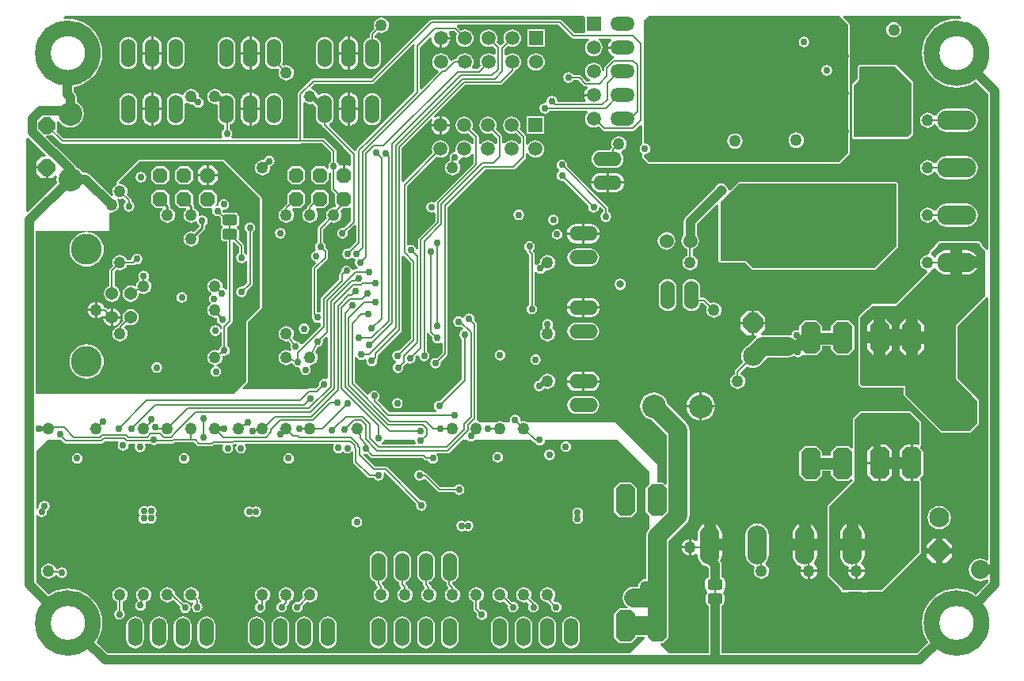
<source format=gbl>
G04 Layer_Physical_Order=4*
G04 Layer_Color=16711680*
%FSLAX24Y24*%
%MOIN*%
G70*
G01*
G75*
%ADD10C,0.0650*%
G04:AMPARAMS|DCode=43|XSize=50mil|YSize=50mil|CornerRadius=25mil|HoleSize=0mil|Usage=FLASHONLY|Rotation=90.000|XOffset=0mil|YOffset=0mil|HoleType=Round|Shape=RoundedRectangle|*
%AMROUNDEDRECTD43*
21,1,0.0500,0.0000,0,0,90.0*
21,1,0.0000,0.0500,0,0,90.0*
1,1,0.0500,0.0000,0.0000*
1,1,0.0500,0.0000,0.0000*
1,1,0.0500,0.0000,0.0000*
1,1,0.0500,0.0000,0.0000*
%
%ADD43ROUNDEDRECTD43*%
%ADD44C,0.0600*%
%ADD47C,0.0240*%
%ADD49C,0.0500*%
%ADD50C,0.0080*%
%ADD51C,0.0400*%
%ADD52C,0.0200*%
%ADD53C,0.0070*%
%ADD54C,0.0100*%
G04:AMPARAMS|DCode=62|XSize=133mil|YSize=83mil|CornerRadius=0mil|HoleSize=0mil|Usage=FLASHONLY|Rotation=270.000|XOffset=0mil|YOffset=0mil|HoleType=Round|Shape=Octagon|*
%AMOCTAGOND62*
4,1,8,-0.0208,-0.0665,0.0208,-0.0665,0.0415,-0.0458,0.0415,0.0458,0.0208,0.0665,-0.0208,0.0665,-0.0415,0.0458,-0.0415,-0.0458,-0.0208,-0.0665,0.0*
%
%ADD62OCTAGOND62*%

%ADD63C,0.0591*%
%ADD64R,0.0591X0.0591*%
%ADD65O,0.0600X0.1200*%
%ADD66P,0.0758X8X292.5*%
%ADD67C,0.1000*%
%ADD68O,0.1200X0.0600*%
%ADD69O,0.1024X0.0591*%
%ADD70R,0.0591X0.0591*%
%ADD71C,0.1305*%
%ADD72C,0.0540*%
%ADD73O,0.1650X0.0825*%
%ADD74P,0.0909X8X112.5*%
%ADD75C,0.0840*%
%ADD76P,0.0671X8X22.5*%
%ADD77C,0.0800*%
%ADD78O,0.0825X0.1650*%
%ADD79C,0.0300*%
%ADD80C,0.0500*%
%ADD81C,0.0320*%
%ADD82C,0.0450*%
%ADD83C,0.0400*%
%ADD99C,0.0800*%
%ADD101C,0.0700*%
G04:AMPARAMS|DCode=108|XSize=46mil|YSize=63mil|CornerRadius=11.5mil|HoleSize=0mil|Usage=FLASHONLY|Rotation=270.000|XOffset=0mil|YOffset=0mil|HoleType=Round|Shape=RoundedRectangle|*
%AMROUNDEDRECTD108*
21,1,0.0460,0.0400,0,0,270.0*
21,1,0.0230,0.0630,0,0,270.0*
1,1,0.0230,-0.0200,-0.0115*
1,1,0.0230,-0.0200,0.0115*
1,1,0.0230,0.0200,0.0115*
1,1,0.0230,0.0200,-0.0115*
%
%ADD108ROUNDEDRECTD108*%
G04:AMPARAMS|DCode=109|XSize=50mil|YSize=50mil|CornerRadius=25mil|HoleSize=0mil|Usage=FLASHONLY|Rotation=0.000|XOffset=0mil|YOffset=0mil|HoleType=Round|Shape=RoundedRectangle|*
%AMROUNDEDRECTD109*
21,1,0.0500,0.0000,0,0,0.0*
21,1,0.0000,0.0500,0,0,0.0*
1,1,0.0500,0.0000,0.0000*
1,1,0.0500,0.0000,0.0000*
1,1,0.0500,0.0000,0.0000*
1,1,0.0500,0.0000,0.0000*
%
%ADD109ROUNDEDRECTD109*%
G36*
X36299Y18189D02*
Y17652D01*
X36130Y17483D01*
Y16498D01*
X36299Y16329D01*
Y15808D01*
X36280Y15789D01*
X36204Y15690D01*
X36157Y15576D01*
X36141Y15453D01*
Y13677D01*
X36132Y13669D01*
X36048Y13658D01*
X35971Y13626D01*
X35904Y13575D01*
X35852Y13508D01*
X35820Y13430D01*
X35809Y13348D01*
X35630D01*
X35507Y13332D01*
X35393Y13285D01*
X35295Y13209D01*
X35219Y13111D01*
X35172Y12997D01*
X35156Y12874D01*
X35172Y12751D01*
X35219Y12637D01*
X35295Y12539D01*
X35377Y12476D01*
X35360Y12426D01*
X35032D01*
X34790Y12183D01*
Y11198D01*
X35032Y10956D01*
X35517D01*
X35760Y11198D01*
Y11216D01*
X36067D01*
X36088Y11166D01*
X35443Y10522D01*
X13486D01*
X13008Y10999D01*
X13102Y11153D01*
X13189Y11363D01*
X13242Y11584D01*
X13260Y11811D01*
X13242Y12038D01*
X13189Y12259D01*
X13102Y12469D01*
X12984Y12663D01*
X12836Y12836D01*
X12663Y12984D01*
X12469Y13102D01*
X12259Y13189D01*
X12038Y13242D01*
X11811Y13260D01*
X11584Y13242D01*
X11363Y13189D01*
X11153Y13102D01*
X10999Y13008D01*
X10472Y13535D01*
Y16364D01*
X10522Y16379D01*
X10550Y16337D01*
X10623Y16289D01*
X10709Y16272D01*
X10795Y16289D01*
X10867Y16337D01*
X10916Y16410D01*
X10933Y16496D01*
X10925Y16534D01*
X10985Y16574D01*
X11034Y16646D01*
X11051Y16732D01*
X11034Y16818D01*
X10985Y16891D01*
X10913Y16940D01*
X10827Y16957D01*
X10741Y16940D01*
X10668Y16891D01*
X10620Y16818D01*
X10602Y16732D01*
X10610Y16695D01*
X10550Y16655D01*
X10522Y16613D01*
X10472Y16629D01*
Y19055D01*
X10945Y19528D01*
X11491D01*
X11500Y19526D01*
X11509Y19528D01*
X11514D01*
X11631Y19411D01*
X11631Y19411D01*
X11667Y19386D01*
X11710Y19378D01*
X11710Y19378D01*
X13211D01*
X13211Y19378D01*
X13254Y19386D01*
X13291Y19411D01*
X13358Y19478D01*
X13934D01*
X13960Y19428D01*
X13927Y19377D01*
X13910Y19291D01*
X13927Y19205D01*
X13975Y19133D01*
X14048Y19084D01*
X14134Y19067D01*
X14220Y19084D01*
X14292Y19133D01*
X14341Y19205D01*
X14358Y19291D01*
X14351Y19328D01*
X14392Y19378D01*
X14631D01*
X14655Y19334D01*
X14643Y19316D01*
X14626Y19230D01*
X14643Y19144D01*
X14691Y19071D01*
X14764Y19023D01*
X14850Y19006D01*
X14936Y19023D01*
X15009Y19071D01*
X15057Y19144D01*
X15074Y19230D01*
X15057Y19316D01*
X15045Y19334D01*
X15069Y19378D01*
X15267D01*
X15271Y19371D01*
X15344Y19323D01*
X15430Y19306D01*
X15516Y19323D01*
X15589Y19371D01*
X15593Y19378D01*
X16211D01*
X16211Y19378D01*
X16254Y19386D01*
X16291Y19411D01*
X16295Y19415D01*
X16990D01*
X16990Y19415D01*
X16990Y19415D01*
X17126D01*
X17241Y19301D01*
X17241Y19301D01*
X17277Y19276D01*
X17320Y19268D01*
X17320Y19268D01*
X17851D01*
X17851Y19268D01*
X17894Y19276D01*
X17930Y19301D01*
X17961Y19332D01*
X18325D01*
X18351Y19282D01*
X18336Y19259D01*
X18319Y19173D01*
X18336Y19087D01*
X18385Y19015D01*
X18457Y18966D01*
X18543Y18949D01*
X18629Y18966D01*
X18702Y19015D01*
X18751Y19087D01*
X18768Y19173D01*
X18751Y19259D01*
X18735Y19282D01*
X18736Y19294D01*
X18759Y19336D01*
X18783Y19340D01*
X18818Y19363D01*
X18900D01*
X18924Y19313D01*
X18887Y19259D01*
X18870Y19173D01*
X18887Y19087D01*
X18936Y19015D01*
X19009Y18966D01*
X19094Y18949D01*
X19180Y18966D01*
X19253Y19015D01*
X19302Y19087D01*
X19319Y19173D01*
X19302Y19259D01*
X19265Y19313D01*
X19289Y19363D01*
X21591D01*
X21617Y19369D01*
X22998D01*
X23025Y19319D01*
X22992Y19269D01*
X22975Y19183D01*
X22992Y19097D01*
X23040Y19024D01*
X23113Y18976D01*
X23199Y18959D01*
X23285Y18976D01*
X23357Y19024D01*
X23369Y19032D01*
X23412D01*
X23424Y19015D01*
X23497Y18966D01*
X23583Y18949D01*
X23669Y18966D01*
X23741Y19015D01*
X23771Y19059D01*
X23773Y19060D01*
X23822Y19045D01*
Y18606D01*
X23822Y18606D01*
X23830Y18563D01*
X23855Y18527D01*
X24429Y17952D01*
X24429Y17952D01*
X24466Y17928D01*
X24509Y17919D01*
X24692D01*
X24723Y17873D01*
X24796Y17824D01*
X24882Y17807D01*
X24968Y17824D01*
X25041Y17873D01*
X25089Y17946D01*
X25106Y18032D01*
X25092Y18105D01*
X25111Y18145D01*
X25121Y18159D01*
X25144Y18162D01*
X26479Y16826D01*
X26469Y16772D01*
X26486Y16686D01*
X26534Y16613D01*
X26607Y16564D01*
X26693Y16547D01*
X26779Y16564D01*
X26852Y16613D01*
X26900Y16686D01*
X26917Y16772D01*
X26900Y16857D01*
X26852Y16930D01*
X26779Y16979D01*
X26693Y16996D01*
X26638Y16985D01*
X25251Y18372D01*
X25214Y18397D01*
X25171Y18405D01*
X25171Y18405D01*
X24733D01*
X24246Y18893D01*
X24264Y18940D01*
X24267Y18942D01*
X24350Y18926D01*
X24405Y18937D01*
X24543Y18798D01*
X24543Y18798D01*
X24580Y18774D01*
X24622Y18765D01*
X26744D01*
X26810Y18699D01*
X26847Y18675D01*
X26890Y18666D01*
X26890Y18666D01*
X26968D01*
X26968Y18664D01*
X27017Y18591D01*
X27089Y18543D01*
X27175Y18526D01*
X27261Y18543D01*
X27334Y18591D01*
X27382Y18664D01*
X27400Y18750D01*
X27382Y18836D01*
X27334Y18909D01*
X27323Y18916D01*
X27338Y18966D01*
X27799D01*
X27799Y18966D01*
X27842Y18975D01*
X27879Y18999D01*
X28407Y19528D01*
X28622D01*
X28624Y19524D01*
X28697Y19476D01*
X28783Y19458D01*
X28869Y19476D01*
X28941Y19524D01*
X28944Y19528D01*
X31321D01*
X31407Y19442D01*
X31441Y19419D01*
X31469Y19413D01*
X31505Y19359D01*
X31578Y19310D01*
X31663Y19293D01*
X31749Y19310D01*
X31822Y19359D01*
X31871Y19432D01*
X31888Y19518D01*
X31896Y19528D01*
X34961D01*
X36299Y18189D01*
D02*
G37*
G36*
X26410Y36165D02*
X26410Y36165D01*
X26401Y36124D01*
Y34220D01*
X24450Y32269D01*
X24429Y32255D01*
X23983Y31809D01*
X23958Y31772D01*
X23950Y31729D01*
X23950Y31729D01*
Y31727D01*
X23870Y31693D01*
X23544Y32020D01*
X23529Y32041D01*
X22806Y32764D01*
X22828Y32856D01*
X22886Y32901D01*
X22945Y32978D01*
X22983Y33068D01*
X22995Y33165D01*
Y33765D01*
X22983Y33861D01*
X22945Y33951D01*
X22886Y34028D01*
X22809Y34088D01*
X22719Y34125D01*
X22622Y34138D01*
X22525Y34125D01*
X22435Y34088D01*
X22396Y34057D01*
X22321Y34081D01*
X22309Y34091D01*
X22280Y34161D01*
X22228Y34228D01*
X22161Y34280D01*
X22084Y34312D01*
X22075Y34313D01*
X22047Y34397D01*
X22184Y34535D01*
X24622D01*
X24663Y34543D01*
X24698Y34566D01*
X26348Y36216D01*
X26410Y36165D01*
D02*
G37*
G36*
X44650Y37013D02*
Y36670D01*
Y31621D01*
X44269Y31240D01*
X36273D01*
X36043Y31470D01*
Y31548D01*
X36082Y31579D01*
X36100Y31576D01*
X36186Y31593D01*
X36259Y31641D01*
X36307Y31714D01*
X36324Y31800D01*
X36307Y31886D01*
X36259Y31959D01*
X36186Y32007D01*
X36100Y32024D01*
X36082Y32021D01*
X36043Y32052D01*
Y37175D01*
X36260Y37392D01*
X44272D01*
X44650Y37013D01*
D02*
G37*
G36*
X19902Y29705D02*
Y25108D01*
X19331Y24537D01*
Y21998D01*
X18799Y21467D01*
X10452D01*
Y28346D01*
X13563D01*
Y29079D01*
X13601Y29112D01*
X13642Y29106D01*
X13725Y29117D01*
X13803Y29150D01*
X13870Y29201D01*
X13921Y29268D01*
X13953Y29346D01*
X13964Y29429D01*
X13953Y29513D01*
X13921Y29591D01*
X13874Y29652D01*
X13876Y29655D01*
X13916Y29688D01*
X14000Y29677D01*
X14084Y29688D01*
X14133Y29709D01*
X14240Y29601D01*
X14234Y29537D01*
X14221Y29529D01*
X14173Y29456D01*
X14156Y29370D01*
X14173Y29284D01*
X14221Y29211D01*
X14294Y29163D01*
X14380Y29146D01*
X14466Y29163D01*
X14539Y29211D01*
X14587Y29284D01*
X14604Y29370D01*
X14587Y29456D01*
X14539Y29529D01*
X14492Y29560D01*
Y29620D01*
X14492Y29620D01*
X14484Y29663D01*
X14459Y29699D01*
X14459Y29699D01*
X14291Y29867D01*
X14312Y29916D01*
X14323Y30000D01*
X14312Y30084D01*
X14280Y30161D01*
X14228Y30228D01*
X14161Y30280D01*
X14084Y30312D01*
X14000Y30323D01*
X13961Y30318D01*
X13938Y30365D01*
X14823Y31250D01*
X18356D01*
X19902Y29705D01*
D02*
G37*
G36*
X50433Y27480D02*
Y25607D01*
X49173Y24347D01*
Y23365D01*
Y23142D01*
Y22096D01*
X49862Y21407D01*
X50089Y21181D01*
Y20217D01*
X49783Y19911D01*
X48593D01*
X47067Y21437D01*
Y21802D01*
X45482Y21811D01*
X45236D01*
X45235Y21812D01*
X45157Y21890D01*
Y24675D01*
Y24685D01*
X45472Y25000D01*
X45482D01*
X45659Y25177D01*
X46673D01*
X48150Y26654D01*
Y26683D01*
X48177Y26694D01*
X48250Y26750D01*
X48277Y26786D01*
X48334Y26779D01*
X48350Y26742D01*
X48432Y26634D01*
X48539Y26552D01*
X48664Y26501D01*
X48797Y26483D01*
X48960D01*
Y27000D01*
Y27517D01*
X48797D01*
X48664Y27499D01*
X48539Y27448D01*
X48432Y27366D01*
X48350Y27258D01*
X48334Y27221D01*
X48277Y27214D01*
X48250Y27250D01*
X48177Y27306D01*
X48150Y27317D01*
Y27441D01*
X48543Y27835D01*
X50079D01*
X50433Y27480D01*
D02*
G37*
G36*
X10891Y31524D02*
X10861Y31450D01*
X10702D01*
X10477Y31225D01*
Y31050D01*
X10927D01*
Y31000D01*
X10977D01*
Y30550D01*
X11152D01*
X11274Y30672D01*
X11349Y30633D01*
X11332Y30510D01*
X11352Y30361D01*
X11358Y30346D01*
X10133Y29120D01*
X10059Y29151D01*
Y32243D01*
X10139Y32276D01*
X10891Y31524D01*
D02*
G37*
G36*
X23729Y29309D02*
Y28760D01*
X23421Y28452D01*
X23366Y28463D01*
X23280Y28445D01*
X23208Y28397D01*
X23159Y28324D01*
X23142Y28238D01*
X23159Y28152D01*
X23208Y28080D01*
X23280Y28031D01*
X23366Y28014D01*
X23452Y28031D01*
X23525Y28080D01*
X23573Y28152D01*
X23590Y28238D01*
X23580Y28293D01*
X23870Y28583D01*
X23950Y28550D01*
Y27888D01*
X23637Y27576D01*
X23583Y27586D01*
X23497Y27569D01*
X23424Y27521D01*
X23375Y27448D01*
X23358Y27362D01*
X23375Y27276D01*
X23424Y27204D01*
X23497Y27155D01*
X23583Y27138D01*
X23668Y27155D01*
X23741Y27204D01*
X23823Y27182D01*
X23867Y27153D01*
X23881Y27150D01*
X23908Y27085D01*
X23891Y26999D01*
X23908Y26914D01*
X23957Y26841D01*
X24008Y26806D01*
X23984Y26726D01*
X23932D01*
X23932Y26726D01*
X23889Y26718D01*
X23853Y26693D01*
X23843Y26684D01*
X23756Y26710D01*
X23751Y26739D01*
X23702Y26812D01*
X23629Y26861D01*
X23543Y26878D01*
X23457Y26861D01*
X23385Y26812D01*
X23336Y26739D01*
X23319Y26653D01*
X23323Y26632D01*
X23262Y26570D01*
X23238Y26534D01*
X23229Y26491D01*
X23229Y26491D01*
Y26282D01*
X22495Y25548D01*
X22470Y25511D01*
X22462Y25468D01*
X22462Y25468D01*
Y24941D01*
X22382Y24897D01*
X22314Y24911D01*
X22299Y24923D01*
Y26706D01*
X22717Y27124D01*
X22717Y27124D01*
X22741Y27160D01*
X22750Y27203D01*
Y27480D01*
X22750Y27480D01*
X22741Y27523D01*
X22717Y27560D01*
X22654Y27622D01*
X22665Y27677D01*
X22648Y27763D01*
X22600Y27836D01*
X22553Y27867D01*
Y28394D01*
X22867Y28709D01*
X22916Y28688D01*
X23000Y28677D01*
X23084Y28688D01*
X23161Y28720D01*
X23228Y28772D01*
X23280Y28839D01*
X23312Y28916D01*
X23323Y29000D01*
X23312Y29084D01*
X23280Y29161D01*
X23267Y29178D01*
X23384Y29296D01*
X23611D01*
X23655Y29340D01*
X23729Y29309D01*
D02*
G37*
G36*
X33582Y37345D02*
Y36692D01*
X33516Y36657D01*
X33140D01*
X32584Y37213D01*
X32550Y37236D01*
X32509Y37244D01*
X27117D01*
X27076Y37236D01*
X27042Y37213D01*
X24578Y34749D01*
X22140D01*
X22099Y34741D01*
X22064Y34717D01*
X22064Y34717D01*
X21524Y34178D01*
X21501Y34143D01*
X21493Y34102D01*
Y32238D01*
X18729D01*
X18686Y32318D01*
X18711Y32355D01*
X18728Y32441D01*
X18711Y32527D01*
X18663Y32600D01*
X18616Y32631D01*
Y32817D01*
X18675Y32841D01*
X18752Y32901D01*
X18811Y32978D01*
X18849Y33068D01*
X18861Y33165D01*
Y33765D01*
X18849Y33861D01*
X18811Y33951D01*
X18752Y34028D01*
X18675Y34088D01*
X18585Y34125D01*
X18488Y34138D01*
X18392Y34125D01*
X18309Y34091D01*
X18280Y34161D01*
X18228Y34228D01*
X18161Y34280D01*
X18084Y34312D01*
X18000Y34323D01*
X17916Y34312D01*
X17839Y34280D01*
X17772Y34228D01*
X17720Y34161D01*
X17688Y34084D01*
X17677Y34000D01*
X17688Y33916D01*
X17720Y33839D01*
X17772Y33772D01*
X17839Y33720D01*
X17916Y33688D01*
X18000Y33677D01*
X18035Y33682D01*
X18115Y33621D01*
Y33165D01*
X18128Y33068D01*
X18165Y32978D01*
X18224Y32901D01*
X18302Y32841D01*
X18392Y32804D01*
X18392Y32804D01*
Y32631D01*
X18345Y32600D01*
X18297Y32527D01*
X18280Y32441D01*
X18297Y32355D01*
X18321Y32318D01*
X18279Y32238D01*
X11628D01*
X11322Y32544D01*
X11347Y32570D01*
Y32932D01*
X11427Y32959D01*
X11501Y32863D01*
X11620Y32772D01*
X11759Y32714D01*
X11907Y32695D01*
X12056Y32714D01*
X12195Y32772D01*
X12314Y32863D01*
X12405Y32982D01*
X12463Y33121D01*
X12482Y33270D01*
X12463Y33419D01*
X12405Y33557D01*
X12314Y33676D01*
X12195Y33768D01*
X12180Y33774D01*
Y33949D01*
X12170Y34019D01*
X12143Y34085D01*
X12100Y34142D01*
X12044Y34197D01*
Y34397D01*
X12259Y34448D01*
X12469Y34535D01*
X12663Y34654D01*
X12836Y34802D01*
X12984Y34975D01*
X13102Y35169D01*
X13189Y35379D01*
X13242Y35600D01*
X13260Y35827D01*
X13242Y36053D01*
X13189Y36275D01*
X13102Y36485D01*
X12984Y36679D01*
X12836Y36852D01*
X12663Y36999D01*
X12469Y37118D01*
X12259Y37205D01*
X12038Y37258D01*
X11811Y37276D01*
X11648Y37263D01*
X11612Y37341D01*
X11673Y37402D01*
X24986D01*
X24991Y37322D01*
X24916Y37312D01*
X24839Y37280D01*
X24772Y37228D01*
X24720Y37161D01*
X24688Y37084D01*
X24677Y37000D01*
X24688Y36916D01*
X24709Y36867D01*
X24543Y36701D01*
X24518Y36665D01*
X24510Y36622D01*
X24510Y36622D01*
Y36481D01*
X24435Y36450D01*
X24358Y36391D01*
X24299Y36313D01*
X24262Y36223D01*
X24249Y36127D01*
Y35527D01*
X24262Y35430D01*
X24299Y35340D01*
X24358Y35263D01*
X24435Y35204D01*
X24525Y35166D01*
X24622Y35154D01*
X24719Y35166D01*
X24809Y35204D01*
X24886Y35263D01*
X24945Y35340D01*
X24983Y35430D01*
X24995Y35527D01*
Y36127D01*
X24983Y36223D01*
X24945Y36313D01*
X24886Y36391D01*
X24809Y36450D01*
X24734Y36481D01*
Y36576D01*
X24867Y36709D01*
X24916Y36688D01*
X25000Y36677D01*
X25084Y36688D01*
X25161Y36720D01*
X25228Y36772D01*
X25280Y36839D01*
X25312Y36916D01*
X25323Y37000D01*
X25312Y37084D01*
X25280Y37161D01*
X25228Y37228D01*
X25161Y37280D01*
X25084Y37312D01*
X25009Y37322D01*
X25014Y37402D01*
X33525D01*
X33582Y37345D01*
D02*
G37*
G36*
X11502Y32047D02*
X11502Y32047D01*
X11538Y32022D01*
X11581Y32014D01*
X11581Y32014D01*
X21600D01*
X21626Y32019D01*
X22517D01*
X22889Y31647D01*
Y31252D01*
X22843Y31221D01*
X22794Y31148D01*
X22777Y31062D01*
X22792Y30988D01*
X22764Y30961D01*
X22726Y30941D01*
X22611Y31056D01*
X22231D01*
X22041Y30866D01*
Y30486D01*
X22231Y30296D01*
X22611D01*
X22801Y30486D01*
Y30753D01*
X22881Y30801D01*
X22889Y30797D01*
Y30096D01*
X22889Y30096D01*
X22898Y30053D01*
X22922Y30016D01*
X23041Y29897D01*
Y29486D01*
X23077Y29449D01*
X23075Y29352D01*
X23037Y29318D01*
X23000Y29323D01*
X22916Y29312D01*
X22839Y29280D01*
X22772Y29228D01*
X22720Y29161D01*
X22688Y29084D01*
X22677Y29000D01*
X22688Y28916D01*
X22709Y28867D01*
X22362Y28520D01*
X22337Y28484D01*
X22329Y28441D01*
X22329Y28441D01*
Y27867D01*
X22282Y27836D01*
X22234Y27763D01*
X22217Y27677D01*
X22234Y27591D01*
X22244Y27576D01*
X22207Y27487D01*
X22178Y27481D01*
X22105Y27432D01*
X22057Y27359D01*
X22039Y27274D01*
X22057Y27188D01*
X22105Y27115D01*
X22178Y27066D01*
X22221Y27058D01*
X22247Y26971D01*
X22107Y26831D01*
X22083Y26795D01*
X22074Y26752D01*
X22074Y26752D01*
Y24821D01*
X22074Y24821D01*
X22083Y24778D01*
X22102Y24749D01*
X22090Y24686D01*
X22107Y24600D01*
X22155Y24528D01*
X22228Y24479D01*
X22314Y24462D01*
X22382Y24475D01*
X22462Y24432D01*
Y24337D01*
X21682Y23557D01*
X21591Y23579D01*
X21559Y23629D01*
X21486Y23677D01*
X21400Y23694D01*
X21369Y23688D01*
X21268Y23823D01*
X21280Y23839D01*
X21312Y23916D01*
X21323Y24000D01*
X21312Y24084D01*
X21280Y24161D01*
X21228Y24228D01*
X21161Y24280D01*
X21084Y24312D01*
X21000Y24323D01*
X20916Y24312D01*
X20839Y24280D01*
X20772Y24228D01*
X20720Y24161D01*
X20688Y24084D01*
X20677Y24000D01*
X20688Y23916D01*
X20720Y23839D01*
X20772Y23772D01*
X20839Y23720D01*
X20916Y23688D01*
X21000Y23677D01*
X21084Y23688D01*
X21097Y23694D01*
X21197Y23562D01*
X21193Y23556D01*
X21176Y23470D01*
X21193Y23384D01*
X21231Y23327D01*
X21172Y23272D01*
X21161Y23280D01*
X21084Y23312D01*
X21000Y23323D01*
X20916Y23312D01*
X20839Y23280D01*
X20772Y23228D01*
X20720Y23161D01*
X20688Y23084D01*
X20677Y23000D01*
X20688Y22916D01*
X20720Y22839D01*
X20772Y22772D01*
X20839Y22720D01*
X20916Y22688D01*
X21000Y22677D01*
X21084Y22688D01*
X21161Y22720D01*
X21205Y22754D01*
X21276Y22736D01*
X21293Y22724D01*
X21293Y22724D01*
X21341Y22651D01*
X21414Y22603D01*
X21500Y22586D01*
X21532Y22592D01*
X21595Y22523D01*
X21587Y22480D01*
X21604Y22394D01*
X21652Y22322D01*
X21725Y22273D01*
X21811Y22256D01*
X21897Y22273D01*
X21970Y22322D01*
X22018Y22394D01*
X22035Y22480D01*
X22018Y22566D01*
X21996Y22600D01*
X21996Y22606D01*
X22037Y22682D01*
X22084Y22688D01*
X22161Y22720D01*
X22228Y22772D01*
X22280Y22839D01*
X22312Y22916D01*
X22323Y23000D01*
X22312Y23084D01*
X22280Y23161D01*
X22228Y23228D01*
X22227Y23229D01*
X22327Y23441D01*
X22400Y23455D01*
X22473Y23504D01*
X22521Y23577D01*
X22538Y23663D01*
X22527Y23717D01*
X22688Y23878D01*
X22762Y23847D01*
Y22133D01*
X22687Y22088D01*
X22682Y22088D01*
X22600Y22104D01*
X22514Y22087D01*
X22441Y22039D01*
X22393Y21966D01*
X22376Y21880D01*
X22387Y21825D01*
X22244Y21682D01*
X21941D01*
X21941Y21682D01*
X21898Y21674D01*
X21868Y21654D01*
X19192D01*
X19161Y21727D01*
X19381Y21948D01*
X19397Y21971D01*
X19402Y21998D01*
Y24508D01*
X19952Y25058D01*
X19968Y25081D01*
X19973Y25108D01*
Y29705D01*
X19968Y29732D01*
X19952Y29755D01*
X18407Y31300D01*
X18384Y31316D01*
X18356Y31321D01*
X14823D01*
X14796Y31316D01*
X14772Y31300D01*
X13887Y30415D01*
X13886Y30414D01*
X13884Y30412D01*
X13878Y30402D01*
X13872Y30392D01*
X13871Y30390D01*
X13870Y30388D01*
X13869Y30376D01*
X13866Y30365D01*
X13867Y30363D01*
X13867Y30360D01*
X13870Y30349D01*
X13872Y30338D01*
X13839Y30280D01*
X13772Y30228D01*
X13720Y30161D01*
X13688Y30084D01*
X13677Y30000D01*
X13688Y29916D01*
X13713Y29856D01*
X13646Y29810D01*
X12754Y30702D01*
X12697Y30746D01*
X12632Y30773D01*
X12561Y30782D01*
X12411D01*
X12405Y30797D01*
X12314Y30916D01*
X12195Y31008D01*
X12160Y31022D01*
X12143Y31063D01*
X12100Y31119D01*
X11407Y31812D01*
X11350Y31856D01*
X11315Y31870D01*
X10900Y32286D01*
X10930Y32360D01*
X11137D01*
X11163Y32385D01*
X11502Y32047D01*
D02*
G37*
G36*
X49433Y37339D02*
X49397Y37262D01*
X49213Y37276D01*
X48986Y37258D01*
X48765Y37205D01*
X48555Y37118D01*
X48361Y36999D01*
X48188Y36852D01*
X48040Y36679D01*
X47921Y36485D01*
X47834Y36275D01*
X47781Y36053D01*
X47763Y35827D01*
X47781Y35600D01*
X47834Y35379D01*
X47921Y35169D01*
X48040Y34975D01*
X48188Y34802D01*
X48361Y34654D01*
X48555Y34535D01*
X48765Y34448D01*
X48986Y34395D01*
X49213Y34378D01*
X49439Y34395D01*
X49660Y34448D01*
X49871Y34535D01*
X50024Y34630D01*
X50551Y34103D01*
Y27573D01*
X50520Y27554D01*
X50471Y27543D01*
X50295Y27720D01*
X50286Y27763D01*
X50237Y27836D01*
X50165Y27884D01*
X50116Y27894D01*
X50106Y27901D01*
X50079Y27906D01*
X48543D01*
X48516Y27901D01*
X48506Y27894D01*
X48457Y27884D01*
X48385Y27836D01*
X48336Y27763D01*
X48327Y27720D01*
X48099Y27491D01*
X48084Y27468D01*
X48078Y27441D01*
Y27393D01*
X48000Y27323D01*
X47916Y27312D01*
X47839Y27280D01*
X47772Y27228D01*
X47720Y27161D01*
X47688Y27084D01*
X47677Y27000D01*
X47688Y26916D01*
X47720Y26839D01*
X47772Y26772D01*
X47839Y26720D01*
X47916Y26688D01*
X47964Y26682D01*
X47994Y26599D01*
X46644Y25249D01*
X45659D01*
X45632Y25243D01*
X45609Y25228D01*
X45448Y25066D01*
X45445Y25066D01*
X45422Y25050D01*
X45107Y24736D01*
X45092Y24712D01*
X45086Y24685D01*
Y21890D01*
X45092Y21862D01*
X45107Y21839D01*
X45186Y21761D01*
X45209Y21745D01*
X45236Y21740D01*
X45482D01*
X46996Y21731D01*
Y21437D01*
X47001Y21410D01*
X47016Y21387D01*
X48542Y19861D01*
X48565Y19845D01*
X48593Y19840D01*
X49783D01*
X49811Y19845D01*
X49834Y19861D01*
X50139Y20166D01*
X50155Y20189D01*
X50160Y20217D01*
Y21181D01*
X50155Y21208D01*
X50139Y21232D01*
X49913Y21458D01*
X49245Y22126D01*
Y23142D01*
Y23365D01*
Y24318D01*
X50471Y25544D01*
X50520Y25534D01*
X50551Y25514D01*
Y14484D01*
X50471Y14445D01*
X50444Y14466D01*
X50329Y14513D01*
X50207Y14529D01*
X50084Y14513D01*
X49970Y14466D01*
X49871Y14390D01*
X49796Y14292D01*
X49749Y14178D01*
X49733Y14055D01*
X49749Y13932D01*
X49796Y13818D01*
X49871Y13720D01*
X49970Y13645D01*
X50084Y13597D01*
X50207Y13581D01*
X50329Y13597D01*
X50444Y13645D01*
X50471Y13666D01*
X50551Y13626D01*
Y13535D01*
X50024Y13008D01*
X49871Y13102D01*
X49660Y13189D01*
X49439Y13242D01*
X49213Y13260D01*
X48986Y13242D01*
X48765Y13189D01*
X48555Y13102D01*
X48361Y12984D01*
X48188Y12836D01*
X48040Y12663D01*
X47921Y12469D01*
X47834Y12259D01*
X47781Y12038D01*
X47763Y11811D01*
X47781Y11584D01*
X47834Y11363D01*
X47921Y11153D01*
X48016Y10999D01*
X47538Y10522D01*
X39327D01*
Y12541D01*
X39388Y12582D01*
X39429Y12643D01*
X39444Y12715D01*
Y12945D01*
X39429Y13017D01*
X39402Y13058D01*
X39404Y13138D01*
X39410Y13160D01*
X39458Y13231D01*
X39474Y13315D01*
Y13545D01*
X39458Y13629D01*
X39410Y13700D01*
X39339Y13747D01*
X39327Y13750D01*
Y14254D01*
X39318Y14324D01*
X39291Y14390D01*
X39262Y14428D01*
X39269Y14437D01*
X39320Y14562D01*
X39338Y14696D01*
Y14858D01*
X38821D01*
Y15108D01*
X38571D01*
Y15972D01*
X38562Y15968D01*
X38455Y15886D01*
X38373Y15779D01*
X38322Y15655D01*
X38304Y15521D01*
Y15303D01*
X38224Y15269D01*
X38177Y15306D01*
X38091Y15341D01*
X38050Y15346D01*
Y15000D01*
Y14654D01*
X38091Y14659D01*
X38177Y14694D01*
X38224Y14731D01*
X38304Y14697D01*
Y14696D01*
X38322Y14562D01*
X38373Y14437D01*
X38455Y14330D01*
X38562Y14248D01*
X38687Y14196D01*
X38734Y14190D01*
X38783Y14141D01*
Y13750D01*
X38771Y13747D01*
X38700Y13700D01*
X38653Y13629D01*
X38636Y13545D01*
Y13315D01*
X38653Y13231D01*
X38700Y13160D01*
X38706Y13138D01*
X38708Y13058D01*
X38681Y13017D01*
X38666Y12945D01*
Y12715D01*
X38681Y12643D01*
X38722Y12582D01*
X38783Y12541D01*
Y10522D01*
X37116D01*
X36756Y10882D01*
X36787Y10956D01*
X36857D01*
X37100Y11198D01*
Y12183D01*
X37089Y12194D01*
Y12874D01*
Y15257D01*
X37835Y16003D01*
X37911Y16101D01*
X37958Y16216D01*
X37974Y16338D01*
Y19921D01*
X37958Y20044D01*
X37911Y20158D01*
X37835Y20256D01*
X37037Y21055D01*
X37032Y21094D01*
X36974Y21232D01*
X36883Y21351D01*
X36764Y21443D01*
X36625Y21500D01*
X36476Y21520D01*
X36328Y21500D01*
X36189Y21443D01*
X36070Y21351D01*
X35978Y21232D01*
X35921Y21094D01*
X35901Y20945D01*
X35921Y20796D01*
X35978Y20657D01*
X36070Y20538D01*
X36189Y20447D01*
X36328Y20390D01*
X36366Y20384D01*
X37026Y19725D01*
Y17662D01*
X36952Y17631D01*
X36857Y17726D01*
X36614D01*
Y18504D01*
X34857Y20261D01*
X31185D01*
X31161Y20280D01*
X31084Y20312D01*
X31000Y20323D01*
X30924Y20313D01*
X30903Y20324D01*
X30854Y20370D01*
X30854Y20372D01*
X30837Y20456D01*
X30789Y20529D01*
X30716Y20577D01*
X30630Y20594D01*
X30544Y20577D01*
X30471Y20529D01*
X30423Y20456D01*
X30406Y20370D01*
X30411Y20341D01*
X30349Y20261D01*
X30185D01*
X30161Y20280D01*
X30084Y20312D01*
X30000Y20323D01*
X29916Y20312D01*
X29839Y20280D01*
X29815Y20261D01*
X29185D01*
X29161Y20280D01*
X29084Y20312D01*
X29072Y20313D01*
X29032Y20383D01*
X29029Y20400D01*
X29036Y20433D01*
X29036Y20433D01*
Y24413D01*
X29036Y24413D01*
X29027Y24456D01*
X29003Y24492D01*
X29003Y24492D01*
X28914Y24581D01*
X28925Y24636D01*
X28908Y24722D01*
X28859Y24794D01*
X28787Y24843D01*
X28701Y24860D01*
X28615Y24843D01*
X28542Y24794D01*
X28494Y24722D01*
X28487Y24690D01*
X28407Y24666D01*
X28334Y24715D01*
X28248Y24732D01*
X28162Y24715D01*
X28089Y24666D01*
X28041Y24594D01*
X28024Y24508D01*
X28041Y24422D01*
X28089Y24349D01*
X28162Y24301D01*
X28248Y24284D01*
X28334Y24301D01*
X28361Y24319D01*
X28438Y24241D01*
X28413Y24154D01*
X28355Y24115D01*
X28307Y24043D01*
X28289Y23957D01*
X28307Y23871D01*
X28355Y23798D01*
X28402Y23767D01*
Y22084D01*
X27496Y21178D01*
X27441Y21189D01*
X27355Y21172D01*
X27282Y21123D01*
X27234Y21050D01*
X27217Y20965D01*
X27234Y20879D01*
X27282Y20806D01*
X27332Y20773D01*
X27308Y20693D01*
X25348D01*
X24859Y21182D01*
X24863Y21229D01*
X24912Y21302D01*
X24929Y21388D01*
X24912Y21474D01*
X24863Y21546D01*
X24791Y21595D01*
X24705Y21612D01*
X24619Y21595D01*
X24546Y21546D01*
X24497Y21474D01*
X24493Y21449D01*
X24406Y21423D01*
X23889Y21940D01*
Y22994D01*
X23969Y23015D01*
X24005Y22961D01*
X24078Y22913D01*
X24163Y22896D01*
X24249Y22913D01*
X24310Y22954D01*
X24355Y22937D01*
X24384Y22914D01*
X24372Y22854D01*
X24389Y22768D01*
X24438Y22696D01*
X24511Y22647D01*
X24596Y22630D01*
X24682Y22647D01*
X24755Y22696D01*
X24804Y22768D01*
X24821Y22854D01*
X24810Y22909D01*
X24829Y22928D01*
X24829Y22928D01*
X24853Y22964D01*
X24861Y23007D01*
X24861Y23007D01*
Y23108D01*
X25837Y24084D01*
X25861Y24120D01*
X25870Y24163D01*
X25870Y24163D01*
Y27263D01*
X25950Y27296D01*
X26246Y27000D01*
Y23787D01*
X25744Y23284D01*
X25689Y23295D01*
X25603Y23278D01*
X25530Y23229D01*
X25482Y23157D01*
X25465Y23071D01*
X25482Y22985D01*
X25530Y22912D01*
X25603Y22864D01*
X25626Y22859D01*
Y22778D01*
X25624Y22777D01*
X25551Y22729D01*
X25503Y22656D01*
X25486Y22570D01*
X25503Y22484D01*
X25551Y22411D01*
X25624Y22363D01*
X25710Y22346D01*
X25796Y22363D01*
X25869Y22411D01*
X25917Y22484D01*
X25934Y22570D01*
X25923Y22625D01*
X26033Y22734D01*
X26033Y22734D01*
X26128Y22755D01*
X26214Y22738D01*
X26300Y22755D01*
X26372Y22804D01*
X26421Y22877D01*
X26438Y22963D01*
X26427Y23017D01*
X26511Y23102D01*
X26565Y23080D01*
X26588Y23065D01*
X26604Y22985D01*
X26652Y22912D01*
X26725Y22864D01*
X26811Y22847D01*
X26897Y22864D01*
X26970Y22912D01*
X27018Y22985D01*
X27035Y23071D01*
X27018Y23157D01*
X26970Y23229D01*
X26933Y23254D01*
Y23493D01*
X26933Y23493D01*
X26924Y23536D01*
X26919Y23544D01*
X26920Y23554D01*
Y24020D01*
X26993Y24035D01*
X27000Y24033D01*
X27023Y24000D01*
X27149Y23874D01*
X27138Y23819D01*
X27155Y23733D01*
X27204Y23660D01*
X27276Y23612D01*
X27362Y23595D01*
X27448Y23612D01*
X27494Y23642D01*
X27574Y23607D01*
Y23205D01*
X27338Y22969D01*
X27283Y22980D01*
X27198Y22963D01*
X27125Y22915D01*
X27076Y22842D01*
X27059Y22756D01*
X27076Y22670D01*
X27125Y22597D01*
X27198Y22549D01*
X27283Y22532D01*
X27369Y22549D01*
X27442Y22597D01*
X27491Y22670D01*
X27508Y22756D01*
X27497Y22811D01*
X27765Y23079D01*
X27765Y23079D01*
X27790Y23115D01*
X27798Y23158D01*
X27798Y23158D01*
Y29347D01*
X29373Y30921D01*
X30561D01*
X30561Y30921D01*
X30604Y30930D01*
X30640Y30954D01*
X31064Y31377D01*
X31064Y31377D01*
X31088Y31414D01*
X31096Y31457D01*
X31096Y31457D01*
Y31587D01*
X31176Y31603D01*
X31177Y31601D01*
X31236Y31525D01*
X31312Y31466D01*
X31401Y31430D01*
X31496Y31417D01*
X31591Y31430D01*
X31680Y31466D01*
X31757Y31525D01*
X31815Y31601D01*
X31852Y31690D01*
X31864Y31785D01*
X31852Y31881D01*
X31815Y31970D01*
X31757Y32046D01*
X31680Y32104D01*
X31591Y32141D01*
X31496Y32154D01*
X31401Y32141D01*
X31312Y32104D01*
X31236Y32046D01*
X31177Y31970D01*
X31176Y31968D01*
X31096Y31984D01*
Y32297D01*
X31096Y32297D01*
X31088Y32340D01*
X31064Y32377D01*
X31064Y32377D01*
X30822Y32618D01*
X30852Y32690D01*
X30864Y32785D01*
X30852Y32881D01*
X30815Y32970D01*
X30757Y33046D01*
X30680Y33105D01*
X30591Y33141D01*
X30496Y33154D01*
X30401Y33141D01*
X30312Y33105D01*
X30236Y33046D01*
X30177Y32970D01*
X30140Y32881D01*
X30128Y32785D01*
X30140Y32690D01*
X30177Y32601D01*
X30236Y32525D01*
X30312Y32466D01*
X30401Y32430D01*
X30496Y32417D01*
X30591Y32430D01*
X30663Y32459D01*
X30872Y32251D01*
Y32027D01*
X30792Y32000D01*
X30757Y32046D01*
X30680Y32104D01*
X30591Y32141D01*
X30496Y32154D01*
X30401Y32141D01*
X30312Y32104D01*
X30236Y32046D01*
X30226Y32034D01*
X30118Y32021D01*
X30102Y32033D01*
Y32291D01*
X30094Y32334D01*
X30069Y32371D01*
X30069Y32371D01*
X29822Y32618D01*
X29852Y32690D01*
X29864Y32785D01*
X29852Y32881D01*
X29815Y32970D01*
X29757Y33046D01*
X29680Y33105D01*
X29591Y33141D01*
X29496Y33154D01*
X29401Y33141D01*
X29312Y33105D01*
X29236Y33046D01*
X29177Y32970D01*
X29140Y32881D01*
X29128Y32785D01*
X29140Y32690D01*
X29177Y32601D01*
X29236Y32525D01*
X29312Y32466D01*
X29401Y32430D01*
X29496Y32417D01*
X29591Y32430D01*
X29663Y32459D01*
X29878Y32245D01*
Y32019D01*
X29798Y31992D01*
X29757Y32046D01*
X29680Y32104D01*
X29591Y32141D01*
X29496Y32154D01*
X29401Y32141D01*
X29312Y32104D01*
X29236Y32046D01*
X29188Y31984D01*
X29128Y31995D01*
X29108Y32005D01*
Y32285D01*
X29108Y32285D01*
X29100Y32328D01*
X29075Y32365D01*
X29075Y32365D01*
X28822Y32618D01*
X28852Y32690D01*
X28864Y32785D01*
X28852Y32881D01*
X28815Y32970D01*
X28757Y33046D01*
X28680Y33105D01*
X28591Y33141D01*
X28496Y33154D01*
X28401Y33141D01*
X28312Y33105D01*
X28236Y33046D01*
X28177Y32970D01*
X28140Y32881D01*
X28128Y32785D01*
X28140Y32690D01*
X28177Y32601D01*
X28236Y32525D01*
X28312Y32466D01*
X28401Y32430D01*
X28496Y32417D01*
X28591Y32430D01*
X28663Y32459D01*
X28884Y32239D01*
Y32005D01*
X28864Y31995D01*
X28804Y31984D01*
X28757Y32046D01*
X28680Y32104D01*
X28591Y32141D01*
X28496Y32154D01*
X28401Y32141D01*
X28312Y32104D01*
X28236Y32046D01*
X28177Y31970D01*
X28140Y31881D01*
X28128Y31785D01*
X28134Y31736D01*
X28106Y31673D01*
X28068Y31655D01*
X28015Y31644D01*
X27942Y31596D01*
X27893Y31523D01*
X27876Y31437D01*
X27892Y31357D01*
X27888Y31337D01*
X27888Y31337D01*
Y31300D01*
X27839Y31280D01*
X27772Y31228D01*
X27720Y31161D01*
X27688Y31084D01*
X27677Y31000D01*
X27688Y30916D01*
X27720Y30839D01*
X27772Y30772D01*
X27839Y30720D01*
X27916Y30688D01*
X28000Y30677D01*
X28084Y30688D01*
X28161Y30720D01*
X28228Y30772D01*
X28280Y30839D01*
X28312Y30916D01*
X28323Y31000D01*
X28312Y31084D01*
X28280Y31161D01*
X28262Y31184D01*
X28259Y31278D01*
X28308Y31351D01*
X28313Y31379D01*
X28401Y31430D01*
X28496Y31417D01*
X28591Y31430D01*
X28680Y31466D01*
X28757Y31525D01*
X28804Y31587D01*
X28864Y31576D01*
X28884Y31565D01*
Y31174D01*
X27307Y29597D01*
X27295Y29579D01*
X27212Y29538D01*
X27203Y29540D01*
X27126Y29555D01*
X27040Y29538D01*
X26967Y29489D01*
X26919Y29417D01*
X26902Y29331D01*
X26919Y29245D01*
X26967Y29172D01*
X27040Y29123D01*
X27126Y29106D01*
X27194Y29120D01*
X27274Y29076D01*
Y28732D01*
X26579Y28037D01*
X26555Y28000D01*
X26546Y27957D01*
X26546Y27957D01*
Y27577D01*
X26466Y27569D01*
X26459Y27607D01*
X26410Y27680D01*
X26337Y27728D01*
X26251Y27745D01*
X26176Y27730D01*
X26136Y27744D01*
X26096Y27765D01*
Y30227D01*
X27329Y31459D01*
X27401Y31430D01*
X27496Y31417D01*
X27591Y31430D01*
X27680Y31466D01*
X27757Y31525D01*
X27815Y31601D01*
X27852Y31690D01*
X27864Y31785D01*
X27852Y31881D01*
X27815Y31970D01*
X27757Y32046D01*
X27680Y32104D01*
X27591Y32141D01*
X27496Y32154D01*
X27401Y32141D01*
X27312Y32104D01*
X27236Y32046D01*
X27177Y31970D01*
X27140Y31881D01*
X27128Y31785D01*
X27140Y31690D01*
X27170Y31618D01*
X25950Y30398D01*
X25870Y30431D01*
Y31824D01*
X27112Y33065D01*
X27172Y33013D01*
X27151Y32985D01*
X27111Y32889D01*
X27104Y32835D01*
X27446D01*
Y33178D01*
X27393Y33171D01*
X27297Y33131D01*
X27269Y33109D01*
X27216Y33170D01*
X28531Y34484D01*
X30020D01*
X30020Y34484D01*
X30063Y34493D01*
X30099Y34517D01*
X30595Y35013D01*
X30619Y35050D01*
X30628Y35093D01*
X30628Y35093D01*
Y35108D01*
X30700Y35138D01*
X30776Y35196D01*
X30835Y35272D01*
X30872Y35361D01*
X30884Y35457D01*
X30872Y35552D01*
X30835Y35641D01*
X30776Y35717D01*
X30700Y35776D01*
X30611Y35813D01*
X30516Y35825D01*
X30420Y35813D01*
X30332Y35776D01*
X30281Y35737D01*
X30201Y35771D01*
Y35983D01*
X30348Y36131D01*
X30420Y36101D01*
X30516Y36088D01*
X30611Y36101D01*
X30700Y36138D01*
X30776Y36196D01*
X30835Y36272D01*
X30872Y36361D01*
X30884Y36457D01*
X30872Y36552D01*
X30835Y36641D01*
X30776Y36717D01*
X30700Y36776D01*
X30611Y36813D01*
X30516Y36825D01*
X30420Y36813D01*
X30332Y36776D01*
X30255Y36717D01*
X30197Y36641D01*
X30160Y36552D01*
X30147Y36457D01*
X30160Y36361D01*
X30190Y36289D01*
X30066Y36165D01*
X29959Y36172D01*
X29842Y36289D01*
X29872Y36361D01*
X29884Y36457D01*
X29872Y36552D01*
X29835Y36641D01*
X29776Y36717D01*
X29700Y36776D01*
X29611Y36813D01*
X29516Y36825D01*
X29420Y36813D01*
X29332Y36776D01*
X29255Y36717D01*
X29197Y36641D01*
X29160Y36552D01*
X29147Y36457D01*
X29160Y36361D01*
X29197Y36272D01*
X29255Y36196D01*
X29332Y36138D01*
X29420Y36101D01*
X29516Y36088D01*
X29611Y36101D01*
X29683Y36131D01*
X29809Y36005D01*
Y35793D01*
X29729Y35754D01*
X29700Y35776D01*
X29611Y35813D01*
X29516Y35825D01*
X29420Y35813D01*
X29332Y35776D01*
X29255Y35717D01*
X29197Y35641D01*
X29160Y35552D01*
X29147Y35457D01*
X29160Y35361D01*
X29190Y35289D01*
X29059Y35159D01*
X28848D01*
X28809Y35239D01*
X28835Y35272D01*
X28872Y35361D01*
X28884Y35457D01*
X28872Y35552D01*
X28835Y35641D01*
X28776Y35717D01*
X28700Y35776D01*
X28611Y35813D01*
X28516Y35825D01*
X28420Y35813D01*
X28332Y35776D01*
X28255Y35717D01*
X28197Y35641D01*
X28167Y35569D01*
X28089D01*
X28089Y35569D01*
X28046Y35560D01*
X28010Y35536D01*
X28010Y35536D01*
X27961Y35487D01*
X27876Y35516D01*
X27872Y35552D01*
X27835Y35641D01*
X27776Y35717D01*
X27700Y35776D01*
X27611Y35813D01*
X27516Y35825D01*
X27420Y35813D01*
X27332Y35776D01*
X27255Y35717D01*
X27197Y35641D01*
X27160Y35552D01*
X27147Y35457D01*
X27160Y35361D01*
X27197Y35272D01*
X27255Y35196D01*
X27332Y35138D01*
X27387Y35114D01*
X27413Y35027D01*
X26690Y34303D01*
X26616Y34334D01*
Y36079D01*
X27043Y36507D01*
X27119Y36469D01*
X27117Y36457D01*
X27131Y36354D01*
X27170Y36257D01*
X27234Y36175D01*
X27316Y36111D01*
X27413Y36072D01*
X27466Y36065D01*
Y36457D01*
X27516D01*
Y36507D01*
X27908D01*
X27901Y36560D01*
X27861Y36656D01*
X27850Y36670D01*
X27890Y36750D01*
X28071D01*
X28192Y36629D01*
X28160Y36552D01*
X28147Y36457D01*
X28160Y36361D01*
X28197Y36272D01*
X28255Y36196D01*
X28332Y36138D01*
X28420Y36101D01*
X28516Y36088D01*
X28611Y36101D01*
X28700Y36138D01*
X28776Y36196D01*
X28835Y36272D01*
X28872Y36361D01*
X28884Y36457D01*
X28872Y36552D01*
X28835Y36641D01*
X28776Y36717D01*
X28700Y36776D01*
X28611Y36813D01*
X28516Y36825D01*
X28420Y36813D01*
X28343Y36781D01*
X28191Y36933D01*
X28212Y37015D01*
X28224Y37030D01*
X32464D01*
X33020Y36474D01*
X33020Y36474D01*
X33055Y36451D01*
X33096Y36443D01*
X33096Y36443D01*
X33725D01*
X33727Y36439D01*
X33745Y36363D01*
X33686Y36318D01*
X33628Y36241D01*
X33591Y36152D01*
X33578Y36057D01*
X33591Y35962D01*
X33628Y35873D01*
X33686Y35797D01*
X33763Y35738D01*
X33851Y35701D01*
X33947Y35689D01*
X34042Y35701D01*
X34131Y35738D01*
X34207Y35797D01*
X34266Y35873D01*
X34303Y35962D01*
X34315Y36057D01*
X34303Y36152D01*
X34266Y36241D01*
X34207Y36318D01*
X34148Y36363D01*
X34166Y36439D01*
X34169Y36443D01*
X34669D01*
X34696Y36363D01*
X34665Y36339D01*
X34602Y36256D01*
X34562Y36160D01*
X34555Y36107D01*
X35163D01*
Y36007D01*
X34555D01*
X34562Y35954D01*
X34602Y35858D01*
X34665Y35775D01*
X34748Y35712D01*
X34793Y35693D01*
X34798Y35613D01*
X34794Y35606D01*
X34759Y35599D01*
X34724Y35576D01*
X34424Y35276D01*
X34401Y35241D01*
X34393Y35200D01*
Y35080D01*
X34313Y35075D01*
X34303Y35152D01*
X34266Y35241D01*
X34207Y35318D01*
X34131Y35376D01*
X34042Y35413D01*
X33947Y35426D01*
X33851Y35413D01*
X33763Y35376D01*
X33686Y35318D01*
X33628Y35241D01*
X33591Y35152D01*
X33578Y35057D01*
X33591Y34962D01*
X33628Y34873D01*
X33686Y34797D01*
X33763Y34738D01*
X33795Y34724D01*
X33779Y34644D01*
X33647D01*
X33412Y34879D01*
X33378Y34902D01*
X33337Y34910D01*
X33077D01*
X33042Y34962D01*
X32970Y35010D01*
X32884Y35027D01*
X32798Y35010D01*
X32725Y34962D01*
X32677Y34889D01*
X32660Y34803D01*
X32677Y34717D01*
X32725Y34645D01*
X32798Y34596D01*
X32884Y34579D01*
X32970Y34596D01*
X33042Y34645D01*
X33077Y34696D01*
X33292D01*
X33527Y34462D01*
X33527Y34462D01*
X33561Y34438D01*
X33602Y34430D01*
X33653D01*
X33680Y34350D01*
X33665Y34339D01*
X33602Y34256D01*
X33562Y34160D01*
X33555Y34107D01*
X33947D01*
Y34007D01*
X33555D01*
X33562Y33954D01*
X33602Y33858D01*
X33618Y33837D01*
X33578Y33757D01*
X32444D01*
X32409Y33799D01*
X32392Y33885D01*
X32344Y33958D01*
X32271Y34006D01*
X32185Y34024D01*
X32099Y34006D01*
X32026Y33958D01*
X31978Y33885D01*
X31961Y33799D01*
X31961Y33797D01*
X31893Y33729D01*
X31890Y33730D01*
X31804Y33713D01*
X31731Y33664D01*
X31683Y33592D01*
X31665Y33506D01*
X31683Y33420D01*
X31731Y33347D01*
X31804Y33298D01*
X31890Y33281D01*
X31976Y33298D01*
X32048Y33347D01*
X32086Y33403D01*
X33666D01*
X33693Y33323D01*
X33686Y33318D01*
X33628Y33241D01*
X33591Y33152D01*
X33578Y33057D01*
X33591Y32962D01*
X33628Y32873D01*
X33686Y32797D01*
X33763Y32738D01*
X33851Y32701D01*
X33947Y32689D01*
X34042Y32701D01*
X34131Y32738D01*
X34148Y32751D01*
X34325Y32574D01*
X34325Y32574D01*
X34359Y32551D01*
X34400Y32543D01*
X35599D01*
X35640Y32551D01*
X35675Y32574D01*
X35898Y32797D01*
X35972Y32767D01*
Y32052D01*
X35973Y32049D01*
X35972Y32045D01*
X35975Y32035D01*
X35977Y32025D01*
X35979Y32022D01*
X35980Y32019D01*
X35941Y31959D01*
X35893Y31886D01*
X35876Y31800D01*
X35893Y31714D01*
X35941Y31641D01*
X35980Y31581D01*
X35979Y31578D01*
X35977Y31575D01*
X35975Y31565D01*
X35972Y31555D01*
X35973Y31551D01*
X35972Y31548D01*
Y31470D01*
X35977Y31443D01*
X35993Y31420D01*
X36223Y31190D01*
X36246Y31174D01*
X36273Y31169D01*
X44269D01*
X44296Y31174D01*
X44320Y31190D01*
X44700Y31570D01*
X44716Y31594D01*
X44721Y31621D01*
Y36670D01*
Y37013D01*
X44716Y37041D01*
X44700Y37064D01*
X44437Y37328D01*
X44467Y37402D01*
X49370D01*
X49433Y37339D01*
D02*
G37*
G36*
X26429Y19489D02*
X26429Y19488D01*
X26446Y19402D01*
X26458Y19384D01*
X26435Y19340D01*
X25019D01*
X25004Y19390D01*
X25061Y19429D01*
X25110Y19502D01*
X25115Y19528D01*
X26398D01*
X26429Y19489D01*
D02*
G37*
G36*
X21839Y33720D02*
X21916Y33688D01*
X22000Y33677D01*
X22084Y33688D01*
X22112Y33700D01*
X22249Y33564D01*
Y33165D01*
X22262Y33068D01*
X22299Y32978D01*
X22358Y32901D01*
X22435Y32841D01*
X22510Y32811D01*
Y32790D01*
X22510Y32790D01*
X22518Y32747D01*
X22543Y32711D01*
X23371Y31883D01*
X23392Y31868D01*
X23734Y31526D01*
Y31138D01*
X23729Y31112D01*
Y31087D01*
X23655Y31057D01*
X23626Y31086D01*
X23471D01*
Y30676D01*
X23371D01*
Y31086D01*
X23221D01*
X23208Y31148D01*
X23160Y31221D01*
X23113Y31252D01*
Y31694D01*
X23105Y31737D01*
X23081Y31773D01*
X23081Y31773D01*
X22648Y32205D01*
X22612Y32230D01*
X22569Y32238D01*
X22543Y32233D01*
X21707D01*
Y33725D01*
X21734Y33744D01*
X21787Y33760D01*
X21839Y33720D01*
D02*
G37*
%LPC*%
G36*
X16700Y18974D02*
X16614Y18957D01*
X16541Y18909D01*
X16493Y18836D01*
X16476Y18750D01*
X16493Y18664D01*
X16541Y18591D01*
X16614Y18543D01*
X16700Y18526D01*
X16786Y18543D01*
X16859Y18591D01*
X16907Y18664D01*
X16924Y18750D01*
X16907Y18836D01*
X16859Y18909D01*
X16786Y18957D01*
X16700Y18974D01*
D02*
G37*
G36*
X21100D02*
X21014Y18957D01*
X20941Y18909D01*
X20893Y18836D01*
X20876Y18750D01*
X20893Y18664D01*
X20941Y18591D01*
X21014Y18543D01*
X21100Y18526D01*
X21186Y18543D01*
X21259Y18591D01*
X21307Y18664D01*
X21324Y18750D01*
X21307Y18836D01*
X21259Y18909D01*
X21186Y18957D01*
X21100Y18974D01*
D02*
G37*
G36*
X12200D02*
X12114Y18957D01*
X12041Y18909D01*
X11993Y18836D01*
X11976Y18750D01*
X11993Y18664D01*
X12041Y18591D01*
X12114Y18543D01*
X12200Y18526D01*
X12286Y18543D01*
X12359Y18591D01*
X12407Y18664D01*
X12424Y18750D01*
X12407Y18836D01*
X12359Y18909D01*
X12286Y18957D01*
X12200Y18974D01*
D02*
G37*
G36*
X15315Y16750D02*
X15229Y16733D01*
X15156Y16684D01*
X15156Y16683D01*
X15096Y16723D01*
X15010Y16740D01*
X14924Y16723D01*
X14851Y16674D01*
X14803Y16602D01*
X14786Y16516D01*
X14803Y16430D01*
X14844Y16368D01*
X14803Y16306D01*
X14786Y16220D01*
X14803Y16135D01*
X14851Y16062D01*
X14924Y16013D01*
X15010Y15996D01*
X15096Y16013D01*
X15162Y16058D01*
X15229Y16013D01*
X15315Y15996D01*
X15401Y16013D01*
X15474Y16062D01*
X15522Y16135D01*
X15539Y16220D01*
X15522Y16306D01*
X15478Y16373D01*
X15522Y16440D01*
X15539Y16526D01*
X15522Y16611D01*
X15474Y16684D01*
X15401Y16733D01*
X15315Y16750D01*
D02*
G37*
G36*
X26614Y18256D02*
X26528Y18239D01*
X26456Y18190D01*
X26407Y18117D01*
X26390Y18031D01*
X26407Y17946D01*
X26456Y17873D01*
X26528Y17824D01*
X26614Y17807D01*
X26700Y17824D01*
X26773Y17873D01*
X26776Y17877D01*
X26840Y17883D01*
X27371Y17352D01*
X27408Y17327D01*
X27451Y17319D01*
X27451Y17319D01*
X28088D01*
X28119Y17272D01*
X28192Y17224D01*
X28278Y17207D01*
X28363Y17224D01*
X28436Y17272D01*
X28485Y17345D01*
X28502Y17431D01*
X28485Y17517D01*
X28436Y17590D01*
X28363Y17638D01*
X28278Y17655D01*
X28192Y17638D01*
X28119Y17590D01*
X28088Y17543D01*
X27497D01*
X26930Y18111D01*
X26893Y18135D01*
X26850Y18144D01*
X26850Y18144D01*
X26804D01*
X26773Y18190D01*
X26700Y18239D01*
X26614Y18256D01*
D02*
G37*
G36*
X32766Y19466D02*
X32680Y19449D01*
X32607Y19401D01*
X32559Y19328D01*
X32541Y19242D01*
X32559Y19156D01*
X32607Y19084D01*
X32680Y19035D01*
X32766Y19018D01*
X32852Y19035D01*
X32924Y19084D01*
X32973Y19156D01*
X32990Y19242D01*
X32973Y19328D01*
X32924Y19401D01*
X32852Y19449D01*
X32766Y19466D01*
D02*
G37*
G36*
X29900Y19024D02*
X29814Y19007D01*
X29741Y18959D01*
X29693Y18886D01*
X29676Y18800D01*
X29693Y18714D01*
X29741Y18641D01*
X29814Y18593D01*
X29900Y18576D01*
X29986Y18593D01*
X30059Y18641D01*
X30107Y18714D01*
X30124Y18800D01*
X30107Y18886D01*
X30059Y18959D01*
X29986Y19007D01*
X29900Y19024D01*
D02*
G37*
G36*
X32087Y19122D02*
X32001Y19105D01*
X31928Y19056D01*
X31879Y18983D01*
X31862Y18898D01*
X31879Y18812D01*
X31928Y18739D01*
X32001Y18690D01*
X32087Y18673D01*
X32172Y18690D01*
X32245Y18739D01*
X32294Y18812D01*
X32311Y18898D01*
X32294Y18983D01*
X32245Y19056D01*
X32172Y19105D01*
X32087Y19122D01*
D02*
G37*
G36*
X29000Y13323D02*
X28916Y13312D01*
X28839Y13280D01*
X28772Y13228D01*
X28720Y13161D01*
X28688Y13084D01*
X28677Y13000D01*
X28688Y12916D01*
X28720Y12839D01*
X28772Y12772D01*
X28839Y12720D01*
X28888Y12700D01*
Y12390D01*
X28888Y12390D01*
X28896Y12347D01*
X28921Y12311D01*
X29017Y12215D01*
X29006Y12160D01*
X29023Y12074D01*
X29071Y12001D01*
X29144Y11953D01*
X29230Y11936D01*
X29316Y11953D01*
X29389Y12001D01*
X29437Y12074D01*
X29454Y12160D01*
X29437Y12246D01*
X29389Y12319D01*
X29316Y12367D01*
X29230Y12384D01*
X29175Y12373D01*
X29112Y12436D01*
Y12700D01*
X29161Y12720D01*
X29228Y12772D01*
X29280Y12839D01*
X29312Y12916D01*
X29323Y13000D01*
X29312Y13084D01*
X29280Y13161D01*
X29228Y13228D01*
X29161Y13280D01*
X29084Y13312D01*
X29000Y13323D01*
D02*
G37*
G36*
X14000D02*
X13916Y13312D01*
X13839Y13280D01*
X13772Y13228D01*
X13720Y13161D01*
X13688Y13084D01*
X13677Y13000D01*
X13688Y12916D01*
X13720Y12839D01*
X13772Y12772D01*
X13839Y12720D01*
X13888Y12700D01*
Y12383D01*
X13821Y12339D01*
X13773Y12266D01*
X13756Y12180D01*
X13773Y12094D01*
X13821Y12021D01*
X13894Y11973D01*
X13980Y11956D01*
X14066Y11973D01*
X14139Y12021D01*
X14187Y12094D01*
X14204Y12180D01*
X14187Y12266D01*
X14139Y12339D01*
X14112Y12356D01*
Y12700D01*
X14161Y12720D01*
X14228Y12772D01*
X14280Y12839D01*
X14312Y12916D01*
X14323Y13000D01*
X14312Y13084D01*
X14280Y13161D01*
X14228Y13228D01*
X14161Y13280D01*
X14084Y13312D01*
X14000Y13323D01*
D02*
G37*
G36*
X16000D02*
X15916Y13312D01*
X15839Y13280D01*
X15772Y13228D01*
X15720Y13161D01*
X15688Y13084D01*
X15677Y13000D01*
X15688Y12916D01*
X15720Y12839D01*
X15772Y12772D01*
X15839Y12720D01*
X15916Y12688D01*
X16000Y12677D01*
X16084Y12688D01*
X16161Y12720D01*
X16228Y12772D01*
X16267Y12774D01*
X16537Y12505D01*
X16526Y12450D01*
X16543Y12364D01*
X16591Y12291D01*
X16664Y12243D01*
X16750Y12226D01*
X16836Y12243D01*
X16909Y12291D01*
X16957Y12364D01*
X16974Y12450D01*
X16957Y12536D01*
X16909Y12609D01*
X16836Y12657D01*
X16750Y12674D01*
X16695Y12663D01*
X16317Y13041D01*
X16312Y13084D01*
X16280Y13161D01*
X16228Y13228D01*
X16161Y13280D01*
X16084Y13312D01*
X16000Y13323D01*
D02*
G37*
G36*
X30996Y12091D02*
X30899Y12078D01*
X30809Y12041D01*
X30732Y11981D01*
X30673Y11904D01*
X30636Y11814D01*
X30623Y11717D01*
Y11117D01*
X30636Y11021D01*
X30673Y10931D01*
X30732Y10853D01*
X30809Y10794D01*
X30899Y10757D01*
X30996Y10744D01*
X31093Y10757D01*
X31183Y10794D01*
X31260Y10853D01*
X31319Y10931D01*
X31357Y11021D01*
X31369Y11117D01*
Y11717D01*
X31357Y11814D01*
X31319Y11904D01*
X31260Y11981D01*
X31183Y12041D01*
X31093Y12078D01*
X30996Y12091D01*
D02*
G37*
G36*
X31996D02*
X31899Y12078D01*
X31809Y12041D01*
X31732Y11981D01*
X31673Y11904D01*
X31636Y11814D01*
X31623Y11717D01*
Y11117D01*
X31636Y11021D01*
X31673Y10931D01*
X31732Y10853D01*
X31809Y10794D01*
X31899Y10757D01*
X31996Y10744D01*
X32093Y10757D01*
X32183Y10794D01*
X32260Y10853D01*
X32319Y10931D01*
X32357Y11021D01*
X32369Y11117D01*
Y11717D01*
X32357Y11814D01*
X32319Y11904D01*
X32260Y11981D01*
X32183Y12041D01*
X32093Y12078D01*
X31996Y12091D01*
D02*
G37*
G36*
X32996D02*
X32899Y12078D01*
X32809Y12041D01*
X32732Y11981D01*
X32673Y11904D01*
X32636Y11814D01*
X32623Y11717D01*
Y11117D01*
X32636Y11021D01*
X32673Y10931D01*
X32732Y10853D01*
X32809Y10794D01*
X32899Y10757D01*
X32996Y10744D01*
X33093Y10757D01*
X33183Y10794D01*
X33260Y10853D01*
X33319Y10931D01*
X33357Y11021D01*
X33369Y11117D01*
Y11717D01*
X33357Y11814D01*
X33319Y11904D01*
X33260Y11981D01*
X33183Y12041D01*
X33093Y12078D01*
X32996Y12091D01*
D02*
G37*
G36*
X30000Y13323D02*
X29916Y13312D01*
X29839Y13280D01*
X29772Y13228D01*
X29720Y13161D01*
X29688Y13084D01*
X29677Y13000D01*
X29688Y12916D01*
X29720Y12839D01*
X29772Y12772D01*
X29839Y12720D01*
X29916Y12688D01*
X30000Y12677D01*
X30084Y12688D01*
X30156Y12718D01*
X30337Y12538D01*
X30326Y12480D01*
X30343Y12394D01*
X30391Y12321D01*
X30464Y12273D01*
X30550Y12256D01*
X30636Y12273D01*
X30709Y12321D01*
X30757Y12394D01*
X30774Y12480D01*
X30757Y12566D01*
X30709Y12639D01*
X30636Y12687D01*
X30550Y12704D01*
X30498Y12694D01*
X30301Y12891D01*
X30312Y12916D01*
X30323Y13000D01*
X30312Y13084D01*
X30280Y13161D01*
X30228Y13228D01*
X30161Y13280D01*
X30084Y13312D01*
X30000Y13323D01*
D02*
G37*
G36*
X31000D02*
X30916Y13312D01*
X30839Y13280D01*
X30772Y13228D01*
X30720Y13161D01*
X30688Y13084D01*
X30677Y13000D01*
X30688Y12916D01*
X30720Y12839D01*
X30772Y12772D01*
X30839Y12720D01*
X30916Y12688D01*
X31000Y12677D01*
X31084Y12688D01*
X31133Y12709D01*
X31232Y12609D01*
X31203Y12566D01*
X31186Y12480D01*
X31203Y12394D01*
X31251Y12321D01*
X31324Y12273D01*
X31410Y12256D01*
X31496Y12273D01*
X31569Y12321D01*
X31617Y12394D01*
X31634Y12480D01*
X31617Y12566D01*
X31569Y12639D01*
X31496Y12687D01*
X31465Y12693D01*
X31291Y12867D01*
X31312Y12916D01*
X31323Y13000D01*
X31312Y13084D01*
X31280Y13161D01*
X31228Y13228D01*
X31161Y13280D01*
X31084Y13312D01*
X31000Y13323D01*
D02*
G37*
G36*
X32000D02*
X31916Y13312D01*
X31839Y13280D01*
X31772Y13228D01*
X31720Y13161D01*
X31688Y13084D01*
X31677Y13000D01*
X31688Y12916D01*
X31720Y12839D01*
X31772Y12772D01*
X31839Y12720D01*
X31916Y12688D01*
X32000Y12677D01*
X32013Y12679D01*
X32157Y12535D01*
X32146Y12480D01*
X32163Y12394D01*
X32211Y12321D01*
X32284Y12273D01*
X32370Y12256D01*
X32456Y12273D01*
X32529Y12321D01*
X32577Y12394D01*
X32594Y12480D01*
X32577Y12566D01*
X32529Y12639D01*
X32456Y12687D01*
X32370Y12704D01*
X32315Y12693D01*
X32232Y12777D01*
X32280Y12839D01*
X32312Y12916D01*
X32323Y13000D01*
X32312Y13084D01*
X32280Y13161D01*
X32228Y13228D01*
X32161Y13280D01*
X32084Y13312D01*
X32000Y13323D01*
D02*
G37*
G36*
X20000D02*
X19916Y13312D01*
X19839Y13280D01*
X19772Y13228D01*
X19720Y13161D01*
X19688Y13084D01*
X19677Y13000D01*
X19688Y12916D01*
X19720Y12839D01*
X19772Y12772D01*
X19828Y12729D01*
X19825Y12687D01*
X19820Y12674D01*
X19751Y12629D01*
X19703Y12556D01*
X19686Y12470D01*
X19703Y12384D01*
X19751Y12311D01*
X19824Y12263D01*
X19910Y12246D01*
X19996Y12263D01*
X20069Y12311D01*
X20117Y12384D01*
X20134Y12470D01*
X20117Y12556D01*
X20112Y12563D01*
Y12700D01*
X20161Y12720D01*
X20228Y12772D01*
X20280Y12839D01*
X20312Y12916D01*
X20323Y13000D01*
X20312Y13084D01*
X20280Y13161D01*
X20228Y13228D01*
X20161Y13280D01*
X20084Y13312D01*
X20000Y13323D01*
D02*
G37*
G36*
X17000D02*
X16916Y13312D01*
X16839Y13280D01*
X16772Y13228D01*
X16720Y13161D01*
X16688Y13084D01*
X16677Y13000D01*
X16688Y12916D01*
X16720Y12839D01*
X16772Y12772D01*
X16839Y12720D01*
X16916Y12688D01*
X17000Y12677D01*
X17074Y12687D01*
X17092Y12658D01*
X17097Y12642D01*
X17091Y12639D01*
X17043Y12566D01*
X17026Y12480D01*
X17043Y12394D01*
X17091Y12321D01*
X17164Y12273D01*
X17250Y12256D01*
X17336Y12273D01*
X17409Y12321D01*
X17457Y12394D01*
X17474Y12480D01*
X17457Y12566D01*
X17409Y12639D01*
X17362Y12670D01*
Y12750D01*
X17354Y12793D01*
X17329Y12829D01*
X17329Y12829D01*
X17291Y12867D01*
X17312Y12916D01*
X17323Y13000D01*
X17312Y13084D01*
X17280Y13161D01*
X17228Y13228D01*
X17161Y13280D01*
X17084Y13312D01*
X17000Y13323D01*
D02*
G37*
G36*
X21000D02*
X20916Y13312D01*
X20839Y13280D01*
X20772Y13228D01*
X20720Y13161D01*
X20688Y13084D01*
X20677Y13000D01*
X20688Y12916D01*
X20720Y12839D01*
X20772Y12772D01*
X20797Y12753D01*
X20784Y12699D01*
X20724Y12687D01*
X20651Y12639D01*
X20603Y12566D01*
X20586Y12480D01*
X20603Y12394D01*
X20651Y12321D01*
X20724Y12273D01*
X20810Y12256D01*
X20896Y12273D01*
X20969Y12321D01*
X21017Y12394D01*
X21034Y12480D01*
X21023Y12535D01*
X21079Y12591D01*
X21079Y12591D01*
X21104Y12627D01*
X21112Y12670D01*
X21112Y12670D01*
Y12700D01*
X21161Y12720D01*
X21228Y12772D01*
X21280Y12839D01*
X21312Y12916D01*
X21323Y13000D01*
X21312Y13084D01*
X21280Y13161D01*
X21228Y13228D01*
X21161Y13280D01*
X21084Y13312D01*
X21000Y13323D01*
D02*
G37*
G36*
X29996Y12091D02*
X29899Y12078D01*
X29809Y12041D01*
X29732Y11981D01*
X29673Y11904D01*
X29636Y11814D01*
X29623Y11717D01*
Y11117D01*
X29636Y11021D01*
X29673Y10931D01*
X29732Y10853D01*
X29809Y10794D01*
X29899Y10757D01*
X29996Y10744D01*
X30093Y10757D01*
X30183Y10794D01*
X30260Y10853D01*
X30319Y10931D01*
X30357Y11021D01*
X30369Y11117D01*
Y11717D01*
X30357Y11814D01*
X30319Y11904D01*
X30260Y11981D01*
X30183Y12041D01*
X30093Y12078D01*
X29996Y12091D01*
D02*
G37*
G36*
X17642D02*
X17545Y12078D01*
X17455Y12041D01*
X17378Y11981D01*
X17319Y11904D01*
X17281Y11814D01*
X17269Y11717D01*
Y11117D01*
X17281Y11021D01*
X17319Y10931D01*
X17378Y10853D01*
X17455Y10794D01*
X17545Y10757D01*
X17642Y10744D01*
X17738Y10757D01*
X17828Y10794D01*
X17906Y10853D01*
X17965Y10931D01*
X18002Y11021D01*
X18015Y11117D01*
Y11717D01*
X18002Y11814D01*
X17965Y11904D01*
X17906Y11981D01*
X17828Y12041D01*
X17738Y12078D01*
X17642Y12091D01*
D02*
G37*
G36*
X19760D02*
X19663Y12078D01*
X19573Y12041D01*
X19496Y11981D01*
X19437Y11904D01*
X19399Y11814D01*
X19387Y11717D01*
Y11117D01*
X19399Y11021D01*
X19437Y10931D01*
X19496Y10853D01*
X19573Y10794D01*
X19663Y10757D01*
X19760Y10744D01*
X19856Y10757D01*
X19946Y10794D01*
X20024Y10853D01*
X20083Y10931D01*
X20120Y11021D01*
X20133Y11117D01*
Y11717D01*
X20120Y11814D01*
X20083Y11904D01*
X20024Y11981D01*
X19946Y12041D01*
X19856Y12078D01*
X19760Y12091D01*
D02*
G37*
G36*
X20760D02*
X20663Y12078D01*
X20573Y12041D01*
X20496Y11981D01*
X20437Y11904D01*
X20399Y11814D01*
X20387Y11717D01*
Y11117D01*
X20399Y11021D01*
X20437Y10931D01*
X20496Y10853D01*
X20573Y10794D01*
X20663Y10757D01*
X20760Y10744D01*
X20856Y10757D01*
X20946Y10794D01*
X21024Y10853D01*
X21083Y10931D01*
X21120Y11021D01*
X21133Y11117D01*
Y11717D01*
X21120Y11814D01*
X21083Y11904D01*
X21024Y11981D01*
X20946Y12041D01*
X20856Y12078D01*
X20760Y12091D01*
D02*
G37*
G36*
X14642D02*
X14545Y12078D01*
X14455Y12041D01*
X14378Y11981D01*
X14319Y11904D01*
X14281Y11814D01*
X14269Y11717D01*
Y11117D01*
X14281Y11021D01*
X14319Y10931D01*
X14378Y10853D01*
X14455Y10794D01*
X14545Y10757D01*
X14642Y10744D01*
X14738Y10757D01*
X14828Y10794D01*
X14906Y10853D01*
X14965Y10931D01*
X15002Y11021D01*
X15015Y11117D01*
Y11717D01*
X15002Y11814D01*
X14965Y11904D01*
X14906Y11981D01*
X14828Y12041D01*
X14738Y12078D01*
X14642Y12091D01*
D02*
G37*
G36*
X15642D02*
X15545Y12078D01*
X15455Y12041D01*
X15378Y11981D01*
X15319Y11904D01*
X15281Y11814D01*
X15269Y11717D01*
Y11117D01*
X15281Y11021D01*
X15319Y10931D01*
X15378Y10853D01*
X15455Y10794D01*
X15545Y10757D01*
X15642Y10744D01*
X15738Y10757D01*
X15828Y10794D01*
X15906Y10853D01*
X15965Y10931D01*
X16002Y11021D01*
X16015Y11117D01*
Y11717D01*
X16002Y11814D01*
X15965Y11904D01*
X15906Y11981D01*
X15828Y12041D01*
X15738Y12078D01*
X15642Y12091D01*
D02*
G37*
G36*
X16642D02*
X16545Y12078D01*
X16455Y12041D01*
X16378Y11981D01*
X16319Y11904D01*
X16281Y11814D01*
X16269Y11717D01*
Y11117D01*
X16281Y11021D01*
X16319Y10931D01*
X16378Y10853D01*
X16455Y10794D01*
X16545Y10757D01*
X16642Y10744D01*
X16738Y10757D01*
X16828Y10794D01*
X16906Y10853D01*
X16965Y10931D01*
X17002Y11021D01*
X17015Y11117D01*
Y11717D01*
X17002Y11814D01*
X16965Y11904D01*
X16906Y11981D01*
X16828Y12041D01*
X16738Y12078D01*
X16642Y12091D01*
D02*
G37*
G36*
X25878D02*
X25781Y12078D01*
X25691Y12041D01*
X25614Y11981D01*
X25555Y11904D01*
X25517Y11814D01*
X25505Y11717D01*
Y11117D01*
X25517Y11021D01*
X25555Y10931D01*
X25614Y10853D01*
X25691Y10794D01*
X25781Y10757D01*
X25878Y10744D01*
X25975Y10757D01*
X26065Y10794D01*
X26142Y10853D01*
X26201Y10931D01*
X26238Y11021D01*
X26251Y11117D01*
Y11717D01*
X26238Y11814D01*
X26201Y11904D01*
X26142Y11981D01*
X26065Y12041D01*
X25975Y12078D01*
X25878Y12091D01*
D02*
G37*
G36*
X26878D02*
X26781Y12078D01*
X26691Y12041D01*
X26614Y11981D01*
X26555Y11904D01*
X26517Y11814D01*
X26505Y11717D01*
Y11117D01*
X26517Y11021D01*
X26555Y10931D01*
X26614Y10853D01*
X26691Y10794D01*
X26781Y10757D01*
X26878Y10744D01*
X26975Y10757D01*
X27065Y10794D01*
X27142Y10853D01*
X27201Y10931D01*
X27238Y11021D01*
X27251Y11117D01*
Y11717D01*
X27238Y11814D01*
X27201Y11904D01*
X27142Y11981D01*
X27065Y12041D01*
X26975Y12078D01*
X26878Y12091D01*
D02*
G37*
G36*
X27878D02*
X27781Y12078D01*
X27691Y12041D01*
X27614Y11981D01*
X27555Y11904D01*
X27517Y11814D01*
X27505Y11717D01*
Y11117D01*
X27517Y11021D01*
X27555Y10931D01*
X27614Y10853D01*
X27691Y10794D01*
X27781Y10757D01*
X27878Y10744D01*
X27975Y10757D01*
X28065Y10794D01*
X28142Y10853D01*
X28201Y10931D01*
X28238Y11021D01*
X28251Y11117D01*
Y11717D01*
X28238Y11814D01*
X28201Y11904D01*
X28142Y11981D01*
X28065Y12041D01*
X27975Y12078D01*
X27878Y12091D01*
D02*
G37*
G36*
X21760D02*
X21663Y12078D01*
X21573Y12041D01*
X21496Y11981D01*
X21437Y11904D01*
X21399Y11814D01*
X21387Y11717D01*
Y11117D01*
X21399Y11021D01*
X21437Y10931D01*
X21496Y10853D01*
X21573Y10794D01*
X21663Y10757D01*
X21760Y10744D01*
X21856Y10757D01*
X21946Y10794D01*
X22024Y10853D01*
X22083Y10931D01*
X22120Y11021D01*
X22133Y11117D01*
Y11717D01*
X22120Y11814D01*
X22083Y11904D01*
X22024Y11981D01*
X21946Y12041D01*
X21856Y12078D01*
X21760Y12091D01*
D02*
G37*
G36*
X22760D02*
X22663Y12078D01*
X22573Y12041D01*
X22496Y11981D01*
X22437Y11904D01*
X22399Y11814D01*
X22387Y11717D01*
Y11117D01*
X22399Y11021D01*
X22437Y10931D01*
X22496Y10853D01*
X22573Y10794D01*
X22663Y10757D01*
X22760Y10744D01*
X22856Y10757D01*
X22946Y10794D01*
X23024Y10853D01*
X23083Y10931D01*
X23120Y11021D01*
X23133Y11117D01*
Y11717D01*
X23120Y11814D01*
X23083Y11904D01*
X23024Y11981D01*
X22946Y12041D01*
X22856Y12078D01*
X22760Y12091D01*
D02*
G37*
G36*
X24878D02*
X24781Y12078D01*
X24691Y12041D01*
X24614Y11981D01*
X24555Y11904D01*
X24517Y11814D01*
X24505Y11717D01*
Y11117D01*
X24517Y11021D01*
X24555Y10931D01*
X24614Y10853D01*
X24691Y10794D01*
X24781Y10757D01*
X24878Y10744D01*
X24975Y10757D01*
X25065Y10794D01*
X25142Y10853D01*
X25201Y10931D01*
X25238Y11021D01*
X25251Y11117D01*
Y11717D01*
X25238Y11814D01*
X25201Y11904D01*
X25142Y11981D01*
X25065Y12041D01*
X24975Y12078D01*
X24878Y12091D01*
D02*
G37*
G36*
X15000Y13323D02*
X14916Y13312D01*
X14839Y13280D01*
X14772Y13228D01*
X14720Y13161D01*
X14688Y13084D01*
X14677Y13000D01*
X14688Y12916D01*
X14720Y12839D01*
X14753Y12796D01*
X14748Y12736D01*
X14744Y12730D01*
X14711Y12709D01*
X14663Y12636D01*
X14646Y12550D01*
X14663Y12464D01*
X14711Y12391D01*
X14784Y12343D01*
X14870Y12326D01*
X14956Y12343D01*
X15029Y12391D01*
X15077Y12464D01*
X15094Y12550D01*
X15077Y12636D01*
X15073Y12642D01*
X15098Y12694D01*
X15161Y12720D01*
X15228Y12772D01*
X15280Y12839D01*
X15312Y12916D01*
X15323Y13000D01*
X15312Y13084D01*
X15280Y13161D01*
X15228Y13228D01*
X15161Y13280D01*
X15084Y13312D01*
X15000Y13323D01*
D02*
G37*
G36*
X28661Y16130D02*
X28576Y16113D01*
X28524Y16078D01*
X28472Y16113D01*
X28386Y16130D01*
X28300Y16113D01*
X28227Y16064D01*
X28179Y15991D01*
X28162Y15906D01*
X28179Y15820D01*
X28227Y15747D01*
X28300Y15698D01*
X28386Y15681D01*
X28472Y15698D01*
X28524Y15733D01*
X28576Y15698D01*
X28661Y15681D01*
X28747Y15698D01*
X28820Y15747D01*
X28869Y15820D01*
X28886Y15906D01*
X28869Y15991D01*
X28820Y16064D01*
X28747Y16113D01*
X28661Y16130D01*
D02*
G37*
G36*
X35517Y17726D02*
X35032D01*
X34790Y17483D01*
Y16498D01*
X35032Y16256D01*
X35517D01*
X35760Y16498D01*
Y17483D01*
X35517Y17726D01*
D02*
G37*
G36*
X19724Y16720D02*
X19639Y16703D01*
X19587Y16669D01*
X19535Y16703D01*
X19449Y16720D01*
X19363Y16703D01*
X19290Y16655D01*
X19242Y16582D01*
X19225Y16496D01*
X19242Y16410D01*
X19290Y16337D01*
X19363Y16289D01*
X19449Y16272D01*
X19535Y16289D01*
X19587Y16324D01*
X19639Y16289D01*
X19724Y16272D01*
X19810Y16289D01*
X19883Y16337D01*
X19932Y16410D01*
X19949Y16496D01*
X19932Y16582D01*
X19883Y16655D01*
X19810Y16703D01*
X19724Y16720D01*
D02*
G37*
G36*
X23976Y16287D02*
X23891Y16270D01*
X23818Y16222D01*
X23769Y16149D01*
X23752Y16063D01*
X23769Y15977D01*
X23818Y15904D01*
X23891Y15856D01*
X23976Y15839D01*
X24062Y15856D01*
X24135Y15904D01*
X24184Y15977D01*
X24201Y16063D01*
X24184Y16149D01*
X24135Y16222D01*
X24062Y16270D01*
X23976Y16287D01*
D02*
G37*
G36*
X33268Y16681D02*
X33182Y16664D01*
X33109Y16615D01*
X33060Y16543D01*
X33043Y16457D01*
X33060Y16371D01*
X33085Y16334D01*
X33060Y16296D01*
X33043Y16211D01*
X33060Y16125D01*
X33109Y16052D01*
X33182Y16003D01*
X33268Y15986D01*
X33354Y16003D01*
X33426Y16052D01*
X33475Y16125D01*
X33492Y16211D01*
X33475Y16296D01*
X33450Y16334D01*
X33475Y16371D01*
X33492Y16457D01*
X33475Y16543D01*
X33426Y16615D01*
X33354Y16664D01*
X33268Y16681D01*
D02*
G37*
G36*
X26878Y14846D02*
X26781Y14834D01*
X26691Y14796D01*
X26614Y14737D01*
X26555Y14660D01*
X26517Y14570D01*
X26505Y14473D01*
Y13873D01*
X26517Y13777D01*
X26555Y13687D01*
X26614Y13609D01*
X26691Y13550D01*
X26766Y13519D01*
Y13432D01*
X26766Y13432D01*
X26774Y13389D01*
X26799Y13353D01*
X26827Y13324D01*
X26817Y13263D01*
X26772Y13228D01*
X26720Y13161D01*
X26688Y13084D01*
X26677Y13000D01*
X26688Y12916D01*
X26720Y12839D01*
X26772Y12772D01*
X26839Y12720D01*
X26916Y12688D01*
X27000Y12677D01*
X27084Y12688D01*
X27161Y12720D01*
X27228Y12772D01*
X27280Y12839D01*
X27312Y12916D01*
X27323Y13000D01*
X27312Y13084D01*
X27280Y13161D01*
X27228Y13228D01*
X27161Y13280D01*
X27112Y13300D01*
Y13310D01*
X27112Y13310D01*
X27104Y13353D01*
X27079Y13389D01*
X27079Y13389D01*
X26996Y13473D01*
X27001Y13524D01*
X27065Y13550D01*
X27142Y13609D01*
X27201Y13687D01*
X27238Y13777D01*
X27251Y13873D01*
Y14473D01*
X27238Y14570D01*
X27201Y14660D01*
X27142Y14737D01*
X27065Y14796D01*
X26975Y14834D01*
X26878Y14846D01*
D02*
G37*
G36*
X27878D02*
X27781Y14834D01*
X27691Y14796D01*
X27614Y14737D01*
X27555Y14660D01*
X27517Y14570D01*
X27505Y14473D01*
Y13873D01*
X27517Y13777D01*
X27555Y13687D01*
X27614Y13609D01*
X27691Y13550D01*
X27758Y13522D01*
Y13430D01*
X27758Y13430D01*
X27766Y13387D01*
X27791Y13351D01*
X27819Y13322D01*
X27812Y13259D01*
X27772Y13228D01*
X27720Y13161D01*
X27688Y13084D01*
X27677Y13000D01*
X27688Y12916D01*
X27720Y12839D01*
X27772Y12772D01*
X27839Y12720D01*
X27916Y12688D01*
X28000Y12677D01*
X28084Y12688D01*
X28161Y12720D01*
X28228Y12772D01*
X28280Y12839D01*
X28312Y12916D01*
X28323Y13000D01*
X28312Y13084D01*
X28280Y13161D01*
X28228Y13228D01*
X28161Y13280D01*
X28112Y13300D01*
Y13300D01*
X28112Y13300D01*
X28104Y13343D01*
X28079Y13379D01*
X28079Y13379D01*
X27989Y13470D01*
X27995Y13521D01*
X28065Y13550D01*
X28142Y13609D01*
X28201Y13687D01*
X28238Y13777D01*
X28251Y13873D01*
Y14473D01*
X28238Y14570D01*
X28201Y14660D01*
X28142Y14737D01*
X28065Y14796D01*
X27975Y14834D01*
X27878Y14846D01*
D02*
G37*
G36*
X22000Y13323D02*
X21916Y13312D01*
X21839Y13280D01*
X21772Y13228D01*
X21720Y13161D01*
X21688Y13084D01*
X21677Y13000D01*
X21688Y12916D01*
X21709Y12867D01*
X21533Y12692D01*
X21470Y12704D01*
X21384Y12687D01*
X21311Y12639D01*
X21263Y12566D01*
X21246Y12480D01*
X21263Y12394D01*
X21311Y12321D01*
X21384Y12273D01*
X21470Y12256D01*
X21556Y12273D01*
X21629Y12321D01*
X21677Y12394D01*
X21694Y12480D01*
X21685Y12526D01*
X21867Y12709D01*
X21916Y12688D01*
X22000Y12677D01*
X22084Y12688D01*
X22161Y12720D01*
X22228Y12772D01*
X22280Y12839D01*
X22312Y12916D01*
X22323Y13000D01*
X22312Y13084D01*
X22280Y13161D01*
X22228Y13228D01*
X22161Y13280D01*
X22084Y13312D01*
X22000Y13323D01*
D02*
G37*
G36*
X24878Y14846D02*
X24781Y14834D01*
X24691Y14796D01*
X24614Y14737D01*
X24555Y14660D01*
X24517Y14570D01*
X24505Y14473D01*
Y13873D01*
X24517Y13777D01*
X24555Y13687D01*
X24614Y13609D01*
X24691Y13550D01*
X24766Y13519D01*
Y13452D01*
X24766Y13452D01*
X24774Y13409D01*
X24799Y13373D01*
X24843Y13328D01*
X24829Y13272D01*
X24772Y13228D01*
X24720Y13161D01*
X24688Y13084D01*
X24677Y13000D01*
X24688Y12916D01*
X24720Y12839D01*
X24772Y12772D01*
X24839Y12720D01*
X24916Y12688D01*
X25000Y12677D01*
X25084Y12688D01*
X25161Y12720D01*
X25228Y12772D01*
X25280Y12839D01*
X25312Y12916D01*
X25323Y13000D01*
X25312Y13084D01*
X25280Y13161D01*
X25228Y13228D01*
X25161Y13280D01*
X25112Y13300D01*
Y13330D01*
X25112Y13330D01*
X25104Y13373D01*
X25079Y13409D01*
X25079Y13409D01*
X25014Y13475D01*
X25025Y13534D01*
X25065Y13550D01*
X25142Y13609D01*
X25201Y13687D01*
X25238Y13777D01*
X25251Y13873D01*
Y14473D01*
X25238Y14570D01*
X25201Y14660D01*
X25142Y14737D01*
X25065Y14796D01*
X24975Y14834D01*
X24878Y14846D01*
D02*
G37*
G36*
X25878D02*
X25781Y14834D01*
X25691Y14796D01*
X25614Y14737D01*
X25555Y14660D01*
X25517Y14570D01*
X25505Y14473D01*
Y13873D01*
X25517Y13777D01*
X25555Y13687D01*
X25614Y13609D01*
X25691Y13550D01*
X25766Y13519D01*
Y13442D01*
X25766Y13442D01*
X25774Y13399D01*
X25799Y13363D01*
X25835Y13326D01*
X25823Y13268D01*
X25772Y13228D01*
X25720Y13161D01*
X25688Y13084D01*
X25677Y13000D01*
X25688Y12916D01*
X25720Y12839D01*
X25772Y12772D01*
X25839Y12720D01*
X25916Y12688D01*
X26000Y12677D01*
X26084Y12688D01*
X26161Y12720D01*
X26228Y12772D01*
X26280Y12839D01*
X26312Y12916D01*
X26323Y13000D01*
X26312Y13084D01*
X26280Y13161D01*
X26228Y13228D01*
X26161Y13280D01*
X26112Y13300D01*
Y13320D01*
X26112Y13320D01*
X26104Y13363D01*
X26079Y13399D01*
X26079Y13399D01*
X26006Y13473D01*
X26013Y13529D01*
X26065Y13550D01*
X26142Y13609D01*
X26201Y13687D01*
X26238Y13777D01*
X26251Y13873D01*
Y14473D01*
X26238Y14570D01*
X26201Y14660D01*
X26142Y14737D01*
X26065Y14796D01*
X25975Y14834D01*
X25878Y14846D01*
D02*
G37*
G36*
X11000Y14323D02*
X10916Y14312D01*
X10839Y14280D01*
X10772Y14228D01*
X10720Y14161D01*
X10688Y14084D01*
X10677Y14000D01*
X10688Y13916D01*
X10720Y13839D01*
X10772Y13772D01*
X10839Y13720D01*
X10916Y13688D01*
X11000Y13677D01*
X11084Y13688D01*
X11161Y13720D01*
X11228Y13772D01*
X11280Y13839D01*
X11283Y13848D01*
X11352D01*
X11353Y13844D01*
X11401Y13771D01*
X11474Y13723D01*
X11560Y13706D01*
X11646Y13723D01*
X11719Y13771D01*
X11767Y13844D01*
X11784Y13930D01*
X11767Y14016D01*
X11719Y14089D01*
X11646Y14137D01*
X11560Y14154D01*
X11474Y14137D01*
X11401Y14089D01*
X11390Y14072D01*
X11313D01*
X11312Y14084D01*
X11280Y14161D01*
X11228Y14228D01*
X11161Y14280D01*
X11084Y14312D01*
X11000Y14323D01*
D02*
G37*
G36*
X24025Y33415D02*
X23672D01*
Y32768D01*
X23726Y32775D01*
X23824Y32815D01*
X23907Y32879D01*
X23971Y32963D01*
X24012Y33060D01*
X24025Y33165D01*
Y33415D01*
D02*
G37*
G36*
X23572D02*
X23219D01*
Y33165D01*
X23232Y33060D01*
X23273Y32963D01*
X23337Y32879D01*
X23420Y32815D01*
X23518Y32775D01*
X23572Y32768D01*
Y33415D01*
D02*
G37*
G36*
X24622Y34138D02*
X24525Y34125D01*
X24435Y34088D01*
X24358Y34028D01*
X24299Y33951D01*
X24262Y33861D01*
X24249Y33765D01*
Y33165D01*
X24262Y33068D01*
X24299Y32978D01*
X24358Y32901D01*
X24435Y32841D01*
X24525Y32804D01*
X24622Y32791D01*
X24719Y32804D01*
X24809Y32841D01*
X24886Y32901D01*
X24945Y32978D01*
X24983Y33068D01*
X24995Y33165D01*
Y33765D01*
X24983Y33861D01*
X24945Y33951D01*
X24886Y34028D01*
X24809Y34088D01*
X24719Y34125D01*
X24622Y34138D01*
D02*
G37*
G36*
X23572Y34161D02*
X23518Y34154D01*
X23420Y34114D01*
X23337Y34050D01*
X23273Y33966D01*
X23232Y33869D01*
X23219Y33765D01*
Y33515D01*
X23572D01*
Y34161D01*
D02*
G37*
G36*
X23672D02*
Y33515D01*
X24025D01*
Y33765D01*
X24012Y33869D01*
X23971Y33966D01*
X23907Y34050D01*
X23824Y34114D01*
X23726Y34154D01*
X23672Y34161D01*
D02*
G37*
G36*
X39890Y32446D02*
X39807Y32435D01*
X39729Y32403D01*
X39662Y32352D01*
X39611Y32285D01*
X39579Y32207D01*
X39568Y32123D01*
X39579Y32040D01*
X39611Y31962D01*
X39662Y31895D01*
X39729Y31844D01*
X39807Y31812D01*
X39890Y31801D01*
X39974Y31812D01*
X40052Y31844D01*
X40119Y31895D01*
X40170Y31962D01*
X40202Y32040D01*
X40213Y32123D01*
X40202Y32207D01*
X40170Y32285D01*
X40119Y32352D01*
X40052Y32403D01*
X39974Y32435D01*
X39890Y32446D01*
D02*
G37*
G36*
X42460Y32483D02*
X42376Y32472D01*
X42299Y32440D01*
X42232Y32388D01*
X42180Y32321D01*
X42148Y32244D01*
X42137Y32160D01*
X42148Y32076D01*
X42180Y31999D01*
X42232Y31932D01*
X42299Y31880D01*
X42376Y31848D01*
X42460Y31837D01*
X42544Y31848D01*
X42621Y31880D01*
X42688Y31932D01*
X42740Y31999D01*
X42772Y32076D01*
X42783Y32160D01*
X42772Y32244D01*
X42740Y32321D01*
X42688Y32388D01*
X42621Y32440D01*
X42544Y32472D01*
X42460Y32483D01*
D02*
G37*
G36*
X42796Y36517D02*
X42710Y36500D01*
X42637Y36451D01*
X42588Y36378D01*
X42571Y36292D01*
X42588Y36206D01*
X42637Y36134D01*
X42710Y36085D01*
X42796Y36068D01*
X42881Y36085D01*
X42954Y36134D01*
X43003Y36206D01*
X43020Y36292D01*
X43003Y36378D01*
X42954Y36451D01*
X42881Y36500D01*
X42796Y36517D01*
D02*
G37*
G36*
X43750Y35324D02*
X43664Y35307D01*
X43591Y35259D01*
X43543Y35186D01*
X43526Y35100D01*
X43543Y35014D01*
X43591Y34941D01*
X43664Y34893D01*
X43750Y34876D01*
X43836Y34893D01*
X43909Y34941D01*
X43957Y35014D01*
X43974Y35100D01*
X43957Y35186D01*
X43909Y35259D01*
X43836Y35307D01*
X43750Y35324D01*
D02*
G37*
G36*
X13618Y24647D02*
X13302D01*
X13308Y24600D01*
X13345Y24510D01*
X13405Y24433D01*
X13482Y24374D01*
X13572Y24336D01*
X13618Y24330D01*
Y24647D01*
D02*
G37*
G36*
X14035D02*
X13718D01*
Y24330D01*
X13765Y24336D01*
X13855Y24374D01*
X13932Y24433D01*
X13992Y24510D01*
X14029Y24600D01*
X14035Y24647D01*
D02*
G37*
G36*
X12950Y24950D02*
X12654D01*
X12659Y24909D01*
X12694Y24823D01*
X12750Y24750D01*
X12823Y24694D01*
X12909Y24659D01*
X12950Y24654D01*
Y24950D01*
D02*
G37*
G36*
X14458Y25040D02*
X14370Y25028D01*
X14287Y24994D01*
X14216Y24939D01*
X14161Y24868D01*
X14127Y24786D01*
X14115Y24697D01*
X14127Y24608D01*
X14143Y24571D01*
X13951Y24379D01*
X13926Y24343D01*
X13920Y24312D01*
X13916Y24312D01*
X13839Y24280D01*
X13772Y24228D01*
X13720Y24161D01*
X13688Y24084D01*
X13677Y24000D01*
X13688Y23916D01*
X13720Y23839D01*
X13772Y23772D01*
X13839Y23720D01*
X13916Y23688D01*
X14000Y23677D01*
X14084Y23688D01*
X14161Y23720D01*
X14228Y23772D01*
X14280Y23839D01*
X14312Y23916D01*
X14323Y24000D01*
X14312Y24084D01*
X14280Y24161D01*
X14228Y24228D01*
X14195Y24254D01*
X14192Y24303D01*
X14288Y24399D01*
X14370Y24366D01*
X14458Y24354D01*
X14547Y24366D01*
X14630Y24400D01*
X14701Y24454D01*
X14755Y24525D01*
X14790Y24608D01*
X14801Y24697D01*
X14790Y24786D01*
X14755Y24868D01*
X14701Y24939D01*
X14630Y24994D01*
X14547Y25028D01*
X14458Y25040D01*
D02*
G37*
G36*
X15551Y22803D02*
X15465Y22786D01*
X15393Y22737D01*
X15344Y22665D01*
X15327Y22579D01*
X15344Y22493D01*
X15393Y22420D01*
X15465Y22372D01*
X15551Y22354D01*
X15637Y22372D01*
X15710Y22420D01*
X15758Y22493D01*
X15775Y22579D01*
X15758Y22665D01*
X15710Y22737D01*
X15637Y22786D01*
X15551Y22803D01*
D02*
G37*
G36*
X12598Y23553D02*
X12457Y23539D01*
X12321Y23498D01*
X12195Y23430D01*
X12085Y23340D01*
X11995Y23230D01*
X11928Y23105D01*
X11886Y22968D01*
X11872Y22827D01*
X11886Y22685D01*
X11928Y22549D01*
X11995Y22424D01*
X12085Y22313D01*
X12195Y22223D01*
X12321Y22156D01*
X12457Y22115D01*
X12598Y22101D01*
X12740Y22115D01*
X12876Y22156D01*
X13002Y22223D01*
X13112Y22313D01*
X13202Y22424D01*
X13269Y22549D01*
X13310Y22685D01*
X13324Y22827D01*
X13310Y22968D01*
X13269Y23105D01*
X13202Y23230D01*
X13112Y23340D01*
X13002Y23430D01*
X12876Y23498D01*
X12740Y23539D01*
X12598Y23553D01*
D02*
G37*
G36*
X17645Y31086D02*
X17490D01*
X17285Y30881D01*
Y30726D01*
X17645D01*
Y31086D01*
D02*
G37*
G36*
X17900D02*
X17745D01*
Y30726D01*
X18105D01*
Y30881D01*
X17900Y31086D01*
D02*
G37*
G36*
X14720Y27374D02*
X14634Y27357D01*
X14561Y27309D01*
X14513Y27236D01*
X14496Y27150D01*
X14465Y27112D01*
X14300D01*
X14280Y27161D01*
X14228Y27228D01*
X14161Y27280D01*
X14084Y27312D01*
X14000Y27323D01*
X13916Y27312D01*
X13839Y27280D01*
X13772Y27228D01*
X13720Y27161D01*
X13688Y27084D01*
X13677Y27000D01*
X13688Y26916D01*
X13709Y26867D01*
X13589Y26748D01*
X13565Y26711D01*
X13556Y26668D01*
X13556Y26668D01*
Y26011D01*
X13497Y25986D01*
X13426Y25931D01*
X13371Y25860D01*
X13337Y25778D01*
X13325Y25689D01*
X13337Y25600D01*
X13371Y25517D01*
X13426Y25446D01*
X13497Y25392D01*
X13580Y25358D01*
X13668Y25346D01*
X13757Y25358D01*
X13840Y25392D01*
X13911Y25446D01*
X13965Y25517D01*
X14000Y25600D01*
X14011Y25689D01*
X14000Y25778D01*
X13965Y25860D01*
X13911Y25931D01*
X13840Y25986D01*
X13781Y26011D01*
Y26622D01*
X13867Y26709D01*
X13916Y26688D01*
X14000Y26677D01*
X14084Y26688D01*
X14161Y26720D01*
X14228Y26772D01*
X14280Y26839D01*
X14300Y26888D01*
X14570D01*
X14570Y26888D01*
X14613Y26896D01*
X14649Y26921D01*
X14665Y26937D01*
X14720Y26926D01*
X14806Y26943D01*
X14879Y26991D01*
X14927Y27064D01*
X14944Y27150D01*
X14927Y27236D01*
X14879Y27309D01*
X14806Y27357D01*
X14720Y27374D01*
D02*
G37*
G36*
X15885Y30056D02*
X15505D01*
X15315Y29866D01*
Y29486D01*
X15505Y29296D01*
X15777D01*
X15794Y29246D01*
X15772Y29228D01*
X15720Y29161D01*
X15688Y29084D01*
X15677Y29000D01*
X15688Y28916D01*
X15720Y28839D01*
X15772Y28772D01*
X15839Y28720D01*
X15916Y28688D01*
X16000Y28677D01*
X16084Y28688D01*
X16161Y28720D01*
X16228Y28772D01*
X16280Y28839D01*
X16312Y28916D01*
X16323Y29000D01*
X16312Y29084D01*
X16280Y29161D01*
X16228Y29228D01*
X16161Y29280D01*
X16122Y29296D01*
Y29371D01*
X16113Y29418D01*
X16087Y29457D01*
X16067Y29477D01*
X16075Y29486D01*
Y29866D01*
X15885Y30056D01*
D02*
G37*
G36*
X16885D02*
X16505D01*
X16315Y29866D01*
Y29486D01*
X16505Y29296D01*
X16777D01*
X16794Y29246D01*
X16772Y29228D01*
X16720Y29161D01*
X16688Y29084D01*
X16677Y29000D01*
X16688Y28916D01*
X16720Y28839D01*
X16772Y28772D01*
X16839Y28720D01*
X16916Y28688D01*
X17000Y28677D01*
X17084Y28688D01*
X17161Y28720D01*
X17197Y28748D01*
X17252Y28727D01*
X17263Y28674D01*
X17311Y28601D01*
X17348Y28577D01*
Y28521D01*
X17123Y28296D01*
X17084Y28312D01*
X17000Y28323D01*
X16916Y28312D01*
X16839Y28280D01*
X16772Y28228D01*
X16720Y28161D01*
X16688Y28084D01*
X16677Y28000D01*
X16688Y27916D01*
X16720Y27839D01*
X16772Y27772D01*
X16839Y27720D01*
X16916Y27688D01*
X17000Y27677D01*
X17084Y27688D01*
X17161Y27720D01*
X17228Y27772D01*
X17280Y27839D01*
X17312Y27916D01*
X17323Y28000D01*
X17312Y28084D01*
X17296Y28123D01*
X17557Y28383D01*
X17583Y28423D01*
X17592Y28470D01*
Y28577D01*
X17629Y28601D01*
X17677Y28674D01*
X17694Y28760D01*
X17677Y28846D01*
X17629Y28919D01*
X17556Y28967D01*
X17470Y28984D01*
X17384Y28967D01*
X17362Y28953D01*
X17320Y28979D01*
X17323Y29000D01*
X17312Y29084D01*
X17280Y29161D01*
X17228Y29228D01*
X17161Y29280D01*
X17122Y29296D01*
Y29371D01*
X17113Y29418D01*
X17087Y29457D01*
X17067Y29477D01*
X17075Y29486D01*
Y29866D01*
X16885Y30056D01*
D02*
G37*
G36*
X12950Y25346D02*
X12909Y25341D01*
X12823Y25306D01*
X12750Y25250D01*
X12694Y25177D01*
X12659Y25091D01*
X12654Y25050D01*
X12950D01*
Y25346D01*
D02*
G37*
G36*
X13050D02*
Y25000D01*
Y24654D01*
X13091Y24659D01*
X13177Y24694D01*
X13250Y24750D01*
X13252Y24754D01*
X13269Y24747D01*
X13618D01*
Y25063D01*
X13572Y25057D01*
X13497Y25026D01*
X13445Y25079D01*
X13408Y25104D01*
X13365Y25112D01*
X13365Y25112D01*
X13332D01*
X13306Y25177D01*
X13250Y25250D01*
X13177Y25306D01*
X13091Y25341D01*
X13050Y25346D01*
D02*
G37*
G36*
X13718Y25063D02*
Y24747D01*
X14035D01*
X14029Y24793D01*
X13992Y24883D01*
X13932Y24961D01*
X13855Y25020D01*
X13765Y25057D01*
X13718Y25063D01*
D02*
G37*
G36*
X12598Y28285D02*
X12457Y28271D01*
X12321Y28230D01*
X12195Y28163D01*
X12085Y28072D01*
X11995Y27962D01*
X11928Y27837D01*
X11886Y27701D01*
X11872Y27559D01*
X11886Y27417D01*
X11928Y27281D01*
X11995Y27156D01*
X12085Y27046D01*
X12195Y26955D01*
X12321Y26888D01*
X12457Y26847D01*
X12598Y26833D01*
X12740Y26847D01*
X12876Y26888D01*
X13002Y26955D01*
X13112Y27046D01*
X13202Y27156D01*
X13269Y27281D01*
X13310Y27417D01*
X13324Y27559D01*
X13310Y27701D01*
X13269Y27837D01*
X13202Y27962D01*
X13112Y28072D01*
X13002Y28163D01*
X12876Y28230D01*
X12740Y28271D01*
X12598Y28285D01*
D02*
G37*
G36*
X16604Y25756D02*
X16518Y25739D01*
X16446Y25690D01*
X16397Y25617D01*
X16380Y25531D01*
X16397Y25446D01*
X16446Y25373D01*
X16518Y25324D01*
X16604Y25307D01*
X16690Y25324D01*
X16763Y25373D01*
X16812Y25446D01*
X16829Y25531D01*
X16812Y25617D01*
X16763Y25690D01*
X16690Y25739D01*
X16604Y25756D01*
D02*
G37*
G36*
X15000Y26654D02*
X14914Y26637D01*
X14841Y26589D01*
X14793Y26516D01*
X14776Y26430D01*
X14793Y26344D01*
X14837Y26278D01*
X14772Y26228D01*
X14720Y26161D01*
X14688Y26084D01*
X14679Y26011D01*
X14647Y25991D01*
X14630Y25986D01*
X14547Y26020D01*
X14458Y26032D01*
X14370Y26020D01*
X14287Y25986D01*
X14216Y25931D01*
X14161Y25860D01*
X14127Y25778D01*
X14115Y25689D01*
X14127Y25600D01*
X14161Y25517D01*
X14216Y25446D01*
X14287Y25392D01*
X14370Y25358D01*
X14458Y25346D01*
X14547Y25358D01*
X14630Y25392D01*
X14701Y25446D01*
X14755Y25517D01*
X14790Y25600D01*
X14801Y25686D01*
X14817Y25701D01*
X14848Y25717D01*
X14916Y25688D01*
X15000Y25677D01*
X15084Y25688D01*
X15161Y25720D01*
X15228Y25772D01*
X15280Y25839D01*
X15312Y25916D01*
X15323Y26000D01*
X15312Y26084D01*
X15280Y26161D01*
X15228Y26228D01*
X15163Y26278D01*
X15207Y26344D01*
X15224Y26430D01*
X15207Y26516D01*
X15159Y26589D01*
X15086Y26637D01*
X15000Y26654D01*
D02*
G37*
G36*
X15885Y31056D02*
X15505D01*
X15315Y30866D01*
Y30486D01*
X15505Y30296D01*
X15885D01*
X16075Y30486D01*
Y30866D01*
X15885Y31056D01*
D02*
G37*
G36*
X16885D02*
X16505D01*
X16315Y30866D01*
Y30486D01*
X16505Y30296D01*
X16885D01*
X17075Y30486D01*
Y30866D01*
X16885Y31056D01*
D02*
G37*
G36*
X17645Y30626D02*
X17285D01*
Y30471D01*
X17490Y30266D01*
X17645D01*
Y30626D01*
D02*
G37*
G36*
X18105D02*
X17745D01*
Y30266D01*
X17900D01*
X18105Y30471D01*
Y30626D01*
D02*
G37*
G36*
X14882Y30815D02*
X14796Y30798D01*
X14723Y30749D01*
X14675Y30676D01*
X14658Y30591D01*
X14675Y30505D01*
X14723Y30432D01*
X14796Y30383D01*
X14882Y30366D01*
X14968Y30383D01*
X15041Y30432D01*
X15089Y30505D01*
X15106Y30591D01*
X15089Y30676D01*
X15041Y30749D01*
X14968Y30798D01*
X14882Y30815D01*
D02*
G37*
G36*
X17885Y30056D02*
X17505D01*
X17315Y29866D01*
Y29486D01*
X17505Y29296D01*
X17867D01*
X17883Y29280D01*
X17902Y29252D01*
X17886Y29173D01*
X17903Y29087D01*
X17952Y29015D01*
X18024Y28966D01*
X18110Y28949D01*
X18165Y28960D01*
X18243Y28882D01*
Y28679D01*
X18258Y28607D01*
X18299Y28546D01*
X18331Y28524D01*
Y28464D01*
X18299Y28442D01*
X18258Y28381D01*
X18243Y28309D01*
Y28079D01*
X18258Y28007D01*
X18299Y27946D01*
X18360Y27905D01*
X18432Y27890D01*
X18520D01*
Y25852D01*
X18470Y25837D01*
X18449Y25869D01*
X18376Y25917D01*
X18313Y25930D01*
X18323Y26000D01*
X18312Y26084D01*
X18280Y26161D01*
X18228Y26228D01*
X18161Y26280D01*
X18084Y26312D01*
X18000Y26323D01*
X17916Y26312D01*
X17839Y26280D01*
X17772Y26228D01*
X17720Y26161D01*
X17688Y26084D01*
X17677Y26000D01*
X17688Y25916D01*
X17720Y25839D01*
X17772Y25772D01*
X17839Y25720D01*
X17851Y25715D01*
X17857Y25659D01*
X17811Y25629D01*
X17763Y25556D01*
X17746Y25470D01*
X17763Y25384D01*
X17811Y25311D01*
X17806Y25255D01*
X17772Y25228D01*
X17720Y25161D01*
X17688Y25084D01*
X17677Y25000D01*
X17688Y24916D01*
X17720Y24839D01*
X17772Y24772D01*
X17839Y24720D01*
X17916Y24688D01*
X18000Y24677D01*
X18060Y24685D01*
X18096Y24643D01*
X18086Y24590D01*
X18103Y24504D01*
X18151Y24431D01*
X18224Y24383D01*
X18256Y24376D01*
X18290Y24319D01*
X18288Y24310D01*
X18288Y24310D01*
Y24180D01*
X18238Y24175D01*
X18229Y24220D01*
X18180Y24292D01*
X18107Y24341D01*
X18022Y24358D01*
X17936Y24341D01*
X17863Y24292D01*
X17814Y24220D01*
X17797Y24134D01*
X17814Y24048D01*
X17863Y23975D01*
X17936Y23927D01*
X18022Y23910D01*
X18107Y23927D01*
X18180Y23975D01*
X18229Y24048D01*
X18238Y24093D01*
X18288Y24088D01*
Y23490D01*
X18241Y23459D01*
X18193Y23386D01*
X18181Y23325D01*
X18133Y23294D01*
X18127Y23294D01*
X18084Y23312D01*
X18000Y23323D01*
X17916Y23312D01*
X17839Y23280D01*
X17772Y23228D01*
X17720Y23161D01*
X17688Y23084D01*
X17677Y23000D01*
X17688Y22916D01*
X17720Y22839D01*
X17772Y22772D01*
X17839Y22720D01*
X17916Y22688D01*
X17965Y22682D01*
X18002Y22649D01*
X18004Y22630D01*
X17958Y22619D01*
X17955Y22619D01*
X17883Y22570D01*
X17834Y22497D01*
X17817Y22411D01*
X17834Y22326D01*
X17883Y22253D01*
X17955Y22204D01*
X18041Y22187D01*
X18127Y22204D01*
X18200Y22253D01*
X18249Y22326D01*
X18266Y22411D01*
X18249Y22497D01*
X18200Y22570D01*
X18127Y22619D01*
X18054Y22633D01*
X18052Y22634D01*
X18052Y22651D01*
X18052D01*
X18052Y22651D01*
X18083Y22688D01*
X18084Y22688D01*
X18161Y22720D01*
X18228Y22772D01*
X18280Y22839D01*
X18312Y22916D01*
X18323Y23000D01*
X18317Y23041D01*
X18362Y23083D01*
X18400Y23076D01*
X18486Y23093D01*
X18559Y23141D01*
X18607Y23214D01*
X18624Y23300D01*
X18607Y23386D01*
X18559Y23459D01*
X18512Y23490D01*
Y24264D01*
X18711Y24463D01*
X18736Y24499D01*
X18744Y24542D01*
X18744Y24542D01*
Y27853D01*
X18794Y27873D01*
X19012Y27656D01*
Y27394D01*
X18965Y27363D01*
X18917Y27291D01*
X18900Y27205D01*
X18917Y27119D01*
X18965Y27046D01*
X19038Y26997D01*
X19124Y26980D01*
X19210Y26997D01*
X19283Y27046D01*
X19315Y27094D01*
X19365Y27079D01*
Y26158D01*
X19180Y25973D01*
X19125Y25983D01*
X19039Y25966D01*
X18966Y25918D01*
X18918Y25845D01*
X18901Y25759D01*
X18918Y25673D01*
X18966Y25601D01*
X19039Y25552D01*
X19125Y25535D01*
X19211Y25552D01*
X19284Y25601D01*
X19332Y25673D01*
X19349Y25759D01*
X19338Y25814D01*
X19556Y26032D01*
X19556Y26032D01*
X19581Y26068D01*
X19589Y26111D01*
X19589Y26111D01*
Y28282D01*
X19636Y28313D01*
X19684Y28386D01*
X19701Y28472D01*
X19684Y28557D01*
X19636Y28630D01*
X19563Y28679D01*
X19477Y28696D01*
X19391Y28679D01*
X19318Y28630D01*
X19270Y28557D01*
X19253Y28472D01*
X19270Y28386D01*
X19318Y28313D01*
X19365Y28282D01*
Y27330D01*
X19315Y27315D01*
X19283Y27363D01*
X19236Y27394D01*
Y27702D01*
X19228Y27745D01*
X19203Y27781D01*
X19203Y27781D01*
X18995Y27990D01*
X19006Y28007D01*
X19021Y28079D01*
Y28309D01*
X19006Y28381D01*
X18965Y28442D01*
X18933Y28464D01*
Y28524D01*
X18965Y28546D01*
X19006Y28607D01*
X19021Y28679D01*
Y28909D01*
X19006Y28981D01*
X18965Y29042D01*
X18904Y29083D01*
X18832Y29098D01*
X18432D01*
X18360Y29083D01*
X18359Y29083D01*
X18324Y29118D01*
X18335Y29173D01*
X18331Y29191D01*
X18366Y29226D01*
X18376Y29225D01*
X18462Y29242D01*
X18535Y29290D01*
X18583Y29363D01*
X18600Y29449D01*
X18583Y29535D01*
X18535Y29607D01*
X18462Y29656D01*
X18376Y29673D01*
X18290Y29656D01*
X18217Y29607D01*
X18169Y29535D01*
X18152Y29449D01*
X18155Y29431D01*
X18120Y29396D01*
X18110Y29398D01*
X18045Y29385D01*
X18020Y29431D01*
X18075Y29486D01*
Y29866D01*
X17885Y30056D01*
D02*
G37*
G36*
X47581Y24616D02*
X47574D01*
Y24101D01*
X47839D01*
Y24200D01*
Y24358D01*
X47581Y24616D01*
D02*
G37*
G36*
X45734D02*
X45726D01*
X45469Y24358D01*
Y24101D01*
X45734D01*
Y24616D01*
D02*
G37*
G36*
X46241D02*
X46234D01*
Y24101D01*
X46499D01*
Y24211D01*
Y24358D01*
X46260Y24597D01*
X46241Y24616D01*
D02*
G37*
G36*
X47074D02*
X47066D01*
X46809Y24358D01*
Y24101D01*
X47074D01*
Y24616D01*
D02*
G37*
G36*
X45734Y23601D02*
X45469D01*
Y23343D01*
X45726Y23086D01*
X45734D01*
Y23601D01*
D02*
G37*
G36*
X46499D02*
X46234D01*
Y23086D01*
X46241D01*
X46499Y23343D01*
Y23601D01*
D02*
G37*
G36*
X47074D02*
X46809D01*
Y23343D01*
X47066Y23086D01*
X47074D01*
Y23601D01*
D02*
G37*
G36*
X47839D02*
X47574D01*
Y23086D01*
X47581D01*
X47839Y23343D01*
Y23601D01*
D02*
G37*
G36*
X49623Y27517D02*
X49460D01*
Y27250D01*
X50074D01*
X50070Y27258D01*
X49988Y27366D01*
X49881Y27448D01*
X49756Y27499D01*
X49623Y27517D01*
D02*
G37*
G36*
X50074Y26750D02*
X49460D01*
Y26483D01*
X49623D01*
X49756Y26501D01*
X49881Y26552D01*
X49988Y26634D01*
X50070Y26742D01*
X50074Y26750D01*
D02*
G37*
G36*
X10877Y30950D02*
X10477D01*
Y30775D01*
X10702Y30550D01*
X10877D01*
Y30950D01*
D02*
G37*
G36*
X14354Y34138D02*
X14258Y34125D01*
X14168Y34088D01*
X14090Y34028D01*
X14031Y33951D01*
X13994Y33861D01*
X13981Y33765D01*
Y33165D01*
X13994Y33068D01*
X14031Y32978D01*
X14090Y32901D01*
X14168Y32841D01*
X14258Y32804D01*
X14354Y32791D01*
X14451Y32804D01*
X14541Y32841D01*
X14618Y32901D01*
X14678Y32978D01*
X14715Y33068D01*
X14728Y33165D01*
Y33765D01*
X14715Y33861D01*
X14678Y33951D01*
X14618Y34028D01*
X14541Y34088D01*
X14451Y34125D01*
X14354Y34138D01*
D02*
G37*
G36*
X20488D02*
X20392Y34125D01*
X20302Y34088D01*
X20224Y34028D01*
X20165Y33951D01*
X20128Y33861D01*
X20115Y33765D01*
Y33165D01*
X20128Y33068D01*
X20165Y32978D01*
X20224Y32901D01*
X20302Y32841D01*
X20392Y32804D01*
X20488Y32791D01*
X20585Y32804D01*
X20675Y32841D01*
X20752Y32901D01*
X20811Y32978D01*
X20849Y33068D01*
X20861Y33165D01*
Y33765D01*
X20849Y33861D01*
X20811Y33951D01*
X20752Y34028D01*
X20675Y34088D01*
X20585Y34125D01*
X20488Y34138D01*
D02*
G37*
G36*
X19438Y33415D02*
X19085D01*
Y33165D01*
X19098Y33060D01*
X19139Y32963D01*
X19203Y32879D01*
X19286Y32815D01*
X19384Y32775D01*
X19438Y32768D01*
Y33415D01*
D02*
G37*
G36*
X19892D02*
X19538D01*
Y32768D01*
X19593Y32775D01*
X19690Y32815D01*
X19773Y32879D01*
X19838Y32963D01*
X19878Y33060D01*
X19892Y33165D01*
Y33415D01*
D02*
G37*
G36*
X15404Y34161D02*
Y33515D01*
X15758D01*
Y33765D01*
X15744Y33869D01*
X15704Y33966D01*
X15640Y34050D01*
X15556Y34114D01*
X15459Y34154D01*
X15404Y34161D01*
D02*
G37*
G36*
X19438D02*
X19384Y34154D01*
X19286Y34114D01*
X19203Y34050D01*
X19139Y33966D01*
X19098Y33869D01*
X19085Y33765D01*
Y33515D01*
X19438D01*
Y34161D01*
D02*
G37*
G36*
X19538D02*
Y33515D01*
X19892D01*
Y33765D01*
X19878Y33869D01*
X19838Y33966D01*
X19773Y34050D01*
X19690Y34114D01*
X19593Y34154D01*
X19538Y34161D01*
D02*
G37*
G36*
X15304D02*
X15250Y34154D01*
X15153Y34114D01*
X15069Y34050D01*
X15005Y33966D01*
X14965Y33869D01*
X14951Y33765D01*
Y33515D01*
X15304D01*
Y34161D01*
D02*
G37*
G36*
Y33415D02*
X14951D01*
Y33165D01*
X14965Y33060D01*
X15005Y32963D01*
X15069Y32879D01*
X15153Y32815D01*
X15250Y32775D01*
X15304Y32768D01*
Y33415D01*
D02*
G37*
G36*
X15758D02*
X15404D01*
Y32768D01*
X15459Y32775D01*
X15556Y32815D01*
X15640Y32879D01*
X15704Y32963D01*
X15744Y33060D01*
X15758Y33165D01*
Y33415D01*
D02*
G37*
G36*
X15304Y36524D02*
X15250Y36516D01*
X15153Y36476D01*
X15069Y36412D01*
X15005Y36328D01*
X14965Y36231D01*
X14951Y36127D01*
Y35877D01*
X15304D01*
Y36524D01*
D02*
G37*
G36*
X15404D02*
Y35877D01*
X15758D01*
Y36127D01*
X15744Y36231D01*
X15704Y36328D01*
X15640Y36412D01*
X15556Y36476D01*
X15459Y36516D01*
X15404Y36524D01*
D02*
G37*
G36*
X19438D02*
X19384Y36516D01*
X19286Y36476D01*
X19203Y36412D01*
X19139Y36328D01*
X19098Y36231D01*
X19085Y36127D01*
Y35877D01*
X19438D01*
Y36524D01*
D02*
G37*
G36*
X16354Y36500D02*
X16258Y36487D01*
X16168Y36450D01*
X16090Y36391D01*
X16031Y36313D01*
X15994Y36223D01*
X15981Y36127D01*
Y35527D01*
X15994Y35430D01*
X16031Y35340D01*
X16090Y35263D01*
X16168Y35204D01*
X16258Y35166D01*
X16354Y35154D01*
X16451Y35166D01*
X16541Y35204D01*
X16618Y35263D01*
X16678Y35340D01*
X16715Y35430D01*
X16728Y35527D01*
Y36127D01*
X16715Y36223D01*
X16678Y36313D01*
X16618Y36391D01*
X16541Y36450D01*
X16451Y36487D01*
X16354Y36500D01*
D02*
G37*
G36*
X18488D02*
X18392Y36487D01*
X18302Y36450D01*
X18224Y36391D01*
X18165Y36313D01*
X18128Y36223D01*
X18115Y36127D01*
Y35527D01*
X18128Y35430D01*
X18165Y35340D01*
X18224Y35263D01*
X18302Y35204D01*
X18392Y35166D01*
X18488Y35154D01*
X18585Y35166D01*
X18675Y35204D01*
X18752Y35263D01*
X18811Y35340D01*
X18849Y35430D01*
X18861Y35527D01*
Y36127D01*
X18849Y36223D01*
X18811Y36313D01*
X18752Y36391D01*
X18675Y36450D01*
X18585Y36487D01*
X18488Y36500D01*
D02*
G37*
G36*
X22622D02*
X22525Y36487D01*
X22435Y36450D01*
X22358Y36391D01*
X22299Y36313D01*
X22262Y36223D01*
X22249Y36127D01*
Y35527D01*
X22262Y35430D01*
X22299Y35340D01*
X22358Y35263D01*
X22435Y35204D01*
X22525Y35166D01*
X22622Y35154D01*
X22719Y35166D01*
X22809Y35204D01*
X22886Y35263D01*
X22945Y35340D01*
X22983Y35430D01*
X22995Y35527D01*
Y36127D01*
X22983Y36223D01*
X22945Y36313D01*
X22886Y36391D01*
X22809Y36450D01*
X22719Y36487D01*
X22622Y36500D01*
D02*
G37*
G36*
X19538Y36524D02*
Y35877D01*
X19892D01*
Y36127D01*
X19878Y36231D01*
X19838Y36328D01*
X19773Y36412D01*
X19690Y36476D01*
X19593Y36516D01*
X19538Y36524D01*
D02*
G37*
G36*
X23572D02*
X23518Y36516D01*
X23420Y36476D01*
X23337Y36412D01*
X23273Y36328D01*
X23232Y36231D01*
X23219Y36127D01*
Y35877D01*
X23572D01*
Y36524D01*
D02*
G37*
G36*
X23672D02*
Y35877D01*
X24025D01*
Y36127D01*
X24012Y36231D01*
X23971Y36328D01*
X23907Y36412D01*
X23824Y36476D01*
X23726Y36516D01*
X23672Y36524D01*
D02*
G37*
G36*
X20488Y36500D02*
X20392Y36487D01*
X20302Y36450D01*
X20224Y36391D01*
X20165Y36313D01*
X20128Y36223D01*
X20115Y36127D01*
Y35527D01*
X20128Y35430D01*
X20165Y35340D01*
X20224Y35263D01*
X20302Y35204D01*
X20392Y35166D01*
X20488Y35154D01*
X20585Y35166D01*
X20654Y35195D01*
X20711Y35138D01*
X20688Y35084D01*
X20677Y35000D01*
X20688Y34916D01*
X20720Y34839D01*
X20772Y34772D01*
X20839Y34720D01*
X20916Y34688D01*
X21000Y34677D01*
X21084Y34688D01*
X21161Y34720D01*
X21228Y34772D01*
X21280Y34839D01*
X21312Y34916D01*
X21323Y35000D01*
X21312Y35084D01*
X21280Y35161D01*
X21228Y35228D01*
X21161Y35280D01*
X21084Y35312D01*
X21000Y35323D01*
X20916Y35312D01*
X20888Y35300D01*
X20822Y35366D01*
X20849Y35430D01*
X20861Y35527D01*
Y36127D01*
X20849Y36223D01*
X20811Y36313D01*
X20752Y36391D01*
X20675Y36450D01*
X20585Y36487D01*
X20488Y36500D01*
D02*
G37*
G36*
X17000Y34323D02*
X16916Y34312D01*
X16839Y34280D01*
X16772Y34228D01*
X16720Y34161D01*
X16688Y34084D01*
X16687Y34071D01*
X16660Y34055D01*
X16602Y34041D01*
X16541Y34088D01*
X16451Y34125D01*
X16354Y34138D01*
X16258Y34125D01*
X16168Y34088D01*
X16090Y34028D01*
X16031Y33951D01*
X15994Y33861D01*
X15981Y33765D01*
Y33165D01*
X15994Y33068D01*
X16031Y32978D01*
X16090Y32901D01*
X16168Y32841D01*
X16258Y32804D01*
X16354Y32791D01*
X16451Y32804D01*
X16541Y32841D01*
X16618Y32901D01*
X16678Y32978D01*
X16715Y33068D01*
X16728Y33165D01*
Y33705D01*
X16808Y33744D01*
X16839Y33720D01*
X16916Y33688D01*
X17000Y33677D01*
X17069Y33686D01*
X17097Y33658D01*
X17141Y33591D01*
X17214Y33543D01*
X17300Y33526D01*
X17386Y33543D01*
X17459Y33591D01*
X17507Y33664D01*
X17524Y33750D01*
X17507Y33836D01*
X17459Y33909D01*
X17386Y33957D01*
X17319Y33971D01*
X17323Y34000D01*
X17312Y34084D01*
X17280Y34161D01*
X17228Y34228D01*
X17161Y34280D01*
X17084Y34312D01*
X17000Y34323D01*
D02*
G37*
G36*
X15304Y35777D02*
X14951D01*
Y35527D01*
X14965Y35422D01*
X15005Y35325D01*
X15069Y35241D01*
X15153Y35177D01*
X15250Y35137D01*
X15304Y35130D01*
Y35777D01*
D02*
G37*
G36*
X23572D02*
X23219D01*
Y35527D01*
X23232Y35422D01*
X23273Y35325D01*
X23337Y35241D01*
X23420Y35177D01*
X23518Y35137D01*
X23572Y35130D01*
Y35777D01*
D02*
G37*
G36*
X24025D02*
X23672D01*
Y35130D01*
X23726Y35137D01*
X23824Y35177D01*
X23907Y35241D01*
X23971Y35325D01*
X24012Y35422D01*
X24025Y35527D01*
Y35777D01*
D02*
G37*
G36*
X14354Y36500D02*
X14258Y36487D01*
X14168Y36450D01*
X14090Y36391D01*
X14031Y36313D01*
X13994Y36223D01*
X13981Y36127D01*
Y35527D01*
X13994Y35430D01*
X14031Y35340D01*
X14090Y35263D01*
X14168Y35204D01*
X14258Y35166D01*
X14354Y35154D01*
X14451Y35166D01*
X14541Y35204D01*
X14618Y35263D01*
X14678Y35340D01*
X14715Y35430D01*
X14728Y35527D01*
Y36127D01*
X14715Y36223D01*
X14678Y36313D01*
X14618Y36391D01*
X14541Y36450D01*
X14451Y36487D01*
X14354Y36500D01*
D02*
G37*
G36*
X15758Y35777D02*
X15404D01*
Y35130D01*
X15459Y35137D01*
X15556Y35177D01*
X15640Y35241D01*
X15704Y35325D01*
X15744Y35422D01*
X15758Y35527D01*
Y35777D01*
D02*
G37*
G36*
X19438D02*
X19085D01*
Y35527D01*
X19098Y35422D01*
X19139Y35325D01*
X19203Y35241D01*
X19286Y35177D01*
X19384Y35137D01*
X19438Y35130D01*
Y35777D01*
D02*
G37*
G36*
X19892D02*
X19538D01*
Y35130D01*
X19593Y35137D01*
X19690Y35177D01*
X19773Y35241D01*
X19838Y35325D01*
X19878Y35422D01*
X19892Y35527D01*
Y35777D01*
D02*
G37*
G36*
X21753Y24438D02*
X21667Y24421D01*
X21594Y24372D01*
X21546Y24300D01*
X21529Y24214D01*
X21546Y24128D01*
X21594Y24055D01*
X21667Y24007D01*
X21753Y23989D01*
X21839Y24007D01*
X21912Y24055D01*
X21960Y24128D01*
X21977Y24214D01*
X21960Y24300D01*
X21912Y24372D01*
X21839Y24421D01*
X21753Y24438D01*
D02*
G37*
G36*
X20280Y31504D02*
X20194Y31487D01*
X20121Y31439D01*
X20073Y31366D01*
X20063Y31315D01*
X20000Y31323D01*
X19916Y31312D01*
X19839Y31280D01*
X19772Y31228D01*
X19720Y31161D01*
X19688Y31084D01*
X19677Y31000D01*
X19688Y30916D01*
X19720Y30839D01*
X19772Y30772D01*
X19839Y30720D01*
X19916Y30688D01*
X20000Y30677D01*
X20084Y30688D01*
X20161Y30720D01*
X20228Y30772D01*
X20280Y30839D01*
X20312Y30916D01*
X20323Y31000D01*
X20315Y31063D01*
X20366Y31073D01*
X20439Y31121D01*
X20487Y31194D01*
X20504Y31280D01*
X20487Y31366D01*
X20439Y31439D01*
X20366Y31487D01*
X20280Y31504D01*
D02*
G37*
G36*
X20758Y28463D02*
X20672Y28445D01*
X20599Y28397D01*
X20551Y28324D01*
X20534Y28238D01*
X20551Y28152D01*
X20599Y28080D01*
X20672Y28031D01*
X20758Y28014D01*
X20844Y28031D01*
X20916Y28080D01*
X20965Y28152D01*
X20982Y28238D01*
X20965Y28324D01*
X20916Y28397D01*
X20844Y28445D01*
X20758Y28463D01*
D02*
G37*
G36*
X21611Y30056D02*
X21231D01*
X21041Y29866D01*
Y29490D01*
X20921Y29369D01*
X20896Y29333D01*
X20890Y29301D01*
X20839Y29280D01*
X20772Y29228D01*
X20720Y29161D01*
X20688Y29084D01*
X20677Y29000D01*
X20688Y28916D01*
X20720Y28839D01*
X20772Y28772D01*
X20839Y28720D01*
X20916Y28688D01*
X21000Y28677D01*
X21084Y28688D01*
X21161Y28720D01*
X21228Y28772D01*
X21280Y28839D01*
X21312Y28916D01*
X21323Y29000D01*
X21312Y29084D01*
X21280Y29161D01*
X21238Y29216D01*
X21251Y29263D01*
X21272Y29296D01*
X21611D01*
X21801Y29486D01*
Y29866D01*
X21611Y30056D01*
D02*
G37*
G36*
X22611D02*
X22231D01*
X22041Y29866D01*
Y29520D01*
X21921Y29399D01*
X21896Y29363D01*
X21888Y29320D01*
X21888Y29320D01*
Y29300D01*
X21839Y29280D01*
X21772Y29228D01*
X21720Y29161D01*
X21688Y29084D01*
X21677Y29000D01*
X21688Y28916D01*
X21720Y28839D01*
X21772Y28772D01*
X21839Y28720D01*
X21916Y28688D01*
X22000Y28677D01*
X22084Y28688D01*
X22161Y28720D01*
X22228Y28772D01*
X22280Y28839D01*
X22312Y28916D01*
X22323Y29000D01*
X22312Y29084D01*
X22280Y29161D01*
X22238Y29216D01*
X22251Y29263D01*
X22272Y29296D01*
X22611D01*
X22801Y29486D01*
Y29866D01*
X22611Y30056D01*
D02*
G37*
G36*
X21611Y31056D02*
X21231D01*
X21041Y30866D01*
Y30486D01*
X21231Y30296D01*
X21611D01*
X21801Y30486D01*
Y30866D01*
X21611Y31056D01*
D02*
G37*
G36*
X33804Y21369D02*
X33204D01*
X33107Y21357D01*
X33017Y21319D01*
X32940Y21260D01*
X32881Y21183D01*
X32843Y21093D01*
X32831Y20996D01*
X32843Y20899D01*
X32881Y20809D01*
X32940Y20732D01*
X33017Y20673D01*
X33107Y20636D01*
X33204Y20623D01*
X33804D01*
X33901Y20636D01*
X33991Y20673D01*
X34068Y20732D01*
X34127Y20809D01*
X34164Y20899D01*
X34177Y20996D01*
X34164Y21093D01*
X34127Y21183D01*
X34068Y21260D01*
X33991Y21319D01*
X33901Y21357D01*
X33804Y21369D01*
D02*
G37*
G36*
X25679Y21297D02*
X25593Y21280D01*
X25521Y21231D01*
X25472Y21159D01*
X25455Y21073D01*
X25472Y20987D01*
X25521Y20914D01*
X25593Y20866D01*
X25679Y20849D01*
X25765Y20866D01*
X25838Y20914D01*
X25886Y20987D01*
X25903Y21073D01*
X25886Y21159D01*
X25838Y21231D01*
X25765Y21280D01*
X25679Y21297D01*
D02*
G37*
G36*
X38395Y21543D02*
X38327Y21536D01*
X38214Y21502D01*
X38110Y21446D01*
X38019Y21371D01*
X37944Y21280D01*
X37888Y21176D01*
X37854Y21063D01*
X37847Y20995D01*
X38395D01*
Y21543D01*
D02*
G37*
G36*
X34201Y21946D02*
X33554D01*
Y21593D01*
X33804D01*
X33908Y21606D01*
X34006Y21647D01*
X34089Y21711D01*
X34153Y21794D01*
X34194Y21892D01*
X34201Y21946D01*
D02*
G37*
G36*
X32000Y22323D02*
X31916Y22312D01*
X31839Y22280D01*
X31772Y22228D01*
X31720Y22161D01*
X31688Y22084D01*
X31650Y22024D01*
X31564Y22007D01*
X31491Y21959D01*
X31443Y21886D01*
X31426Y21800D01*
X31443Y21714D01*
X31491Y21641D01*
X31564Y21593D01*
X31650Y21576D01*
X31736Y21593D01*
X31809Y21641D01*
X31853Y21708D01*
X31858Y21713D01*
X31916Y21688D01*
X32000Y21677D01*
X32084Y21688D01*
X32161Y21720D01*
X32228Y21772D01*
X32280Y21839D01*
X32312Y21916D01*
X32323Y22000D01*
X32312Y22084D01*
X32280Y22161D01*
X32228Y22228D01*
X32161Y22280D01*
X32084Y22312D01*
X32000Y22323D01*
D02*
G37*
G36*
X38495Y21543D02*
Y20995D01*
X39043D01*
X39036Y21063D01*
X39002Y21176D01*
X38946Y21280D01*
X38871Y21371D01*
X38780Y21446D01*
X38676Y21502D01*
X38563Y21536D01*
X38495Y21543D01*
D02*
G37*
G36*
X33454Y21946D02*
X32807D01*
X32814Y21892D01*
X32855Y21794D01*
X32919Y21711D01*
X33002Y21647D01*
X33100Y21606D01*
X33204Y21593D01*
X33454D01*
Y21946D01*
D02*
G37*
G36*
X39043Y20895D02*
X38495D01*
Y20347D01*
X38563Y20354D01*
X38676Y20388D01*
X38780Y20444D01*
X38871Y20519D01*
X38946Y20610D01*
X39002Y20714D01*
X39036Y20827D01*
X39043Y20895D01*
D02*
G37*
G36*
X47244Y20741D02*
X45197D01*
X45170Y20735D01*
X45146Y20720D01*
X44871Y20444D01*
X44855Y20421D01*
X44850Y20394D01*
Y19193D01*
X44776Y19162D01*
X44662Y19276D01*
X44177D01*
X43935Y19033D01*
Y18864D01*
X43565D01*
Y19033D01*
X43323Y19276D01*
X42838D01*
X42595Y19033D01*
Y18048D01*
X42838Y17806D01*
X43323D01*
X43565Y18048D01*
Y18218D01*
X43935D01*
Y18048D01*
X44177Y17806D01*
X44662D01*
X44754Y17897D01*
X44834Y17866D01*
X44840Y17815D01*
X43808Y16783D01*
X43792Y16760D01*
X43787Y16732D01*
X43787Y13819D01*
X43792Y13792D01*
X43808Y13768D01*
X44302Y13274D01*
X44310Y13231D01*
X44359Y13158D01*
X44432Y13110D01*
X44518Y13093D01*
X44604Y13110D01*
X44645Y13137D01*
X45208Y13137D01*
X45249Y13110D01*
X45335Y13093D01*
X45420Y13110D01*
X45462Y13137D01*
X46063Y13137D01*
X46090Y13143D01*
X46113Y13158D01*
X47688Y14733D01*
X47704Y14756D01*
X47709Y14783D01*
X47709Y17777D01*
X47704Y17805D01*
X47688Y17828D01*
X47672Y17899D01*
X47676Y17925D01*
X47809Y18058D01*
Y19043D01*
X47676Y19176D01*
X47671Y19211D01*
X47688Y19274D01*
X47704Y19297D01*
X47709Y19324D01*
Y20276D01*
X47704Y20303D01*
X47688Y20326D01*
X47295Y20720D01*
X47271Y20735D01*
X47244Y20741D01*
D02*
G37*
G36*
X38395Y20895D02*
X37847D01*
X37854Y20827D01*
X37888Y20714D01*
X37944Y20610D01*
X38019Y20519D01*
X38110Y20444D01*
X38214Y20388D01*
X38327Y20354D01*
X38395Y20347D01*
Y20895D01*
D02*
G37*
G36*
X44662Y24576D02*
X44177D01*
X43935Y24333D01*
Y24133D01*
X43565D01*
Y24333D01*
X43323Y24576D01*
X42838D01*
X42595Y24333D01*
Y24204D01*
X42515Y24145D01*
X42480Y24151D01*
X42394Y24134D01*
X42322Y24086D01*
X42273Y24013D01*
X42271Y24004D01*
X42239Y23931D01*
X42183Y23938D01*
X42116Y23947D01*
X41063D01*
X41025Y23942D01*
X40988Y24018D01*
X41160Y24190D01*
Y24400D01*
X40690D01*
Y23930D01*
X40755D01*
X40782Y23850D01*
X40728Y23808D01*
X40401Y23481D01*
X40393Y23478D01*
X40290Y23399D01*
X40212Y23297D01*
X40162Y23178D01*
X40146Y23050D01*
X40162Y22922D01*
X40212Y22803D01*
X40221Y22790D01*
X39921Y22490D01*
X39896Y22453D01*
X39888Y22410D01*
X39888Y22410D01*
Y22300D01*
X39839Y22280D01*
X39772Y22228D01*
X39720Y22161D01*
X39688Y22084D01*
X39677Y22000D01*
X39688Y21916D01*
X39720Y21839D01*
X39772Y21772D01*
X39839Y21720D01*
X39916Y21688D01*
X40000Y21677D01*
X40084Y21688D01*
X40161Y21720D01*
X40228Y21772D01*
X40280Y21839D01*
X40312Y21916D01*
X40323Y22000D01*
X40312Y22084D01*
X40280Y22161D01*
X40228Y22228D01*
X40161Y22280D01*
X40132Y22292D01*
X40122Y22374D01*
X40380Y22632D01*
X40393Y22622D01*
X40512Y22573D01*
X40640Y22556D01*
X40768Y22573D01*
X40887Y22622D01*
X40989Y22701D01*
X41068Y22803D01*
X41071Y22811D01*
X41259Y22999D01*
X42116D01*
X42239Y23015D01*
X42353Y23063D01*
X42364Y23071D01*
X42371Y23070D01*
X42444Y23021D01*
X42530Y23004D01*
X42615Y23021D01*
X42688Y23070D01*
X42717Y23113D01*
X42810Y23133D01*
X42838Y23106D01*
X43323D01*
X43565Y23348D01*
Y23487D01*
X43935D01*
Y23348D01*
X44177Y23106D01*
X44662D01*
X44905Y23348D01*
Y24333D01*
X44662Y24576D01*
D02*
G37*
G36*
X38059Y26303D02*
X37962Y26290D01*
X37872Y26253D01*
X37795Y26194D01*
X37736Y26117D01*
X37699Y26027D01*
X37686Y25930D01*
Y25330D01*
X37699Y25233D01*
X37736Y25143D01*
X37795Y25066D01*
X37872Y25007D01*
X37962Y24969D01*
X38059Y24957D01*
X38156Y24969D01*
X38246Y25007D01*
X38323Y25066D01*
X38382Y25143D01*
X38420Y25233D01*
X38429Y25303D01*
X38546D01*
X38711Y25138D01*
X38688Y25084D01*
X38677Y25000D01*
X38688Y24916D01*
X38720Y24839D01*
X38772Y24772D01*
X38839Y24720D01*
X38916Y24688D01*
X39000Y24677D01*
X39084Y24688D01*
X39161Y24720D01*
X39228Y24772D01*
X39280Y24839D01*
X39312Y24916D01*
X39323Y25000D01*
X39312Y25084D01*
X39280Y25161D01*
X39228Y25228D01*
X39161Y25280D01*
X39084Y25312D01*
X39000Y25323D01*
X38916Y25312D01*
X38862Y25289D01*
X38666Y25486D01*
X38631Y25509D01*
X38590Y25517D01*
X38432D01*
Y25930D01*
X38420Y26027D01*
X38382Y26117D01*
X38323Y26194D01*
X38246Y26253D01*
X38156Y26290D01*
X38059Y26303D01*
D02*
G37*
G36*
X33454Y25056D02*
X32807D01*
X32814Y25002D01*
X32855Y24905D01*
X32919Y24821D01*
X33002Y24757D01*
X33100Y24717D01*
X33204Y24703D01*
X33454D01*
Y25056D01*
D02*
G37*
G36*
X40590Y24970D02*
X40380D01*
X40120Y24710D01*
Y24500D01*
X40590D01*
Y24970D01*
D02*
G37*
G36*
X40900D02*
X40690D01*
Y24500D01*
X41160D01*
Y24710D01*
X40900Y24970D01*
D02*
G37*
G36*
X31496Y23138D02*
X31410Y23121D01*
X31337Y23072D01*
X31289Y22999D01*
X31272Y22913D01*
X31289Y22828D01*
X31337Y22755D01*
X31410Y22706D01*
X31496Y22689D01*
X31582Y22706D01*
X31655Y22755D01*
X31703Y22828D01*
X31720Y22913D01*
X31703Y22999D01*
X31655Y23072D01*
X31582Y23121D01*
X31496Y23138D01*
D02*
G37*
G36*
X30000Y23325D02*
X29914Y23308D01*
X29841Y23259D01*
X29793Y23186D01*
X29776Y23100D01*
X29793Y23015D01*
X29841Y22942D01*
X29914Y22893D01*
X30000Y22876D01*
X30086Y22893D01*
X30159Y22942D01*
X30207Y23015D01*
X30224Y23100D01*
X30207Y23186D01*
X30159Y23259D01*
X30086Y23308D01*
X30000Y23325D01*
D02*
G37*
G36*
X33454Y22400D02*
X33204D01*
X33100Y22386D01*
X33002Y22345D01*
X32919Y22281D01*
X32855Y22198D01*
X32814Y22100D01*
X32807Y22046D01*
X33454D01*
Y22400D01*
D02*
G37*
G36*
X33804D02*
X33554D01*
Y22046D01*
X34201D01*
X34194Y22100D01*
X34153Y22198D01*
X34089Y22281D01*
X34006Y22345D01*
X33908Y22386D01*
X33804Y22400D01*
D02*
G37*
G36*
X32000Y24624D02*
X31914Y24607D01*
X31841Y24559D01*
X31793Y24486D01*
X31776Y24400D01*
X31793Y24314D01*
X31824Y24268D01*
X31772Y24228D01*
X31720Y24161D01*
X31688Y24084D01*
X31677Y24000D01*
X31688Y23916D01*
X31720Y23839D01*
X31772Y23772D01*
X31839Y23720D01*
X31916Y23688D01*
X32000Y23677D01*
X32084Y23688D01*
X32161Y23720D01*
X32228Y23772D01*
X32280Y23839D01*
X32312Y23916D01*
X32323Y24000D01*
X32312Y24084D01*
X32280Y24161D01*
X32228Y24228D01*
X32176Y24268D01*
X32207Y24314D01*
X32224Y24400D01*
X32207Y24486D01*
X32159Y24559D01*
X32086Y24607D01*
X32000Y24624D01*
D02*
G37*
G36*
X33804Y24479D02*
X33204D01*
X33107Y24467D01*
X33017Y24429D01*
X32940Y24370D01*
X32881Y24293D01*
X32843Y24203D01*
X32831Y24106D01*
X32843Y24010D01*
X32881Y23920D01*
X32940Y23842D01*
X33017Y23783D01*
X33107Y23746D01*
X33204Y23733D01*
X33804D01*
X33901Y23746D01*
X33991Y23783D01*
X34068Y23842D01*
X34127Y23920D01*
X34164Y24010D01*
X34177Y24106D01*
X34164Y24203D01*
X34127Y24293D01*
X34068Y24370D01*
X33991Y24429D01*
X33901Y24467D01*
X33804Y24479D01*
D02*
G37*
G36*
X40590Y24400D02*
X40120D01*
Y24190D01*
X40380Y23930D01*
X40590D01*
Y24400D01*
D02*
G37*
G36*
X39071Y15972D02*
Y15358D01*
X39338D01*
Y15521D01*
X39320Y15655D01*
X39269Y15779D01*
X39186Y15886D01*
X39079Y15968D01*
X39071Y15972D01*
D02*
G37*
G36*
X42571D02*
X42562Y15968D01*
X42455Y15886D01*
X42373Y15779D01*
X42322Y15655D01*
X42304Y15521D01*
Y15358D01*
X42571D01*
Y15972D01*
D02*
G37*
G36*
X43071D02*
Y15358D01*
X43338D01*
Y15521D01*
X43320Y15655D01*
X43269Y15779D01*
X43186Y15886D01*
X43079Y15968D01*
X43071Y15972D01*
D02*
G37*
G36*
X48364Y15371D02*
X48224D01*
X47964Y15111D01*
Y14971D01*
X48364D01*
Y15371D01*
D02*
G37*
G36*
X48744D02*
X48604D01*
Y14971D01*
X49004D01*
Y15111D01*
X48744Y15371D01*
D02*
G37*
G36*
X37950Y15346D02*
X37909Y15341D01*
X37823Y15306D01*
X37750Y15250D01*
X37694Y15177D01*
X37659Y15091D01*
X37654Y15050D01*
X37950D01*
Y15346D01*
D02*
G37*
G36*
X48484Y16745D02*
X48356Y16729D01*
X48237Y16679D01*
X48135Y16601D01*
X48056Y16498D01*
X48007Y16379D01*
X47990Y16251D01*
X48007Y16123D01*
X48056Y16004D01*
X48135Y15902D01*
X48237Y15823D01*
X48356Y15774D01*
X48484Y15757D01*
X48612Y15774D01*
X48731Y15823D01*
X48834Y15902D01*
X48912Y16004D01*
X48962Y16123D01*
X48978Y16251D01*
X48962Y16379D01*
X48912Y16498D01*
X48834Y16601D01*
X48731Y16679D01*
X48612Y16729D01*
X48484Y16745D01*
D02*
G37*
G36*
X37950Y14950D02*
X37654D01*
X37659Y14909D01*
X37694Y14823D01*
X37750Y14750D01*
X37823Y14694D01*
X37909Y14659D01*
X37950Y14654D01*
Y14950D01*
D02*
G37*
G36*
X42950Y13950D02*
X42654D01*
X42659Y13909D01*
X42694Y13823D01*
X42750Y13750D01*
X42823Y13694D01*
X42909Y13659D01*
X42950Y13654D01*
Y13950D01*
D02*
G37*
G36*
X43338Y14858D02*
X42304D01*
Y14696D01*
X42322Y14562D01*
X42373Y14437D01*
X42455Y14330D01*
X42562Y14248D01*
X42629Y14220D01*
X42633Y14218D01*
X42672Y14123D01*
X42671Y14120D01*
X42659Y14091D01*
X42654Y14050D01*
X43346D01*
X43341Y14091D01*
X43306Y14177D01*
X43250Y14250D01*
X43231Y14264D01*
X43226Y14272D01*
X43218Y14371D01*
X43269Y14437D01*
X43320Y14562D01*
X43338Y14696D01*
Y14858D01*
D02*
G37*
G36*
X48364Y14731D02*
X47964D01*
Y14591D01*
X48224Y14331D01*
X48364D01*
Y14731D01*
D02*
G37*
G36*
X49004D02*
X48604D01*
Y14331D01*
X48744D01*
X49004Y14591D01*
Y14731D01*
D02*
G37*
G36*
X43346Y13950D02*
X43050D01*
Y13654D01*
X43091Y13659D01*
X43177Y13694D01*
X43250Y13750D01*
X43306Y13823D01*
X43341Y13909D01*
X43346Y13950D01*
D02*
G37*
G36*
X40821Y16007D02*
X40695Y15991D01*
X40578Y15942D01*
X40477Y15865D01*
X40399Y15764D01*
X40351Y15647D01*
X40334Y15521D01*
Y14696D01*
X40351Y14570D01*
X40399Y14452D01*
X40477Y14352D01*
X40578Y14274D01*
X40675Y14234D01*
X40698Y14198D01*
X40704Y14181D01*
X40713Y14143D01*
X40688Y14084D01*
X40677Y14000D01*
X40688Y13916D01*
X40720Y13839D01*
X40772Y13772D01*
X40839Y13720D01*
X40916Y13688D01*
X41000Y13677D01*
X41084Y13688D01*
X41161Y13720D01*
X41228Y13772D01*
X41280Y13839D01*
X41312Y13916D01*
X41323Y14000D01*
X41312Y14084D01*
X41280Y14161D01*
X41228Y14228D01*
X41182Y14264D01*
X41169Y14333D01*
X41173Y14361D01*
X41242Y14452D01*
X41291Y14570D01*
X41308Y14696D01*
Y15521D01*
X41291Y15647D01*
X41242Y15764D01*
X41165Y15865D01*
X41064Y15942D01*
X40947Y15991D01*
X40821Y16007D01*
D02*
G37*
G36*
X27546Y33178D02*
Y32835D01*
X27888D01*
X27881Y32889D01*
X27841Y32985D01*
X27778Y33067D01*
X27695Y33131D01*
X27599Y33171D01*
X27546Y33178D01*
D02*
G37*
G36*
X49623Y33487D02*
X48797D01*
X48672Y33470D01*
X48554Y33421D01*
X48453Y33344D01*
X48376Y33243D01*
X48354Y33190D01*
X48332Y33182D01*
X48264Y33182D01*
X48228Y33228D01*
X48161Y33280D01*
X48084Y33312D01*
X48000Y33323D01*
X47916Y33312D01*
X47839Y33280D01*
X47772Y33228D01*
X47720Y33161D01*
X47688Y33084D01*
X47677Y33000D01*
X47688Y32916D01*
X47720Y32839D01*
X47772Y32772D01*
X47839Y32720D01*
X47916Y32688D01*
X48000Y32677D01*
X48084Y32688D01*
X48161Y32720D01*
X48228Y32772D01*
X48264Y32818D01*
X48332Y32818D01*
X48354Y32810D01*
X48376Y32757D01*
X48453Y32656D01*
X48554Y32579D01*
X48672Y32530D01*
X48797Y32513D01*
X49623D01*
X49748Y32530D01*
X49866Y32579D01*
X49967Y32656D01*
X50044Y32757D01*
X50093Y32874D01*
X50109Y33000D01*
X50093Y33126D01*
X50044Y33243D01*
X49967Y33344D01*
X49866Y33421D01*
X49748Y33470D01*
X49623Y33487D01*
D02*
G37*
G36*
Y31487D02*
X48797D01*
X48672Y31470D01*
X48554Y31421D01*
X48453Y31344D01*
X48376Y31243D01*
X48354Y31190D01*
X48332Y31182D01*
X48264Y31182D01*
X48228Y31228D01*
X48161Y31280D01*
X48084Y31312D01*
X48000Y31323D01*
X47916Y31312D01*
X47839Y31280D01*
X47772Y31228D01*
X47720Y31161D01*
X47688Y31084D01*
X47677Y31000D01*
X47688Y30916D01*
X47720Y30839D01*
X47772Y30772D01*
X47839Y30720D01*
X47916Y30688D01*
X48000Y30677D01*
X48084Y30688D01*
X48161Y30720D01*
X48228Y30772D01*
X48264Y30818D01*
X48332Y30818D01*
X48354Y30810D01*
X48376Y30757D01*
X48453Y30656D01*
X48554Y30579D01*
X48672Y30530D01*
X48797Y30513D01*
X49201D01*
X49213Y30511D01*
X49224Y30513D01*
X49623D01*
X49748Y30530D01*
X49866Y30579D01*
X49967Y30656D01*
X50044Y30757D01*
X50093Y30874D01*
X50109Y31000D01*
X50093Y31126D01*
X50044Y31243D01*
X49967Y31344D01*
X49866Y31421D01*
X49748Y31470D01*
X49623Y31487D01*
D02*
G37*
G36*
X35000Y32323D02*
X34916Y32312D01*
X34839Y32280D01*
X34772Y32228D01*
X34720Y32161D01*
X34688Y32084D01*
X34677Y32000D01*
X34688Y31916D01*
X34709Y31867D01*
X34671Y31829D01*
X34646Y31793D01*
X34638Y31750D01*
X34560Y31739D01*
X34228D01*
X34131Y31727D01*
X34041Y31689D01*
X33964Y31630D01*
X33904Y31553D01*
X33867Y31463D01*
X33854Y31366D01*
X33867Y31270D01*
X33904Y31180D01*
X33964Y31102D01*
X34041Y31043D01*
X34131Y31006D01*
X34228Y30993D01*
X34828D01*
X34924Y31006D01*
X35014Y31043D01*
X35091Y31102D01*
X35151Y31180D01*
X35188Y31270D01*
X35201Y31366D01*
X35188Y31463D01*
X35151Y31553D01*
X35103Y31614D01*
X35112Y31677D01*
X35125Y31705D01*
X35161Y31720D01*
X35228Y31772D01*
X35280Y31839D01*
X35312Y31916D01*
X35323Y32000D01*
X35312Y32084D01*
X35280Y32161D01*
X35228Y32228D01*
X35161Y32280D01*
X35084Y32312D01*
X35000Y32323D01*
D02*
G37*
G36*
X31861Y33151D02*
X31131D01*
Y32420D01*
X31861D01*
Y33151D01*
D02*
G37*
G36*
X46614Y35347D02*
X45157D01*
X45130Y35342D01*
X45107Y35326D01*
X45059Y35278D01*
X45043Y35255D01*
X45038Y35227D01*
Y34739D01*
X45028Y34715D01*
X44831Y34518D01*
X44816Y34495D01*
X44811Y34468D01*
Y32283D01*
X44816Y32256D01*
X44831Y32233D01*
X44855Y32218D01*
X44882Y32212D01*
X47165D01*
X47193Y32218D01*
X47216Y32233D01*
X47373Y32390D01*
X47389Y32414D01*
X47394Y32441D01*
Y34567D01*
X47389Y34594D01*
X47373Y34617D01*
X46665Y35326D01*
X46641Y35342D01*
X46614Y35347D01*
D02*
G37*
G36*
X27446Y32735D02*
X27104D01*
X27111Y32682D01*
X27151Y32586D01*
X27214Y32504D01*
X27297Y32440D01*
X27393Y32400D01*
X27446Y32393D01*
Y32735D01*
D02*
G37*
G36*
X27888D02*
X27546D01*
Y32393D01*
X27599Y32400D01*
X27695Y32440D01*
X27778Y32504D01*
X27841Y32586D01*
X27881Y32682D01*
X27888Y32735D01*
D02*
G37*
G36*
X31881Y36822D02*
X31150D01*
Y36091D01*
X31881D01*
Y36822D01*
D02*
G37*
G36*
X46575Y37134D02*
X46491Y37123D01*
X46413Y37091D01*
X46347Y37039D01*
X46295Y36972D01*
X46263Y36895D01*
X46252Y36811D01*
X46263Y36727D01*
X46295Y36650D01*
X46347Y36583D01*
X46413Y36532D01*
X46491Y36499D01*
X46575Y36488D01*
X46658Y36499D01*
X46736Y36532D01*
X46803Y36583D01*
X46854Y36650D01*
X46887Y36727D01*
X46898Y36811D01*
X46887Y36895D01*
X46854Y36972D01*
X46803Y37039D01*
X46736Y37091D01*
X46658Y37123D01*
X46575Y37134D01*
D02*
G37*
G36*
X27908Y36407D02*
X27566D01*
Y36065D01*
X27619Y36072D01*
X27715Y36111D01*
X27798Y36175D01*
X27861Y36257D01*
X27901Y36354D01*
X27908Y36407D01*
D02*
G37*
G36*
X31516Y35825D02*
X31420Y35813D01*
X31332Y35776D01*
X31255Y35717D01*
X31197Y35641D01*
X31160Y35552D01*
X31147Y35457D01*
X31160Y35361D01*
X31197Y35272D01*
X31255Y35196D01*
X31332Y35138D01*
X31420Y35101D01*
X31516Y35088D01*
X31611Y35101D01*
X31700Y35138D01*
X31776Y35196D01*
X31835Y35272D01*
X31872Y35361D01*
X31884Y35457D01*
X31872Y35552D01*
X31835Y35641D01*
X31776Y35717D01*
X31700Y35776D01*
X31611Y35813D01*
X31516Y35825D01*
D02*
G37*
G36*
X34201Y28167D02*
X33554D01*
Y27813D01*
X33804D01*
X33908Y27827D01*
X34006Y27867D01*
X34089Y27931D01*
X34153Y28015D01*
X34194Y28112D01*
X34201Y28167D01*
D02*
G37*
G36*
X32402Y28413D02*
X32316Y28396D01*
X32243Y28348D01*
X32194Y28275D01*
X32177Y28189D01*
X32194Y28103D01*
X32243Y28030D01*
X32316Y27982D01*
X32402Y27965D01*
X32487Y27982D01*
X32560Y28030D01*
X32609Y28103D01*
X32626Y28189D01*
X32609Y28275D01*
X32560Y28348D01*
X32487Y28396D01*
X32402Y28413D01*
D02*
G37*
G36*
X33454Y28167D02*
X32807D01*
X32814Y28112D01*
X32855Y28015D01*
X32919Y27931D01*
X33002Y27867D01*
X33100Y27827D01*
X33204Y27813D01*
X33454D01*
Y28167D01*
D02*
G37*
G36*
X37008Y28287D02*
X36911Y28274D01*
X36821Y28237D01*
X36744Y28177D01*
X36685Y28100D01*
X36647Y28010D01*
X36635Y27913D01*
X36647Y27817D01*
X36685Y27727D01*
X36744Y27650D01*
X36821Y27590D01*
X36911Y27553D01*
X37008Y27540D01*
X37104Y27553D01*
X37194Y27590D01*
X37272Y27650D01*
X37331Y27727D01*
X37368Y27817D01*
X37381Y27913D01*
X37368Y28010D01*
X37331Y28100D01*
X37272Y28177D01*
X37194Y28237D01*
X37104Y28274D01*
X37008Y28287D01*
D02*
G37*
G36*
X32244Y29024D02*
X32158Y29006D01*
X32085Y28958D01*
X32037Y28885D01*
X32020Y28799D01*
X32037Y28713D01*
X32085Y28641D01*
X32158Y28592D01*
X32244Y28575D01*
X32330Y28592D01*
X32403Y28641D01*
X32451Y28713D01*
X32468Y28799D01*
X32451Y28885D01*
X32403Y28958D01*
X32330Y29006D01*
X32244Y29024D01*
D02*
G37*
G36*
X33454Y28620D02*
X33204D01*
X33100Y28606D01*
X33002Y28566D01*
X32919Y28502D01*
X32855Y28418D01*
X32814Y28321D01*
X32807Y28267D01*
X33454D01*
Y28620D01*
D02*
G37*
G36*
X33804D02*
X33554D01*
Y28267D01*
X34201D01*
X34194Y28321D01*
X34153Y28418D01*
X34089Y28502D01*
X34006Y28566D01*
X33908Y28606D01*
X33804Y28620D01*
D02*
G37*
G36*
X33454Y25510D02*
X33204D01*
X33100Y25496D01*
X33002Y25456D01*
X32919Y25392D01*
X32855Y25308D01*
X32814Y25211D01*
X32807Y25156D01*
X33454D01*
Y25510D01*
D02*
G37*
G36*
X33804D02*
X33554D01*
Y25156D01*
X34201D01*
X34194Y25211D01*
X34153Y25308D01*
X34089Y25392D01*
X34006Y25456D01*
X33908Y25496D01*
X33804Y25510D01*
D02*
G37*
G36*
X37059Y26303D02*
X36962Y26290D01*
X36872Y26253D01*
X36795Y26194D01*
X36736Y26117D01*
X36699Y26027D01*
X36686Y25930D01*
Y25330D01*
X36699Y25233D01*
X36736Y25143D01*
X36795Y25066D01*
X36872Y25007D01*
X36962Y24969D01*
X37059Y24957D01*
X37156Y24969D01*
X37246Y25007D01*
X37323Y25066D01*
X37382Y25143D01*
X37420Y25233D01*
X37432Y25330D01*
Y25930D01*
X37420Y26027D01*
X37382Y26117D01*
X37323Y26194D01*
X37246Y26253D01*
X37156Y26290D01*
X37059Y26303D01*
D02*
G37*
G36*
X34201Y25056D02*
X33554D01*
Y24703D01*
X33804D01*
X33908Y24717D01*
X34006Y24757D01*
X34089Y24821D01*
X34153Y24905D01*
X34194Y25002D01*
X34201Y25056D01*
D02*
G37*
G36*
X31240Y27911D02*
X31154Y27894D01*
X31082Y27846D01*
X31033Y27773D01*
X31016Y27687D01*
X31033Y27601D01*
X31082Y27528D01*
X31128Y27497D01*
Y27461D01*
X31128Y27461D01*
X31137Y27418D01*
X31161Y27381D01*
X31226Y27316D01*
Y25229D01*
X31180Y25198D01*
X31131Y25125D01*
X31114Y25039D01*
X31131Y24954D01*
X31180Y24881D01*
X31253Y24832D01*
X31339Y24815D01*
X31424Y24832D01*
X31497Y24881D01*
X31546Y24954D01*
X31563Y25039D01*
X31546Y25125D01*
X31497Y25198D01*
X31451Y25229D01*
Y26583D01*
X31531Y26607D01*
X31541Y26591D01*
X31614Y26543D01*
X31700Y26526D01*
X31786Y26543D01*
X31859Y26591D01*
X31907Y26664D01*
X31911Y26686D01*
X31916Y26688D01*
X32000Y26677D01*
X32084Y26688D01*
X32161Y26720D01*
X32228Y26772D01*
X32280Y26839D01*
X32312Y26916D01*
X32323Y27000D01*
X32312Y27084D01*
X32280Y27161D01*
X32228Y27228D01*
X32161Y27280D01*
X32084Y27312D01*
X32000Y27323D01*
X31916Y27312D01*
X31839Y27280D01*
X31772Y27228D01*
X31720Y27161D01*
X31688Y27084D01*
X31677Y27000D01*
X31680Y26976D01*
X31674Y26969D01*
X31614Y26957D01*
X31541Y26909D01*
X31531Y26893D01*
X31451Y26917D01*
Y27362D01*
X31442Y27405D01*
X31418Y27442D01*
X31418Y27442D01*
X31393Y27467D01*
X31399Y27528D01*
X31447Y27601D01*
X31464Y27687D01*
X31447Y27773D01*
X31399Y27846D01*
X31326Y27894D01*
X31240Y27911D01*
D02*
G37*
G36*
X33804Y27590D02*
X33204D01*
X33107Y27577D01*
X33017Y27540D01*
X32940Y27480D01*
X32881Y27403D01*
X32843Y27313D01*
X32831Y27217D01*
X32843Y27120D01*
X32881Y27030D01*
X32940Y26953D01*
X33017Y26893D01*
X33107Y26856D01*
X33204Y26843D01*
X33804D01*
X33901Y26856D01*
X33991Y26893D01*
X34068Y26953D01*
X34127Y27030D01*
X34164Y27120D01*
X34177Y27217D01*
X34164Y27313D01*
X34127Y27403D01*
X34068Y27480D01*
X33991Y27540D01*
X33901Y27577D01*
X33804Y27590D01*
D02*
G37*
G36*
X35059Y26317D02*
X34969Y26299D01*
X34893Y26249D01*
X34842Y26172D01*
X34825Y26083D01*
X34842Y25993D01*
X34893Y25917D01*
X34969Y25866D01*
X35059Y25848D01*
X35149Y25866D01*
X35225Y25917D01*
X35276Y25993D01*
X35294Y26083D01*
X35276Y26172D01*
X35225Y26249D01*
X35149Y26299D01*
X35059Y26317D01*
D02*
G37*
G36*
X32608Y31346D02*
X32522Y31329D01*
X32450Y31281D01*
X32401Y31208D01*
X32384Y31122D01*
X32401Y31036D01*
X32450Y30963D01*
X32491Y30936D01*
Y30846D01*
X32450Y30818D01*
X32401Y30745D01*
X32384Y30659D01*
X32401Y30574D01*
X32450Y30501D01*
X32522Y30452D01*
X32608Y30435D01*
X32663Y30446D01*
X33724Y29386D01*
X33713Y29331D01*
X33730Y29245D01*
X33778Y29172D01*
X33851Y29123D01*
X33937Y29106D01*
X34023Y29123D01*
X34096Y29172D01*
X34144Y29245D01*
X34156Y29303D01*
X34231Y29334D01*
X34237Y29334D01*
X34337Y29235D01*
Y29127D01*
X34290Y29096D01*
X34242Y29023D01*
X34225Y28937D01*
X34242Y28851D01*
X34290Y28778D01*
X34363Y28730D01*
X34449Y28713D01*
X34535Y28730D01*
X34607Y28778D01*
X34656Y28851D01*
X34673Y28937D01*
X34656Y29023D01*
X34607Y29096D01*
X34561Y29127D01*
Y29281D01*
X34552Y29324D01*
X34528Y29361D01*
X34528Y29361D01*
X32822Y31067D01*
X32833Y31122D01*
X32815Y31208D01*
X32767Y31281D01*
X32694Y31329D01*
X32608Y31346D01*
D02*
G37*
G36*
X34828Y30770D02*
X34578D01*
Y30416D01*
X35224D01*
X35217Y30471D01*
X35177Y30568D01*
X35113Y30651D01*
X35029Y30716D01*
X34932Y30756D01*
X34828Y30770D01*
D02*
G37*
G36*
X34478D02*
X34228D01*
X34123Y30756D01*
X34026Y30716D01*
X33942Y30651D01*
X33878Y30568D01*
X33838Y30471D01*
X33831Y30416D01*
X34478D01*
Y30770D01*
D02*
G37*
G36*
X35224Y30316D02*
X34578D01*
Y29963D01*
X34828D01*
X34932Y29976D01*
X35029Y30017D01*
X35113Y30081D01*
X35177Y30164D01*
X35217Y30262D01*
X35224Y30316D01*
D02*
G37*
G36*
X34478D02*
X33831D01*
X33838Y30262D01*
X33878Y30164D01*
X33942Y30081D01*
X34026Y30017D01*
X34123Y29976D01*
X34228Y29963D01*
X34478D01*
Y30316D01*
D02*
G37*
G36*
X30789Y29239D02*
X30703Y29221D01*
X30630Y29173D01*
X30582Y29100D01*
X30565Y29014D01*
X30582Y28928D01*
X30630Y28856D01*
X30703Y28807D01*
X30789Y28790D01*
X30875Y28807D01*
X30948Y28856D01*
X30996Y28928D01*
X31013Y29014D01*
X30996Y29100D01*
X30948Y29173D01*
X30875Y29221D01*
X30789Y29239D01*
D02*
G37*
G36*
X49623Y29487D02*
X48797D01*
X48672Y29470D01*
X48554Y29421D01*
X48453Y29344D01*
X48376Y29243D01*
X48354Y29190D01*
X48332Y29182D01*
X48264Y29182D01*
X48228Y29228D01*
X48161Y29280D01*
X48084Y29312D01*
X48000Y29323D01*
X47916Y29312D01*
X47839Y29280D01*
X47772Y29228D01*
X47720Y29161D01*
X47688Y29084D01*
X47677Y29000D01*
X47688Y28916D01*
X47720Y28839D01*
X47772Y28772D01*
X47839Y28720D01*
X47916Y28688D01*
X48000Y28677D01*
X48084Y28688D01*
X48161Y28720D01*
X48228Y28772D01*
X48264Y28818D01*
X48332Y28818D01*
X48354Y28810D01*
X48376Y28757D01*
X48453Y28656D01*
X48554Y28579D01*
X48672Y28530D01*
X48797Y28513D01*
X49623D01*
X49748Y28530D01*
X49866Y28579D01*
X49967Y28656D01*
X50044Y28757D01*
X50093Y28874D01*
X50109Y29000D01*
X50093Y29126D01*
X50044Y29243D01*
X49967Y29344D01*
X49866Y29421D01*
X49748Y29470D01*
X49623Y29487D01*
D02*
G37*
G36*
X46682Y30386D02*
X40069D01*
X40042Y30381D01*
X40018Y30365D01*
X39686Y30033D01*
X39604Y30064D01*
X39598Y30107D01*
X39569Y30178D01*
X39521Y30240D01*
X39460Y30287D01*
X39388Y30317D01*
X39311Y30327D01*
X39234Y30317D01*
X39162Y30287D01*
X39101Y30240D01*
X39053Y30178D01*
X39038Y30142D01*
X37815Y28919D01*
X37772Y28863D01*
X37745Y28797D01*
X37736Y28726D01*
Y28166D01*
X37685Y28100D01*
X37647Y28010D01*
X37635Y27913D01*
X37647Y27817D01*
X37685Y27727D01*
X37744Y27650D01*
X37821Y27590D01*
X37893Y27561D01*
Y27302D01*
X37839Y27280D01*
X37772Y27228D01*
X37720Y27161D01*
X37688Y27084D01*
X37677Y27000D01*
X37688Y26916D01*
X37720Y26839D01*
X37772Y26772D01*
X37839Y26720D01*
X37916Y26688D01*
X38000Y26677D01*
X38084Y26688D01*
X38161Y26720D01*
X38228Y26772D01*
X38280Y26839D01*
X38312Y26916D01*
X38323Y27000D01*
X38312Y27084D01*
X38280Y27161D01*
X38228Y27228D01*
X38161Y27280D01*
X38107Y27302D01*
Y27554D01*
X38194Y27590D01*
X38272Y27650D01*
X38331Y27727D01*
X38368Y27817D01*
X38381Y27913D01*
X38368Y28010D01*
X38331Y28100D01*
X38280Y28166D01*
Y28614D01*
X39120Y29454D01*
X39200Y29421D01*
X39200Y27067D01*
X39206Y27040D01*
X39221Y27016D01*
X39244Y27001D01*
X39272Y26996D01*
X40325D01*
X40599Y26721D01*
X40622Y26706D01*
X40650Y26700D01*
X45768D01*
X45768Y26700D01*
X45768Y26700D01*
X45781Y26703D01*
X45795Y26706D01*
X45795Y26706D01*
X45795Y26706D01*
X45806Y26713D01*
X45818Y26721D01*
X45818Y26721D01*
X45818Y26721D01*
X46732Y27636D01*
X46740Y27648D01*
X46748Y27659D01*
X46748Y27659D01*
X46748Y27659D01*
X46751Y27672D01*
X46753Y27686D01*
Y30315D01*
X46748Y30342D01*
X46732Y30365D01*
X46709Y30381D01*
X46682Y30386D01*
D02*
G37*
%LPD*%
G36*
X47638Y20276D02*
Y19324D01*
X47592Y19305D01*
X47581Y19316D01*
X47374D01*
Y18551D01*
Y17786D01*
X47581D01*
X47592Y17796D01*
X47638Y17777D01*
X47638Y14783D01*
X46063Y13209D01*
X44469Y13209D01*
X43858Y13819D01*
X43858Y16732D01*
X44921Y17795D01*
Y20394D01*
X45197Y20669D01*
X47244D01*
X47638Y20276D01*
D02*
G37*
%LPC*%
G36*
X45338Y14858D02*
X44304D01*
Y14696D01*
X44322Y14562D01*
X44373Y14437D01*
X44455Y14330D01*
X44562Y14248D01*
X44656Y14209D01*
X44661Y14205D01*
X44683Y14152D01*
X44682Y14147D01*
X44659Y14091D01*
X44654Y14050D01*
X45346D01*
X45341Y14091D01*
X45306Y14177D01*
X45250Y14250D01*
X45207Y14283D01*
X45202Y14294D01*
X45200Y14347D01*
X45200Y14348D01*
X45269Y14437D01*
X45320Y14562D01*
X45338Y14696D01*
Y14858D01*
D02*
G37*
G36*
X45346Y13950D02*
X45050D01*
Y13654D01*
X45091Y13659D01*
X45177Y13694D01*
X45250Y13750D01*
X45306Y13823D01*
X45341Y13909D01*
X45346Y13950D01*
D02*
G37*
G36*
X45934Y18501D02*
X45469D01*
Y18043D01*
X45726Y17786D01*
X45934D01*
Y18501D01*
D02*
G37*
G36*
X46499D02*
X46034D01*
Y17786D01*
X46241D01*
X46499Y18043D01*
Y18501D01*
D02*
G37*
G36*
X47274D02*
X46809D01*
Y18043D01*
X47066Y17786D01*
X47274D01*
Y18501D01*
D02*
G37*
G36*
X44571Y15972D02*
X44562Y15968D01*
X44455Y15886D01*
X44373Y15779D01*
X44322Y15655D01*
X44304Y15521D01*
Y15358D01*
X44571D01*
Y15972D01*
D02*
G37*
G36*
X47274Y19316D02*
X47066D01*
X46809Y19058D01*
Y18601D01*
X47274D01*
Y19316D01*
D02*
G37*
G36*
X46241D02*
X46034D01*
Y18601D01*
X46499D01*
Y19058D01*
X46241Y19316D01*
D02*
G37*
G36*
X44950Y13950D02*
X44654D01*
X44659Y13909D01*
X44694Y13823D01*
X44750Y13750D01*
X44823Y13694D01*
X44909Y13659D01*
X44950Y13654D01*
Y13950D01*
D02*
G37*
G36*
X45934Y19316D02*
X45726D01*
X45469Y19058D01*
Y18601D01*
X45934D01*
Y19316D01*
D02*
G37*
G36*
X45071Y15972D02*
Y15358D01*
X45338D01*
Y15521D01*
X45320Y15655D01*
X45269Y15779D01*
X45186Y15886D01*
X45079Y15968D01*
X45071Y15972D01*
D02*
G37*
%LPD*%
G36*
X47323Y34567D02*
Y32441D01*
X47165Y32283D01*
X44882D01*
Y34468D01*
X45089Y34675D01*
X45109Y34724D01*
Y35227D01*
X45157Y35276D01*
X46614D01*
X47323Y34567D01*
D02*
G37*
G36*
X46682Y27686D02*
X45768Y26772D01*
X40650D01*
X40354Y27067D01*
X39272D01*
X39272Y29518D01*
X40069Y30315D01*
X46682D01*
Y27686D01*
D02*
G37*
D10*
X50263Y11811D02*
G03*
X50263Y11811I-1050J0D01*
G01*
X12861D02*
G03*
X12861Y11811I-1050J0D01*
G01*
Y35827D02*
G03*
X12861Y35827I-1050J0D01*
G01*
X50263D02*
G03*
X50263Y35827I-1050J0D01*
G01*
D43*
X32000Y22000D02*
D03*
X35000Y32000D02*
D03*
D44*
X37008Y27913D02*
D03*
X38008D02*
D03*
D47*
X18110Y34000D02*
X18488Y33622D01*
X18000Y34000D02*
X18110D01*
X22087D02*
X22622Y33465D01*
D49*
X42116Y23473D02*
X42489D01*
X42826Y23810D01*
X47324Y23819D02*
X48355D01*
X43080Y18541D02*
X44420D01*
X45984Y18551D02*
X47324D01*
X42826Y23810D02*
X43976D01*
D50*
X40000Y22410D02*
X40640Y23050D01*
X40000Y22000D02*
Y22410D01*
X11040Y13960D02*
X11565D01*
X38890Y15000D02*
X39055Y15165D01*
X22569Y32126D02*
X23001Y31694D01*
Y31062D02*
Y31694D01*
Y30096D02*
Y31062D01*
X28000Y31000D02*
Y31337D01*
X28100Y31437D01*
X21000Y35000D02*
Y35030D01*
X20488Y35542D02*
X21000Y35030D01*
X20488Y35542D02*
Y35827D01*
X31900Y22000D02*
X32000D01*
X31650Y21800D02*
X31700D01*
X15470Y19490D02*
X16211D01*
X14303D02*
X15470D01*
X15430Y19530D02*
X15470Y19490D01*
X15701Y19790D02*
X15851Y19640D01*
X15149D02*
X15299Y19790D01*
X15701D01*
X14365Y19640D02*
X15149D01*
X16211Y19490D02*
X16249Y19528D01*
X16990D02*
X17172D01*
X16249D02*
X16990D01*
X17000Y19538D01*
Y20000D01*
X18488Y33465D02*
Y33622D01*
X23773Y19383D02*
X23872Y19283D01*
X21300Y19700D02*
X21500D01*
X23510Y20510D02*
X24211D01*
X23020Y20020D02*
X23510Y20510D01*
X22622Y32790D02*
X23450Y31962D01*
X11581Y32126D02*
X21600D01*
X24622Y36622D02*
X25000Y37000D01*
X23583Y27362D02*
X24062Y27842D01*
X23953Y27360D02*
X24212Y27619D01*
X22622Y32790D02*
Y33465D01*
X40000Y22000D02*
X40126Y22126D01*
X45000Y15110D02*
X45087Y15197D01*
X45000Y14000D02*
Y15110D01*
X43000D02*
X43087Y15197D01*
X43000Y14000D02*
Y15110D01*
X41000D02*
X41087Y15197D01*
X41000Y14000D02*
Y15110D01*
X38000Y15000D02*
X38890D01*
X32000Y12850D02*
X32370Y12480D01*
X32000Y12850D02*
Y13000D01*
X31410Y12480D02*
Y12590D01*
X31000Y13000D02*
X31410Y12590D01*
X30550Y12480D02*
Y12483D01*
X30116Y12917D02*
X30550Y12483D01*
X27870Y14165D02*
X27878Y14173D01*
X27870Y13430D02*
Y14165D01*
Y13430D02*
X28000Y13300D01*
Y13000D02*
Y13300D01*
X26878Y13432D02*
Y14173D01*
Y13432D02*
X27000Y13310D01*
Y13000D02*
Y13310D01*
X25878Y13442D02*
Y14173D01*
Y13442D02*
X26000Y13320D01*
Y13000D02*
Y13320D01*
X24878Y13452D02*
Y14173D01*
Y13452D02*
X25000Y13330D01*
Y13000D02*
Y13330D01*
X21470Y12480D02*
X21480D01*
X22000Y13000D01*
X21000Y12670D02*
Y13000D01*
X16200D02*
X16750Y12450D01*
X16000Y13000D02*
X16200D01*
X14000Y12200D02*
Y13000D01*
X13980Y12180D02*
X14000Y12200D01*
X24622Y35827D02*
Y36622D01*
X22000Y34000D02*
X22087D01*
X22441Y27677D02*
Y28441D01*
X23000Y29000D01*
X13365Y25000D02*
X13668Y24697D01*
X13000Y25000D02*
X13365D01*
X14380Y29370D02*
Y29620D01*
X14000Y30000D02*
X14380Y29620D01*
X17250Y33750D02*
X17300D01*
X18632Y28194D02*
Y28794D01*
X18110Y29173D02*
X18489Y28794D01*
X18632D01*
Y28194D02*
X19124Y27702D01*
Y27205D02*
Y27702D01*
X26358Y23740D02*
Y27046D01*
X25689Y23071D02*
X26358Y23740D01*
X25984Y27421D02*
X26358Y27046D01*
X24749Y23155D02*
X25758Y24163D01*
X24472Y23120D02*
X25608Y24256D01*
X24518Y23533D02*
X25458Y24474D01*
X24596Y23829D02*
X25305Y24537D01*
X26508Y23678D02*
Y27264D01*
X26506Y23676D02*
X26508Y23678D01*
X26251Y27521D02*
X26508Y27264D01*
X26656Y23614D02*
X26658Y23616D01*
X26806Y23551D02*
X26808Y23554D01*
X23174Y25165D02*
X23631Y25621D01*
X23174Y21638D02*
Y25165D01*
X23024Y21700D02*
Y25069D01*
X24045Y23829D02*
X24596D01*
X24488Y23533D02*
X24518D01*
X24163Y23120D02*
X24472D01*
X24749Y23007D02*
Y23155D01*
X26656Y23405D02*
Y23614D01*
X26806Y23508D02*
Y23551D01*
X26506Y23632D02*
Y23676D01*
X26214Y22963D02*
X26656Y23405D01*
X26821Y23081D02*
Y23493D01*
X26806Y23508D02*
X26821Y23493D01*
X25954Y23080D02*
X26506Y23632D01*
X24596Y22854D02*
X24749Y23007D01*
X26811Y23071D02*
X26821Y23081D01*
X25710Y22570D02*
X25954Y22814D01*
Y23080D01*
X27102Y24079D02*
Y27465D01*
X27087Y27480D02*
X27102Y27465D01*
Y24079D02*
X27362Y23819D01*
X27362Y23819D02*
X27362Y23819D01*
X27362Y24331D02*
Y27825D01*
X27361Y27826D02*
X27362Y27825D01*
X24016Y26339D02*
X24055D01*
X23898Y26220D02*
X24016Y26339D01*
X23932Y26614D02*
X24488D01*
X22724Y25406D02*
X23932Y26614D01*
X19477Y26111D02*
Y28472D01*
X19125Y25759D02*
X19477Y26111D01*
X28330Y24508D02*
X28774Y24064D01*
X49213Y30623D02*
Y30961D01*
X13249Y19740D02*
X14265D01*
X13311Y19590D02*
X14203D01*
X14303Y19490D01*
X14265Y19740D02*
X14365Y19640D01*
X10927Y32780D02*
X11581Y32126D01*
X18488Y33465D02*
X18504Y33449D01*
Y32441D02*
Y33449D01*
X24115Y19583D02*
Y19747D01*
X22441Y27677D02*
X22638Y27480D01*
X22187Y26752D02*
X22638Y27203D01*
Y27480D01*
X23366Y28238D02*
X23841Y28713D01*
X23001Y30096D02*
X23421Y29676D01*
X23341Y26236D02*
Y26491D01*
X23544Y26694D02*
Y26703D01*
X23341Y26491D02*
X23544Y26694D01*
X22187Y24821D02*
X22322Y24686D01*
X22314D02*
X22322D01*
X28248Y24508D02*
X28330D01*
X27441Y20965D02*
X28514Y22037D01*
Y23957D01*
X24705Y21178D02*
Y21388D01*
X23777Y21894D02*
X25362Y20308D01*
X23624Y21834D02*
X25300Y20158D01*
X23474Y21772D02*
X25364Y19882D01*
X23324Y21705D02*
X24882Y20148D01*
X25362Y20308D02*
X26883D01*
X25300Y20158D02*
X26745D01*
X25364Y19882D02*
X26654D01*
X24882Y19606D02*
Y20148D01*
X22000Y20000D02*
X22510D01*
X23584Y21074D01*
X21962Y20850D02*
X22874Y21762D01*
X22024Y20700D02*
X23024Y21700D01*
X22046Y20510D02*
X23174Y21638D01*
X21770Y21010D02*
X22020Y21260D01*
X24894Y19228D02*
X27737D01*
X24832Y19078D02*
X27799D01*
X26614Y18031D02*
X26850D01*
X27451Y17431D01*
X28278D01*
X20149Y19640D02*
X20360Y19851D01*
X18740Y19444D02*
X18772Y19476D01*
X18000Y20000D02*
X18360Y19640D01*
X17915Y19444D02*
X18740D01*
X13211Y19490D02*
X13311Y19590D01*
X13149Y19640D02*
X13249Y19740D01*
X15851Y19640D02*
X16149D01*
X26914Y19748D02*
Y19990D01*
X26654Y19488D02*
X26914Y19748D01*
X24000Y19860D02*
Y20000D01*
Y19860D02*
X24113Y19747D01*
X24115D01*
X24509Y18032D02*
X24882D01*
X24687Y18293D02*
X25171D01*
X26693Y16772D01*
X17320Y19380D02*
X17851D01*
X17172Y19528D02*
X17320Y19380D01*
X17851D02*
X17915Y19444D01*
X17520Y19650D02*
Y20440D01*
Y19650D02*
X17530Y19640D01*
X16000Y20000D02*
X16850Y20850D01*
X14488Y20000D02*
X15498Y21010D01*
X21770D01*
X15134Y21190D02*
X21582D01*
X13944Y20000D02*
X15134Y21190D01*
X26745Y20158D02*
X26914Y19990D01*
X26883Y20308D02*
X27191Y20000D01*
X23770Y19597D02*
X24022Y19345D01*
X24882Y19606D02*
X24901Y19588D01*
X24903D01*
X17191Y20700D02*
X22024D01*
X22009Y21271D02*
X22020Y21260D01*
X22009Y21271D02*
X22009D01*
X21582Y21190D02*
X21749Y21357D01*
Y21378D01*
X20530Y20510D02*
X22046D01*
X16850Y20850D02*
X21962D01*
X21749Y21378D02*
X21941Y21570D01*
X22290D01*
X24360Y19551D02*
Y20149D01*
X24149Y20360D02*
X24360Y20149D01*
X23851Y20360D02*
X24149D01*
X23465Y19974D02*
X23851Y20360D01*
X24510Y19613D02*
Y20211D01*
X24211Y20510D02*
X24510Y20211D01*
X23543Y26702D02*
X23544Y26703D01*
X23543Y26653D02*
Y26702D01*
X22187Y24821D02*
Y26752D01*
X22290Y21570D02*
X22600Y21880D01*
X22314Y23663D02*
X22724Y24073D01*
X22874Y21762D02*
Y25289D01*
X23474Y21772D02*
Y24852D01*
X24705Y21178D02*
X25302Y20581D01*
X28072D01*
X28701Y24636D02*
X28924Y24413D01*
Y20433D02*
Y24413D01*
X28640Y20149D02*
X28924Y20433D01*
X28774Y20495D02*
Y24064D01*
X28490Y20211D02*
X28774Y20495D01*
X22574Y25468D02*
X23341Y26236D01*
X22574Y24290D02*
Y25468D01*
X22724Y24073D02*
Y25406D01*
X23324Y21705D02*
Y24952D01*
X23777Y21894D02*
Y24288D01*
X31240Y27461D02*
Y27687D01*
Y27461D02*
X31339Y27362D01*
Y25039D02*
Y27362D01*
X22841Y21093D02*
X23169D01*
X22108Y20360D02*
X22841Y21093D01*
X23169Y21073D02*
X23209D01*
X26790Y18878D02*
X26890Y18778D01*
X27175D01*
X23624Y21834D02*
Y24516D01*
X11550Y19650D02*
Y19750D01*
Y19650D02*
X11710Y19490D01*
X13211D01*
X12060Y19640D02*
X13149D01*
X11000Y20000D02*
X11050Y20050D01*
X11650D01*
X12060Y19640D01*
X31950Y27000D02*
X32000D01*
X30630Y20370D02*
X31000Y20000D01*
X29500D02*
X30000D01*
X27737Y19228D02*
X28490Y19981D01*
Y20211D01*
X27799Y19078D02*
X28640Y19919D01*
Y20149D01*
X27191Y20000D02*
X27500D01*
X28000D01*
X23872Y19188D02*
Y19283D01*
X23934Y18606D02*
X24509Y18032D01*
X24022Y19250D02*
Y19345D01*
X24084Y18896D02*
X24687Y18293D01*
X23934Y18606D02*
Y19126D01*
X23872Y19188D02*
X23934Y19126D01*
X24084Y18896D02*
Y19188D01*
X24022Y19250D02*
X24084Y19188D01*
X24360Y19551D02*
X24832Y19078D01*
X24510Y19613D02*
X24894Y19228D01*
X24350Y19150D02*
Y19348D01*
X24115Y19583D02*
X24350Y19348D01*
Y19150D02*
X24622Y18878D01*
X26790D01*
X21000Y20000D02*
X21300Y19700D01*
X21550Y20000D02*
X22000D01*
X20360Y19953D02*
X20767Y20360D01*
X20360Y19851D02*
Y19953D01*
X20767Y20360D02*
X22108D01*
X20750Y19750D02*
X21000Y20000D01*
X16149Y19640D02*
X16360Y19851D01*
Y19869D01*
X17191Y20700D01*
X15500Y20000D02*
Y20050D01*
Y20000D02*
X16000D01*
X13000D02*
X13300Y20300D01*
X34528Y31366D02*
Y31368D01*
X34770Y31610D01*
X34750Y31630D02*
X34770Y31610D01*
X34750Y31630D02*
Y31750D01*
X35000Y32000D01*
X21660Y23362D02*
Y23376D01*
X22574Y24290D01*
X21500Y22810D02*
Y23202D01*
X21660Y23362D01*
X18000Y23000D02*
X18400Y23300D01*
X15000Y26000D02*
Y26430D01*
X14458Y25689D02*
X15000Y26000D01*
X14000Y27000D02*
X14570D01*
X14720Y27150D01*
X13668Y26668D02*
X14000Y27000D01*
X13668Y25689D02*
Y26668D01*
X18400Y23300D02*
Y24310D01*
X18632Y24542D01*
Y28194D01*
X15000Y20000D02*
X15340Y20340D01*
Y20370D01*
X15310Y20400D02*
X15340Y20370D01*
X18772Y19476D02*
X21591D01*
X18360Y19640D02*
X20149D01*
X19600Y19900D02*
X19760Y19940D01*
X20000Y20000D01*
X20010Y19990D02*
X20530Y20510D01*
X19000Y20000D02*
X19400Y20250D01*
X14000Y24000D02*
X14030Y24030D01*
Y24300D01*
X14427Y24697D01*
X14458D01*
X23000Y29000D02*
Y29070D01*
X23421Y29491D01*
Y29676D01*
X21000Y29000D02*
Y29290D01*
X21386Y29676D01*
X21421D01*
X22000Y29000D02*
Y29320D01*
X22356Y29676D01*
X22421D01*
X14870Y12550D02*
X15000Y13000D01*
X17250Y12540D02*
X17310Y12480D01*
X17250Y12540D02*
Y12750D01*
X17000Y13000D02*
X17250Y12750D01*
X11000Y14000D02*
X11040Y13960D01*
X20810Y12480D02*
X21000Y12670D01*
X19910Y12470D02*
X20000Y12560D01*
Y13000D01*
X29000Y12390D02*
X29230Y12160D01*
X29000Y12390D02*
Y13000D01*
X39055Y12830D02*
Y13430D01*
X32608Y31122D02*
X34449Y29281D01*
Y28937D02*
Y29281D01*
X32608Y30659D02*
X33937Y29331D01*
X26808Y23554D02*
Y27894D01*
X27536Y29455D02*
X29264Y31183D01*
X27686Y29393D02*
X29326Y31033D01*
X27686Y23158D02*
Y29393D01*
X27536Y28621D02*
Y29455D01*
X26658Y27957D02*
X27386Y28685D01*
Y29518D01*
X26808Y27894D02*
X27536Y28621D01*
X27283Y22756D02*
X27686Y23158D01*
X26658Y23616D02*
Y27957D01*
X25984Y27421D02*
Y30273D01*
X27496Y31785D01*
X25188Y31596D02*
X25305Y31479D01*
Y24537D02*
Y31479D01*
X29326Y31033D02*
X30561D01*
X30984Y31457D01*
X27386Y29518D02*
X28996Y31128D01*
X29496Y32785D02*
X29990Y32291D01*
X29264Y31183D02*
X29707D01*
X29990Y31467D01*
Y32291D01*
X24062Y27842D02*
Y31729D01*
X24508Y32175D01*
X24212Y27619D02*
Y31667D01*
X24115Y26999D02*
X24362Y27246D01*
Y31605D01*
X34508Y34558D02*
X35000Y35050D01*
X30984Y31457D02*
Y32297D01*
X30496Y32785D02*
X30984Y32297D01*
X28996Y31128D02*
Y32285D01*
X28496Y32785D02*
X28996Y32285D01*
X25608Y24256D02*
Y31932D01*
X28422Y34746D01*
X30089Y36030D02*
X30516Y36457D01*
X28422Y34746D02*
X29786D01*
X30089Y35049D01*
Y36030D01*
X29670Y34896D02*
X29921Y35147D01*
Y36051D01*
X29516Y36457D02*
X29921Y36051D01*
X29106Y35046D02*
X29516Y35457D01*
X28089D02*
X28516D01*
X25758Y24163D02*
Y31870D01*
X28484Y34596D01*
X25458Y31994D02*
X28360Y34896D01*
X29670D01*
X25458Y24474D02*
Y31994D01*
X23841Y28713D02*
Y31112D01*
X30020Y34596D02*
X30516Y35093D01*
Y35457D01*
X28484Y34596D02*
X30020D01*
X25096Y31934D02*
X28209Y35046D01*
X24690Y31934D02*
X25096D01*
X28209Y35046D02*
X29106D01*
X24362Y31605D02*
X24690Y31934D01*
X26654Y34109D02*
X27596Y35051D01*
X27684D01*
X28089Y35457D01*
X24212Y31667D02*
X26654Y34109D01*
D51*
X50824Y13422D02*
Y13976D01*
X50745Y14055D02*
X50824Y13976D01*
X50207Y14055D02*
X50745D01*
X50824Y13976D02*
Y34216D01*
X38008Y28726D02*
X39311Y30030D01*
X38008Y27913D02*
Y28726D01*
X38841Y14468D02*
X39055Y14254D01*
Y13430D02*
Y14254D01*
X47651Y10249D02*
X48513Y11111D01*
X49984Y35055D02*
Y35115D01*
Y35055D02*
X50824Y34216D01*
X11772Y34085D02*
Y34787D01*
X11811Y34827D01*
X12511Y11111D02*
X13373Y10249D01*
X10180Y13442D02*
X11111Y12511D01*
X49913D02*
X50824Y13422D01*
X12561Y30510D02*
X13642Y29429D01*
X11907Y30510D02*
X12561D01*
X11907D02*
Y30927D01*
X11214Y31620D02*
X11907Y30927D01*
X11180Y31620D02*
X11214D01*
X10307Y32493D02*
X11180Y31620D01*
X10307Y32493D02*
Y33067D01*
X10640Y33400D01*
X11777D01*
X11907Y33270D01*
Y33949D01*
X11772Y34085D02*
X11907Y33949D01*
X39055Y10249D02*
X47651D01*
X39055D02*
Y12830D01*
X13373Y10249D02*
X39055D01*
X11907Y30510D02*
Y30510D01*
X10180Y13442D02*
Y28782D01*
X11907Y30510D01*
D52*
X31700Y21800D02*
X31900Y22000D01*
X32000Y24000D02*
Y24400D01*
X20000Y31000D02*
X20280Y31280D01*
X17000Y34000D02*
X17250Y33750D01*
X31700Y26750D02*
X31950Y27000D01*
X18000Y20000D02*
X18400D01*
X10600D02*
X11000D01*
D53*
X35600Y36550D02*
X35935Y36215D01*
Y32986D02*
Y36215D01*
X35599Y32650D02*
X35935Y32986D01*
X35602Y35500D02*
X35787Y35315D01*
Y33366D02*
Y35315D01*
X35471Y33050D02*
X35787Y33366D01*
X21600Y32126D02*
X22569D01*
X23680Y19476D02*
X23773Y19383D01*
X21591Y19476D02*
X23680D01*
X21555Y19645D02*
X23722D01*
X23770Y19597D01*
X21500Y19700D02*
X21555Y19645D01*
X34800Y35500D02*
X35602D01*
X34500Y35200D02*
X34800Y35500D01*
X34400Y32650D02*
X35599D01*
X34000Y33050D02*
X34400Y32650D01*
X35000Y34050D02*
X35450D01*
X21600Y32126D02*
Y34102D01*
X33865Y36050D02*
X34000D01*
X38590Y25410D02*
X39000Y25000D01*
X38279Y25410D02*
X38590D01*
X31000Y20000D02*
X31482Y19518D01*
X31663D01*
X24146Y26068D02*
X24199Y26122D01*
X24744D01*
X23777Y24442D02*
X24167Y24833D01*
X24449D01*
X23777Y24288D02*
Y24442D01*
X24298Y25335D02*
X24754D01*
X23624Y24661D02*
X24298Y25335D01*
X23624Y24516D02*
Y24661D01*
X23474Y24872D02*
X23799Y25197D01*
X23474Y24852D02*
Y24872D01*
X24192Y25481D02*
X24419Y25709D01*
X23696Y25481D02*
X24192D01*
X23324Y25110D02*
X23696Y25481D01*
X23324Y24952D02*
Y25110D01*
X23741Y25621D02*
X23927Y25807D01*
X23631Y25621D02*
X23741D01*
X23824Y26068D02*
X24146D01*
X23024Y25268D02*
X23824Y26068D01*
X23024Y25069D02*
Y25268D01*
X23743Y26220D02*
X23898D01*
X22874Y25289D02*
Y25351D01*
X23743Y26220D01*
X18000Y26000D02*
X18290Y25710D01*
X21000Y24000D02*
X21400Y23470D01*
X21000Y23000D02*
X21500Y22810D01*
X22000Y23000D02*
X22314Y23663D01*
X48000Y27000D02*
X49210D01*
X48000Y29000D02*
X49210D01*
X48000Y31000D02*
X49210D01*
X48000Y33000D02*
X49210D01*
X38059Y25630D02*
X38279Y25410D01*
X38000Y27000D02*
Y27906D01*
X38008Y27913D01*
X21600Y34102D02*
X22140Y34642D01*
X24622D01*
X27117Y37137D01*
X32509D01*
X26509Y36124D02*
X27242Y36857D01*
X26509Y34176D02*
Y36124D01*
X24508Y32175D02*
X26509Y34176D01*
X24596Y24232D02*
X25009Y24645D01*
Y31399D01*
X24783Y31624D02*
X25009Y31399D01*
X35000Y33050D02*
X35471D01*
X34289Y33650D02*
X34508Y33868D01*
Y34558D01*
X34460Y33510D02*
X35000Y34050D01*
X27242Y36857D02*
X28115D01*
X28516Y36457D01*
X23450Y31962D02*
X23841Y31571D01*
Y31112D02*
Y31571D01*
X33096Y36550D02*
X35600D01*
X32509Y37137D02*
X33096Y36550D01*
X32884Y34803D02*
X33337D01*
X33602Y34537D01*
X34173D01*
X34500Y34864D01*
Y35200D01*
X31894Y33510D02*
X34460D01*
X31890Y33506D02*
X31894Y33510D01*
X32185Y33799D02*
X32335Y33650D01*
X34289D01*
D54*
X17470Y28470D02*
Y28760D01*
X17000Y28000D02*
X17470Y28470D01*
X15695Y29676D02*
X16000Y29371D01*
Y29000D02*
Y29371D01*
X16695Y29676D02*
X17000Y29371D01*
Y29000D02*
Y29371D01*
X18000Y25000D02*
X18300Y24600D01*
X18310Y24590D01*
D62*
X36615Y16991D02*
D03*
X35275D02*
D03*
Y11691D02*
D03*
X36615D02*
D03*
X43080Y23841D02*
D03*
X44420D02*
D03*
Y18541D02*
D03*
X43080D02*
D03*
X45984Y18551D02*
D03*
X47324D02*
D03*
Y23851D02*
D03*
X45984D02*
D03*
D63*
X27516Y35457D02*
D03*
Y36457D02*
D03*
X28516Y35457D02*
D03*
Y36457D02*
D03*
X29516Y35457D02*
D03*
Y36457D02*
D03*
X30516Y35457D02*
D03*
Y36457D02*
D03*
X31516Y35457D02*
D03*
X27496Y31785D02*
D03*
Y32785D02*
D03*
X28496Y31785D02*
D03*
Y32785D02*
D03*
X29496Y31785D02*
D03*
Y32785D02*
D03*
X30496Y31785D02*
D03*
Y32785D02*
D03*
X31496Y31785D02*
D03*
X33947Y33057D02*
D03*
Y34057D02*
D03*
Y35057D02*
D03*
Y36057D02*
D03*
D64*
X31516Y36457D02*
D03*
X31496Y32785D02*
D03*
D65*
X24878Y11417D02*
D03*
X25878D02*
D03*
X26878D02*
D03*
X27878D02*
D03*
X24878Y14173D02*
D03*
X25878D02*
D03*
X26878D02*
D03*
X27878D02*
D03*
X22622Y35827D02*
D03*
X23622D02*
D03*
X24622D02*
D03*
X18488D02*
D03*
X19488D02*
D03*
X20488D02*
D03*
X14354D02*
D03*
X15354D02*
D03*
X16354D02*
D03*
X20488Y33465D02*
D03*
X19488D02*
D03*
X18488D02*
D03*
X24622D02*
D03*
X23622D02*
D03*
X22622D02*
D03*
X16354D02*
D03*
X15354D02*
D03*
X14354D02*
D03*
X37059Y25630D02*
D03*
X38059D02*
D03*
X14642Y11417D02*
D03*
X15642D02*
D03*
X16642D02*
D03*
X17642D02*
D03*
X19760D02*
D03*
X20760D02*
D03*
X21760D02*
D03*
X22760D02*
D03*
X29996D02*
D03*
X30996D02*
D03*
X31996D02*
D03*
X32996D02*
D03*
D66*
X10927Y32780D02*
D03*
Y31000D02*
D03*
D67*
X11907Y33270D02*
D03*
Y30510D02*
D03*
X38445Y20945D02*
D03*
X36476D02*
D03*
D68*
X33504Y27217D02*
D03*
Y28217D02*
D03*
Y24106D02*
D03*
Y25106D02*
D03*
X34528Y31366D02*
D03*
Y30366D02*
D03*
X33504Y20996D02*
D03*
Y21996D02*
D03*
D69*
X35163Y33057D02*
D03*
Y34057D02*
D03*
Y35057D02*
D03*
Y36057D02*
D03*
Y37057D02*
D03*
D70*
X33947D02*
D03*
D71*
X12598Y22827D02*
D03*
Y27559D02*
D03*
D72*
X13668Y24697D02*
D03*
Y25689D02*
D03*
X14458D02*
D03*
Y24697D02*
D03*
D73*
X49210Y27000D02*
D03*
Y29000D02*
D03*
Y31000D02*
D03*
Y33000D02*
D03*
D74*
X40640Y24450D02*
D03*
X48484Y14851D02*
D03*
D75*
X40640Y23050D02*
D03*
X48484Y16251D02*
D03*
D76*
X21421Y29676D02*
D03*
Y30676D02*
D03*
X22421Y29676D02*
D03*
Y30676D02*
D03*
X23421Y29676D02*
D03*
Y30676D02*
D03*
X15695Y29676D02*
D03*
Y30676D02*
D03*
X16695Y29676D02*
D03*
Y30676D02*
D03*
X17695Y29676D02*
D03*
Y30676D02*
D03*
D77*
X50207Y14055D02*
D03*
D78*
X38821Y15108D02*
D03*
X40821D02*
D03*
X42821D02*
D03*
X44821D02*
D03*
D79*
X38435Y18258D02*
D03*
X39941Y18632D02*
D03*
X39350Y18996D02*
D03*
X33888Y11850D02*
D03*
X33219Y15394D02*
D03*
X33268Y16211D02*
D03*
X34400Y15157D02*
D03*
Y16198D02*
D03*
X42530Y23228D02*
D03*
X42480Y23927D02*
D03*
X34400Y15851D02*
D03*
Y15504D02*
D03*
Y14811D02*
D03*
X48622Y20236D02*
D03*
X45335Y13317D02*
D03*
X44518D02*
D03*
X44163Y15177D02*
D03*
X23001Y31062D02*
D03*
X28100Y31437D02*
D03*
X46142Y33406D02*
D03*
Y33806D02*
D03*
Y33006D02*
D03*
Y32606D02*
D03*
X45742D02*
D03*
X45342D02*
D03*
Y33006D02*
D03*
X45742D02*
D03*
Y33406D02*
D03*
X45342D02*
D03*
Y33806D02*
D03*
X45742D02*
D03*
X46542D02*
D03*
X46942D02*
D03*
Y33406D02*
D03*
X46542D02*
D03*
Y33006D02*
D03*
X46942D02*
D03*
Y32606D02*
D03*
X46542D02*
D03*
X42959Y27015D02*
D03*
X43359D02*
D03*
Y27415D02*
D03*
X42959D02*
D03*
Y27815D02*
D03*
X43359D02*
D03*
Y28215D02*
D03*
X42959D02*
D03*
X42159D02*
D03*
X41759D02*
D03*
Y27815D02*
D03*
X42159D02*
D03*
Y27415D02*
D03*
X41759D02*
D03*
Y27015D02*
D03*
X42159D02*
D03*
X42559D02*
D03*
Y27415D02*
D03*
Y28215D02*
D03*
Y27815D02*
D03*
X17800Y27100D02*
D03*
Y27474D02*
D03*
X17423Y27478D02*
D03*
X17428Y27100D02*
D03*
X17426Y26716D02*
D03*
X17800Y26726D02*
D03*
X18174D02*
D03*
Y27100D02*
D03*
Y27474D02*
D03*
X12874Y16760D02*
D03*
X12500D02*
D03*
X12496Y16383D02*
D03*
X12874Y16388D02*
D03*
X13258Y16386D02*
D03*
X13248Y16760D02*
D03*
Y17134D02*
D03*
X12874D02*
D03*
X12500D02*
D03*
X17383Y16760D02*
D03*
X17009D02*
D03*
X17005Y16383D02*
D03*
X17383Y16388D02*
D03*
X17767Y16386D02*
D03*
X17757Y16760D02*
D03*
Y17134D02*
D03*
X17383D02*
D03*
X17009D02*
D03*
X21769Y16760D02*
D03*
X21395D02*
D03*
X21392Y16383D02*
D03*
X21769Y16388D02*
D03*
X22153Y16386D02*
D03*
X22143Y16760D02*
D03*
Y17134D02*
D03*
X21769D02*
D03*
X21395D02*
D03*
X30650Y16691D02*
D03*
X30276D02*
D03*
X30272Y16314D02*
D03*
X30650Y16319D02*
D03*
X31033Y16317D02*
D03*
X31024Y16691D02*
D03*
Y17065D02*
D03*
X30650D02*
D03*
X30276D02*
D03*
X15430Y19530D02*
D03*
X15500Y20050D02*
D03*
X40370Y31380D02*
D03*
X42220Y32580D02*
D03*
X43290Y32040D02*
D03*
X40820Y34650D02*
D03*
X42670Y34480D02*
D03*
X43886Y35616D02*
D03*
X44140Y31380D02*
D03*
X42255D02*
D03*
X36100Y31800D02*
D03*
X38485Y31380D02*
D03*
X32370Y12480D02*
D03*
X31410D02*
D03*
X30550D02*
D03*
X21470D02*
D03*
X13980Y12180D02*
D03*
X17470Y28760D02*
D03*
X14380Y29370D02*
D03*
X20280Y31280D02*
D03*
X17300Y33750D02*
D03*
X24596Y24232D02*
D03*
X30000Y23100D02*
D03*
X31663Y19518D02*
D03*
X23927Y25807D02*
D03*
X24449Y24833D02*
D03*
X23799Y25197D02*
D03*
X26214Y22963D02*
D03*
X27087Y27480D02*
D03*
X26811Y23071D02*
D03*
X27283Y22756D02*
D03*
X27362Y23819D02*
D03*
X27362Y24331D02*
D03*
X27361Y27826D02*
D03*
X10709Y16496D02*
D03*
X33219Y15034D02*
D03*
Y14675D02*
D03*
X42215Y19715D02*
D03*
Y20069D02*
D03*
Y20423D02*
D03*
X41795Y20423D02*
D03*
X41375D02*
D03*
X40955Y20423D02*
D03*
Y20069D02*
D03*
Y19715D02*
D03*
X49026Y17795D02*
D03*
X48622D02*
D03*
X48218D02*
D03*
X49833D02*
D03*
X49026Y19016D02*
D03*
X31496Y22913D02*
D03*
X30394Y23396D02*
D03*
X48218Y18583D02*
D03*
Y18976D02*
D03*
X48622Y18996D02*
D03*
X49429D02*
D03*
X49833Y18996D02*
D03*
X49429Y17795D02*
D03*
X48218Y18189D02*
D03*
X40581Y20837D02*
D03*
X43750Y35100D02*
D03*
X42047Y25669D02*
D03*
X41024Y25866D02*
D03*
Y26260D02*
D03*
X41378Y25669D02*
D03*
Y26457D02*
D03*
Y26063D02*
D03*
X41811Y25433D02*
D03*
X42323D02*
D03*
X43032Y25669D02*
D03*
X42795Y25433D02*
D03*
X42559Y25669D02*
D03*
X46378Y31339D02*
D03*
X45906D02*
D03*
X45394D02*
D03*
X44921Y31417D02*
D03*
Y31732D02*
D03*
Y32047D02*
D03*
X44449Y26378D02*
D03*
X44670Y16200D02*
D03*
X45512Y16142D02*
D03*
X45748Y15000D02*
D03*
X45659Y14488D02*
D03*
X44163Y14468D02*
D03*
X44055Y16614D02*
D03*
X47362Y15669D02*
D03*
X46520Y17370D02*
D03*
X45890D02*
D03*
X47030Y19440D02*
D03*
X46610Y19300D02*
D03*
X45810D02*
D03*
X45360Y19500D02*
D03*
X47450Y20240D02*
D03*
X45080Y19760D02*
D03*
X50404Y21752D02*
D03*
X48661Y21339D02*
D03*
X49213D02*
D03*
X48150Y20787D02*
D03*
X47500Y24400D02*
D03*
X46000Y24910D02*
D03*
X47323Y22904D02*
D03*
X45965Y22874D02*
D03*
X45354Y23169D02*
D03*
X38525Y36930D02*
D03*
X36640D02*
D03*
X40410D02*
D03*
X42295D02*
D03*
X44180D02*
D03*
X45000Y30906D02*
D03*
X44550Y32520D02*
D03*
X36430Y34120D02*
D03*
Y32660D02*
D03*
X44550Y34115D02*
D03*
X37205Y30906D02*
D03*
X36430Y35580D02*
D03*
X43380Y36280D02*
D03*
X42796Y36292D02*
D03*
X44550Y35710D02*
D03*
X15650Y15157D02*
D03*
X11210Y15080D02*
D03*
X14567Y15157D02*
D03*
X20079D02*
D03*
X19094D02*
D03*
X28937Y15551D02*
D03*
X32850Y14400D02*
D03*
X31890Y17913D02*
D03*
X29600Y17750D02*
D03*
X23031Y17913D02*
D03*
X20750Y17800D02*
D03*
X18701Y17913D02*
D03*
X16350Y17800D02*
D03*
X14173Y17913D02*
D03*
X11850Y17800D02*
D03*
X32766Y19242D02*
D03*
X28701Y24636D02*
D03*
X32156Y16988D02*
D03*
X32598Y15512D02*
D03*
X14636Y15600D02*
D03*
X15630Y15591D02*
D03*
X20039D02*
D03*
X19094D02*
D03*
X14134Y19291D02*
D03*
X11191Y15591D02*
D03*
X28661Y15906D02*
D03*
X33268Y16457D02*
D03*
X15315Y16526D02*
D03*
X19724Y16496D02*
D03*
X31378Y19213D02*
D03*
X32087Y18898D02*
D03*
X31220Y14409D02*
D03*
X30118D02*
D03*
X31575D02*
D03*
X29764D02*
D03*
X18730Y17057D02*
D03*
X18110Y29173D02*
D03*
X20758Y28238D02*
D03*
X20453Y27077D02*
D03*
X15718Y25315D02*
D03*
X15955Y26211D02*
D03*
X17254Y22077D02*
D03*
X16604Y25531D02*
D03*
X15551Y22579D02*
D03*
X25188Y31596D02*
D03*
X24488Y26614D02*
D03*
X24115Y26999D02*
D03*
X28514Y23957D02*
D03*
X32244Y28799D02*
D03*
X23366Y28238D02*
D03*
X24705Y21388D02*
D03*
X23584Y21074D02*
D03*
X27441Y20965D02*
D03*
X28072Y20581D02*
D03*
X28248Y24508D02*
D03*
X23465Y19974D02*
D03*
X31240Y27687D02*
D03*
X22264Y27274D02*
D03*
X18504Y32441D02*
D03*
X27175Y18750D02*
D03*
X18376Y29449D02*
D03*
X26614Y16102D02*
D03*
X24882Y18032D02*
D03*
X24902Y18553D02*
D03*
X26693Y16772D02*
D03*
X28278Y17431D02*
D03*
X26614Y18031D02*
D03*
X18023Y19184D02*
D03*
X11500Y19750D02*
D03*
X19094Y19173D02*
D03*
X18543D02*
D03*
X13484Y14459D02*
D03*
X12333Y14449D02*
D03*
X14850Y19230D02*
D03*
X12008Y14449D02*
D03*
X20827Y14409D02*
D03*
X14273Y17055D02*
D03*
X23976Y16063D02*
D03*
X10827Y16732D02*
D03*
X19449Y16496D02*
D03*
X21753Y24214D02*
D03*
X21614Y26929D02*
D03*
X31339Y25039D02*
D03*
X19125Y25759D02*
D03*
X19477Y28472D02*
D03*
X24892Y17520D02*
D03*
X18041Y22411D02*
D03*
Y22028D02*
D03*
X14882Y30591D02*
D03*
X15807Y28150D02*
D03*
X19124Y27205D02*
D03*
X32402Y28189D02*
D03*
X31024Y28150D02*
D03*
X30945Y25787D02*
D03*
X30787Y27598D02*
D03*
X25640Y17451D02*
D03*
X26811Y17520D02*
D03*
X25640Y18543D02*
D03*
X23150Y17057D02*
D03*
X15010Y16516D02*
D03*
X20364Y17057D02*
D03*
X12700Y19200D02*
D03*
X13504Y19242D02*
D03*
X30945Y24921D02*
D03*
X22441Y27677D02*
D03*
X23199Y19183D02*
D03*
X21811Y22480D02*
D03*
X20630Y24911D02*
D03*
X21890Y27244D02*
D03*
X20832Y24562D02*
D03*
X20315Y25079D02*
D03*
X20251Y26238D02*
D03*
X20942Y26929D02*
D03*
X21500Y22810D02*
D03*
X21794Y22103D02*
D03*
X13944Y20000D02*
D03*
X25679Y21073D02*
D03*
X26368Y21388D02*
D03*
X26654Y19882D02*
D03*
X17520Y20440D02*
D03*
X17530Y19640D02*
D03*
X14488Y20000D02*
D03*
X23169Y21093D02*
D03*
X26802Y18515D02*
D03*
X26654Y19488D02*
D03*
X23583Y19173D02*
D03*
X24903Y19588D02*
D03*
X22009Y21271D02*
D03*
X22580Y19170D02*
D03*
X22920Y19920D02*
D03*
X30789Y29014D02*
D03*
X27874Y16378D02*
D03*
X28386Y15906D02*
D03*
X11329Y17055D02*
D03*
X21450Y19200D02*
D03*
X30945Y26693D02*
D03*
X30787Y27106D02*
D03*
X27117Y29716D02*
D03*
X21712Y23810D02*
D03*
X24045Y23829D02*
D03*
X21772Y24606D02*
D03*
X24754Y25335D02*
D03*
X22447Y25709D02*
D03*
X22314Y23663D02*
D03*
X22600Y21880D02*
D03*
X24163Y23120D02*
D03*
X22314Y24686D02*
D03*
X24488Y23533D02*
D03*
X23583Y27362D02*
D03*
X23543Y26653D02*
D03*
X24055Y26339D02*
D03*
X24596Y22854D02*
D03*
X25710Y22570D02*
D03*
X24744Y26122D02*
D03*
X26251Y27521D02*
D03*
X23953Y27360D02*
D03*
X25689Y23071D02*
D03*
X24419Y25709D02*
D03*
X33937Y29331D02*
D03*
X48337Y26250D02*
D03*
X48911D02*
D03*
X50079Y27677D02*
D03*
X50059Y26250D02*
D03*
X49055Y27677D02*
D03*
X48543D02*
D03*
X49567D02*
D03*
X49485Y26250D02*
D03*
X12200Y18750D02*
D03*
X11600Y18400D02*
D03*
Y18950D02*
D03*
X11100D02*
D03*
Y18400D02*
D03*
X17050Y19250D02*
D03*
X16700Y18750D02*
D03*
X21100D02*
D03*
X15800Y18450D02*
D03*
X16350D02*
D03*
Y19150D02*
D03*
X15800D02*
D03*
X20300Y18400D02*
D03*
X20850D02*
D03*
X20300Y19150D02*
D03*
X20850D02*
D03*
X30400Y19250D02*
D03*
X29900Y18800D02*
D03*
X28950Y19150D02*
D03*
X29600D02*
D03*
Y18300D02*
D03*
X28950D02*
D03*
X33500Y18550D02*
D03*
X33800Y19200D02*
D03*
X33500Y17150D02*
D03*
X34100Y16500D02*
D03*
Y18500D02*
D03*
X31650Y21800D02*
D03*
X32000Y24400D02*
D03*
X31700Y26750D02*
D03*
X30630Y20370D02*
D03*
X29500Y20000D02*
D03*
X28783Y19683D02*
D03*
X27500Y20000D02*
D03*
X24350Y19150D02*
D03*
X21550Y20000D02*
D03*
X20750Y19750D02*
D03*
X19400Y20250D02*
D03*
X18400Y20000D02*
D03*
X13300Y20300D02*
D03*
X10600Y20000D02*
D03*
X17579Y25463D02*
D03*
X18032Y23740D02*
D03*
X18022Y24134D02*
D03*
X18400Y23300D02*
D03*
X21400Y23470D02*
D03*
X18310Y24590D02*
D03*
X17970Y25470D02*
D03*
X18290Y25710D02*
D03*
X15000Y26430D02*
D03*
X14720Y27150D02*
D03*
X15310Y20400D02*
D03*
X19600Y19900D02*
D03*
X32480Y14961D02*
D03*
X14370Y12580D02*
D03*
X29570Y12480D02*
D03*
X13819Y14449D02*
D03*
X14567Y14370D02*
D03*
X11560Y13930D02*
D03*
X21142Y14409D02*
D03*
X20810Y12480D02*
D03*
X29230Y12160D02*
D03*
X23740Y13820D02*
D03*
X22323Y14370D02*
D03*
X22638D02*
D03*
X24230Y16830D02*
D03*
X23150Y14850D02*
D03*
X23080Y14370D02*
D03*
X16750Y12450D02*
D03*
X19910Y12470D02*
D03*
X16850Y14409D02*
D03*
X18228Y14370D02*
D03*
X20079D02*
D03*
X17250Y12480D02*
D03*
X18380Y12600D02*
D03*
X17913Y14370D02*
D03*
X15650D02*
D03*
X16457Y14409D02*
D03*
X14870Y12550D02*
D03*
X24750Y16560D02*
D03*
X23500Y15180D02*
D03*
X18730Y12590D02*
D03*
X19094Y14370D02*
D03*
X15510Y12570D02*
D03*
X29950Y12470D02*
D03*
X31990Y12480D02*
D03*
X15010Y16220D02*
D03*
X15315D02*
D03*
X41553Y33372D02*
D03*
X41947D02*
D03*
X42341D02*
D03*
Y33766D02*
D03*
Y34159D02*
D03*
X41947D02*
D03*
X41553D02*
D03*
Y33766D02*
D03*
X41947D02*
D03*
X34449Y28937D02*
D03*
X32608Y31122D02*
D03*
Y30659D02*
D03*
X27126Y29331D02*
D03*
X32884Y34803D02*
D03*
X24783Y31624D02*
D03*
X31890Y33506D02*
D03*
X32185Y33799D02*
D03*
X41211Y17894D02*
D03*
X48622Y18189D02*
D03*
Y18583D02*
D03*
X49774Y21211D02*
D03*
X46663Y23858D02*
D03*
X47323Y24921D02*
D03*
X48100Y23858D02*
D03*
X45423Y22057D02*
D03*
X47234Y22008D02*
D03*
X48967Y23228D02*
D03*
X49026Y24596D02*
D03*
X47343Y25581D02*
D03*
X40157Y30079D02*
D03*
X39498Y29409D02*
D03*
X39528Y27283D02*
D03*
X40787Y26998D02*
D03*
X45817Y27293D02*
D03*
X46417Y28524D02*
D03*
X46417Y30079D02*
D03*
X41722D02*
D03*
X43287D02*
D03*
X44852D02*
D03*
X39498Y28287D02*
D03*
X16752Y25955D02*
D03*
X18780Y30364D02*
D03*
X14468Y30600D02*
D03*
X14675Y21850D02*
D03*
X10778Y21870D02*
D03*
X11526Y27943D02*
D03*
D80*
X36673Y13917D02*
D03*
X36132Y13346D02*
D03*
X42460Y32160D02*
D03*
X41830Y36140D02*
D03*
X41826Y34996D02*
D03*
X35630Y12874D02*
D03*
X39890Y32123D02*
D03*
X46575Y36811D02*
D03*
X13642Y29429D02*
D03*
D81*
X47520Y13297D02*
D03*
X46663Y13071D02*
D03*
X49498Y20236D02*
D03*
X49026D02*
D03*
X37530Y28789D02*
D03*
X37126D02*
D03*
X37185Y29872D02*
D03*
X38110Y29537D02*
D03*
Y30236D02*
D03*
X37569D02*
D03*
X37126Y29311D02*
D03*
X35020Y28031D02*
D03*
X35059Y26083D02*
D03*
X15797Y23140D02*
D03*
D82*
X39311Y30030D02*
D03*
D83*
X41130Y32600D02*
D03*
D99*
X40640Y23050D02*
X41063Y23473D01*
X42116D01*
X35630Y12874D02*
X36615D01*
X37500Y16338D02*
Y19921D01*
X36615Y15453D02*
X37500Y16338D01*
X36476Y20945D02*
X37500Y19921D01*
X36615Y12874D02*
Y15453D01*
Y11691D02*
Y12874D01*
X35275Y11691D02*
X36615D01*
D101*
X47292Y23851D02*
X47324Y23819D01*
X45984Y23851D02*
X47292D01*
D108*
X18632Y28794D02*
D03*
Y28194D02*
D03*
X39055Y12830D02*
D03*
Y13430D02*
D03*
D109*
X38000Y15000D02*
D03*
X45000Y14000D02*
D03*
X43000D02*
D03*
X41000D02*
D03*
X25000Y13000D02*
D03*
X29000D02*
D03*
X26000D02*
D03*
X30000D02*
D03*
X32000D02*
D03*
X28000D02*
D03*
X31000D02*
D03*
X27000D02*
D03*
X17000D02*
D03*
X11000Y14000D02*
D03*
X20000Y13000D02*
D03*
X14000D02*
D03*
X16000D02*
D03*
X22000D02*
D03*
X21000D02*
D03*
X15000D02*
D03*
X20000Y31000D02*
D03*
X25000Y37000D02*
D03*
X13000Y25000D02*
D03*
X14000Y24000D02*
D03*
X17000Y29000D02*
D03*
X14000Y30000D02*
D03*
X16000Y29000D02*
D03*
X17000Y28000D02*
D03*
X22000Y34000D02*
D03*
X21000Y35000D02*
D03*
X18000Y34000D02*
D03*
X17000D02*
D03*
X23000Y29000D02*
D03*
X28000Y31000D02*
D03*
X22000Y29000D02*
D03*
X21000D02*
D03*
X40000Y22000D02*
D03*
X32000Y27000D02*
D03*
Y24000D02*
D03*
X31000Y20000D02*
D03*
X28000D02*
D03*
X30000D02*
D03*
X29000D02*
D03*
X24000D02*
D03*
X20000D02*
D03*
X22000D02*
D03*
X21000D02*
D03*
X19000D02*
D03*
X16000D02*
D03*
X18000D02*
D03*
X17000D02*
D03*
X15000D02*
D03*
X11000D02*
D03*
X13000D02*
D03*
X48000Y31000D02*
D03*
Y27000D02*
D03*
Y33000D02*
D03*
Y29000D02*
D03*
X38000Y27000D02*
D03*
X39000Y25000D02*
D03*
X18000Y23000D02*
D03*
Y25000D02*
D03*
Y26000D02*
D03*
X15000D02*
D03*
X14000Y27000D02*
D03*
X21000Y24000D02*
D03*
X22000Y23000D02*
D03*
X21000D02*
D03*
M02*

</source>
